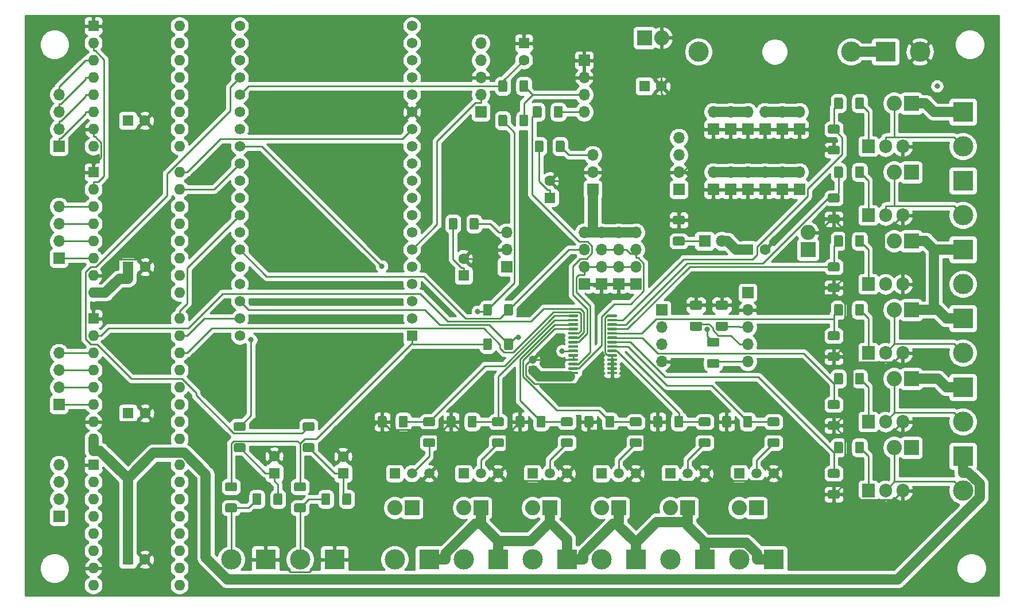
<source format=gtl>
G04 #@! TF.GenerationSoftware,KiCad,Pcbnew,(5.1.10)-1*
G04 #@! TF.CreationDate,2021-12-14T18:47:07+01:00*
G04 #@! TF.ProjectId,main_board,6d61696e-5f62-46f6-9172-642e6b696361,rev?*
G04 #@! TF.SameCoordinates,Original*
G04 #@! TF.FileFunction,Copper,L1,Top*
G04 #@! TF.FilePolarity,Positive*
%FSLAX46Y46*%
G04 Gerber Fmt 4.6, Leading zero omitted, Abs format (unit mm)*
G04 Created by KiCad (PCBNEW (5.1.10)-1) date 2021-12-14 18:47:07*
%MOMM*%
%LPD*%
G01*
G04 APERTURE LIST*
G04 #@! TA.AperFunction,ComponentPad*
%ADD10C,1.560000*%
G04 #@! TD*
G04 #@! TA.AperFunction,ComponentPad*
%ADD11R,1.560000X1.560000*%
G04 #@! TD*
G04 #@! TA.AperFunction,ComponentPad*
%ADD12C,1.600000*%
G04 #@! TD*
G04 #@! TA.AperFunction,ComponentPad*
%ADD13R,1.600000X1.600000*%
G04 #@! TD*
G04 #@! TA.AperFunction,ComponentPad*
%ADD14O,2.240000X2.240000*%
G04 #@! TD*
G04 #@! TA.AperFunction,ComponentPad*
%ADD15R,2.240000X2.240000*%
G04 #@! TD*
G04 #@! TA.AperFunction,ComponentPad*
%ADD16C,3.000000*%
G04 #@! TD*
G04 #@! TA.AperFunction,ComponentPad*
%ADD17R,3.000000X3.000000*%
G04 #@! TD*
G04 #@! TA.AperFunction,ComponentPad*
%ADD18O,1.700000X1.700000*%
G04 #@! TD*
G04 #@! TA.AperFunction,ComponentPad*
%ADD19R,1.700000X1.700000*%
G04 #@! TD*
G04 #@! TA.AperFunction,ComponentPad*
%ADD20R,1.500000X1.500000*%
G04 #@! TD*
G04 #@! TA.AperFunction,ComponentPad*
%ADD21C,1.500000*%
G04 #@! TD*
G04 #@! TA.AperFunction,ComponentPad*
%ADD22O,1.905000X2.000000*%
G04 #@! TD*
G04 #@! TA.AperFunction,ComponentPad*
%ADD23R,1.905000X2.000000*%
G04 #@! TD*
G04 #@! TA.AperFunction,ComponentPad*
%ADD24C,1.800000*%
G04 #@! TD*
G04 #@! TA.AperFunction,ComponentPad*
%ADD25R,1.800000X1.800000*%
G04 #@! TD*
G04 #@! TA.AperFunction,ComponentPad*
%ADD26C,1.200000*%
G04 #@! TD*
G04 #@! TA.AperFunction,ComponentPad*
%ADD27R,1.200000X1.200000*%
G04 #@! TD*
G04 #@! TA.AperFunction,ComponentPad*
%ADD28O,1.600000X1.600000*%
G04 #@! TD*
G04 #@! TA.AperFunction,ViaPad*
%ADD29C,0.800000*%
G04 #@! TD*
G04 #@! TA.AperFunction,Conductor*
%ADD30C,1.500000*%
G04 #@! TD*
G04 #@! TA.AperFunction,Conductor*
%ADD31C,0.250000*%
G04 #@! TD*
G04 #@! TA.AperFunction,Conductor*
%ADD32C,0.400600*%
G04 #@! TD*
G04 #@! TA.AperFunction,Conductor*
%ADD33C,1.199800*%
G04 #@! TD*
G04 #@! TA.AperFunction,Conductor*
%ADD34C,0.254000*%
G04 #@! TD*
G04 #@! TA.AperFunction,Conductor*
%ADD35C,0.100000*%
G04 #@! TD*
G04 APERTURE END LIST*
D10*
X67310000Y-15240000D03*
X67310000Y-17780000D03*
X67310000Y-20320000D03*
X67310000Y-22860000D03*
X67310000Y-25400000D03*
X67310000Y-27940000D03*
X67310000Y-30480000D03*
X67310000Y-33020000D03*
X67310000Y-35560000D03*
X67310000Y-38100000D03*
X67310000Y-40640000D03*
X67310000Y-43180000D03*
X67310000Y-45720000D03*
X67310000Y-48260000D03*
X67310000Y-50800000D03*
X67310000Y-53340000D03*
X67310000Y-55880000D03*
X67310000Y-58420000D03*
X67310000Y-60960000D03*
X92710000Y-17780000D03*
X92710000Y-20320000D03*
X92710000Y-22860000D03*
X92710000Y-25400000D03*
X92710000Y-27940000D03*
X92710000Y-30480000D03*
X92710000Y-33020000D03*
X92710000Y-35560000D03*
X92710000Y-38100000D03*
X92710000Y-40640000D03*
X92710000Y-43180000D03*
X92710000Y-45720000D03*
X92710000Y-48260000D03*
X92710000Y-50800000D03*
X92710000Y-53340000D03*
X92710000Y-55880000D03*
X92710000Y-15240000D03*
X92710000Y-58420000D03*
D11*
X92710000Y-60960000D03*
G04 #@! TA.AperFunction,SMDPad,CuDef*
G36*
G01*
X135270001Y-57112500D02*
X133969999Y-57112500D01*
G75*
G02*
X133720000Y-56862501I0J249999D01*
G01*
X133720000Y-56037499D01*
G75*
G02*
X133969999Y-55787500I249999J0D01*
G01*
X135270001Y-55787500D01*
G75*
G02*
X135520000Y-56037499I0J-249999D01*
G01*
X135520000Y-56862501D01*
G75*
G02*
X135270001Y-57112500I-249999J0D01*
G01*
G37*
G04 #@! TD.AperFunction*
G04 #@! TA.AperFunction,SMDPad,CuDef*
G36*
G01*
X135270001Y-60237500D02*
X133969999Y-60237500D01*
G75*
G02*
X133720000Y-59987501I0J249999D01*
G01*
X133720000Y-59162499D01*
G75*
G02*
X133969999Y-58912500I249999J0D01*
G01*
X135270001Y-58912500D01*
G75*
G02*
X135520000Y-59162499I0J-249999D01*
G01*
X135520000Y-59987501D01*
G75*
G02*
X135270001Y-60237500I-249999J0D01*
G01*
G37*
G04 #@! TD.AperFunction*
G04 #@! TA.AperFunction,SMDPad,CuDef*
G36*
G01*
X139080001Y-57112500D02*
X137779999Y-57112500D01*
G75*
G02*
X137530000Y-56862501I0J249999D01*
G01*
X137530000Y-56037499D01*
G75*
G02*
X137779999Y-55787500I249999J0D01*
G01*
X139080001Y-55787500D01*
G75*
G02*
X139330000Y-56037499I0J-249999D01*
G01*
X139330000Y-56862501D01*
G75*
G02*
X139080001Y-57112500I-249999J0D01*
G01*
G37*
G04 #@! TD.AperFunction*
G04 #@! TA.AperFunction,SMDPad,CuDef*
G36*
G01*
X139080001Y-60237500D02*
X137779999Y-60237500D01*
G75*
G02*
X137530000Y-59987501I0J249999D01*
G01*
X137530000Y-59162499D01*
G75*
G02*
X137779999Y-58912500I249999J0D01*
G01*
X139080001Y-58912500D01*
G75*
G02*
X139330000Y-59162499I0J-249999D01*
G01*
X139330000Y-59987501D01*
G75*
G02*
X139080001Y-60237500I-249999J0D01*
G01*
G37*
G04 #@! TD.AperFunction*
G04 #@! TA.AperFunction,SMDPad,CuDef*
G36*
G01*
X137810001Y-62600000D02*
X136509999Y-62600000D01*
G75*
G02*
X136260000Y-62350001I0J249999D01*
G01*
X136260000Y-61524999D01*
G75*
G02*
X136509999Y-61275000I249999J0D01*
G01*
X137810001Y-61275000D01*
G75*
G02*
X138060000Y-61524999I0J-249999D01*
G01*
X138060000Y-62350001D01*
G75*
G02*
X137810001Y-62600000I-249999J0D01*
G01*
G37*
G04 #@! TD.AperFunction*
G04 #@! TA.AperFunction,SMDPad,CuDef*
G36*
G01*
X137810001Y-65725000D02*
X136509999Y-65725000D01*
G75*
G02*
X136260000Y-65475001I0J249999D01*
G01*
X136260000Y-64649999D01*
G75*
G02*
X136509999Y-64400000I249999J0D01*
G01*
X137810001Y-64400000D01*
G75*
G02*
X138060000Y-64649999I0J-249999D01*
G01*
X138060000Y-65475001D01*
G75*
G02*
X137810001Y-65725000I-249999J0D01*
G01*
G37*
G04 #@! TD.AperFunction*
D12*
X129500000Y-24130000D03*
D13*
X127000000Y-24130000D03*
D14*
X151130000Y-45720000D03*
D15*
X151130000Y-48260000D03*
D14*
X129540000Y-17000000D03*
D15*
X127000000Y-17000000D03*
D14*
X140970000Y-86360000D03*
D15*
X143510000Y-86360000D03*
D14*
X130810000Y-86360000D03*
D15*
X133350000Y-86360000D03*
D14*
X120650000Y-86360000D03*
D15*
X123190000Y-86360000D03*
D14*
X110490000Y-86360000D03*
D15*
X113030000Y-86360000D03*
D14*
X100330000Y-86360000D03*
D15*
X102870000Y-86360000D03*
D14*
X90170000Y-86360000D03*
D15*
X92710000Y-86360000D03*
D14*
X163830000Y-26670000D03*
D15*
X166370000Y-26670000D03*
D14*
X163830000Y-36830000D03*
D15*
X166370000Y-36830000D03*
D14*
X163830000Y-46990000D03*
D15*
X166370000Y-46990000D03*
D14*
X163830000Y-57150000D03*
D15*
X166370000Y-57150000D03*
D14*
X163830000Y-67310000D03*
D15*
X166370000Y-67310000D03*
D14*
X163830000Y-77470000D03*
D15*
X166370000Y-77470000D03*
D16*
X167640000Y-19050000D03*
D17*
X162560000Y-19050000D03*
D16*
X76200000Y-93980000D03*
D17*
X81280000Y-93980000D03*
D16*
X66040000Y-93980000D03*
D17*
X71120000Y-93980000D03*
D16*
X140970000Y-93980000D03*
D17*
X146050000Y-93980000D03*
D16*
X130810000Y-93980000D03*
D17*
X135890000Y-93980000D03*
D16*
X120650000Y-93980000D03*
D17*
X125730000Y-93980000D03*
D16*
X110490000Y-93980000D03*
D17*
X115570000Y-93980000D03*
D16*
X100330000Y-93980000D03*
D17*
X105410000Y-93980000D03*
D16*
X90170000Y-93980000D03*
D17*
X95250000Y-93980000D03*
D16*
X173990000Y-33020000D03*
D17*
X173990000Y-27940000D03*
D16*
X173990000Y-43180000D03*
D17*
X173990000Y-38100000D03*
D16*
X173990000Y-53340000D03*
D17*
X173990000Y-48260000D03*
D16*
X173990000Y-63500000D03*
D17*
X173990000Y-58420000D03*
D16*
X173990000Y-73660000D03*
D17*
X173990000Y-68580000D03*
D16*
X173990000Y-83820000D03*
D17*
X173990000Y-78740000D03*
D18*
X142240000Y-64770000D03*
X142240000Y-62230000D03*
X142240000Y-59690000D03*
X142240000Y-57150000D03*
D19*
X142240000Y-54610000D03*
G04 #@! TA.AperFunction,SMDPad,CuDef*
G36*
G01*
X117255000Y-66355000D02*
X117255000Y-66555000D01*
G75*
G02*
X117155000Y-66655000I-100000J0D01*
G01*
X115880000Y-66655000D01*
G75*
G02*
X115780000Y-66555000I0J100000D01*
G01*
X115780000Y-66355000D01*
G75*
G02*
X115880000Y-66255000I100000J0D01*
G01*
X117155000Y-66255000D01*
G75*
G02*
X117255000Y-66355000I0J-100000D01*
G01*
G37*
G04 #@! TD.AperFunction*
G04 #@! TA.AperFunction,SMDPad,CuDef*
G36*
G01*
X117255000Y-65705000D02*
X117255000Y-65905000D01*
G75*
G02*
X117155000Y-66005000I-100000J0D01*
G01*
X115880000Y-66005000D01*
G75*
G02*
X115780000Y-65905000I0J100000D01*
G01*
X115780000Y-65705000D01*
G75*
G02*
X115880000Y-65605000I100000J0D01*
G01*
X117155000Y-65605000D01*
G75*
G02*
X117255000Y-65705000I0J-100000D01*
G01*
G37*
G04 #@! TD.AperFunction*
G04 #@! TA.AperFunction,SMDPad,CuDef*
G36*
G01*
X117255000Y-65055000D02*
X117255000Y-65255000D01*
G75*
G02*
X117155000Y-65355000I-100000J0D01*
G01*
X115880000Y-65355000D01*
G75*
G02*
X115780000Y-65255000I0J100000D01*
G01*
X115780000Y-65055000D01*
G75*
G02*
X115880000Y-64955000I100000J0D01*
G01*
X117155000Y-64955000D01*
G75*
G02*
X117255000Y-65055000I0J-100000D01*
G01*
G37*
G04 #@! TD.AperFunction*
G04 #@! TA.AperFunction,SMDPad,CuDef*
G36*
G01*
X117255000Y-64405000D02*
X117255000Y-64605000D01*
G75*
G02*
X117155000Y-64705000I-100000J0D01*
G01*
X115880000Y-64705000D01*
G75*
G02*
X115780000Y-64605000I0J100000D01*
G01*
X115780000Y-64405000D01*
G75*
G02*
X115880000Y-64305000I100000J0D01*
G01*
X117155000Y-64305000D01*
G75*
G02*
X117255000Y-64405000I0J-100000D01*
G01*
G37*
G04 #@! TD.AperFunction*
G04 #@! TA.AperFunction,SMDPad,CuDef*
G36*
G01*
X117255000Y-63755000D02*
X117255000Y-63955000D01*
G75*
G02*
X117155000Y-64055000I-100000J0D01*
G01*
X115880000Y-64055000D01*
G75*
G02*
X115780000Y-63955000I0J100000D01*
G01*
X115780000Y-63755000D01*
G75*
G02*
X115880000Y-63655000I100000J0D01*
G01*
X117155000Y-63655000D01*
G75*
G02*
X117255000Y-63755000I0J-100000D01*
G01*
G37*
G04 #@! TD.AperFunction*
G04 #@! TA.AperFunction,SMDPad,CuDef*
G36*
G01*
X117255000Y-63105000D02*
X117255000Y-63305000D01*
G75*
G02*
X117155000Y-63405000I-100000J0D01*
G01*
X115880000Y-63405000D01*
G75*
G02*
X115780000Y-63305000I0J100000D01*
G01*
X115780000Y-63105000D01*
G75*
G02*
X115880000Y-63005000I100000J0D01*
G01*
X117155000Y-63005000D01*
G75*
G02*
X117255000Y-63105000I0J-100000D01*
G01*
G37*
G04 #@! TD.AperFunction*
G04 #@! TA.AperFunction,SMDPad,CuDef*
G36*
G01*
X117255000Y-62455000D02*
X117255000Y-62655000D01*
G75*
G02*
X117155000Y-62755000I-100000J0D01*
G01*
X115880000Y-62755000D01*
G75*
G02*
X115780000Y-62655000I0J100000D01*
G01*
X115780000Y-62455000D01*
G75*
G02*
X115880000Y-62355000I100000J0D01*
G01*
X117155000Y-62355000D01*
G75*
G02*
X117255000Y-62455000I0J-100000D01*
G01*
G37*
G04 #@! TD.AperFunction*
G04 #@! TA.AperFunction,SMDPad,CuDef*
G36*
G01*
X117255000Y-61805000D02*
X117255000Y-62005000D01*
G75*
G02*
X117155000Y-62105000I-100000J0D01*
G01*
X115880000Y-62105000D01*
G75*
G02*
X115780000Y-62005000I0J100000D01*
G01*
X115780000Y-61805000D01*
G75*
G02*
X115880000Y-61705000I100000J0D01*
G01*
X117155000Y-61705000D01*
G75*
G02*
X117255000Y-61805000I0J-100000D01*
G01*
G37*
G04 #@! TD.AperFunction*
G04 #@! TA.AperFunction,SMDPad,CuDef*
G36*
G01*
X117255000Y-61155000D02*
X117255000Y-61355000D01*
G75*
G02*
X117155000Y-61455000I-100000J0D01*
G01*
X115880000Y-61455000D01*
G75*
G02*
X115780000Y-61355000I0J100000D01*
G01*
X115780000Y-61155000D01*
G75*
G02*
X115880000Y-61055000I100000J0D01*
G01*
X117155000Y-61055000D01*
G75*
G02*
X117255000Y-61155000I0J-100000D01*
G01*
G37*
G04 #@! TD.AperFunction*
G04 #@! TA.AperFunction,SMDPad,CuDef*
G36*
G01*
X117255000Y-60505000D02*
X117255000Y-60705000D01*
G75*
G02*
X117155000Y-60805000I-100000J0D01*
G01*
X115880000Y-60805000D01*
G75*
G02*
X115780000Y-60705000I0J100000D01*
G01*
X115780000Y-60505000D01*
G75*
G02*
X115880000Y-60405000I100000J0D01*
G01*
X117155000Y-60405000D01*
G75*
G02*
X117255000Y-60505000I0J-100000D01*
G01*
G37*
G04 #@! TD.AperFunction*
G04 #@! TA.AperFunction,SMDPad,CuDef*
G36*
G01*
X117255000Y-59855000D02*
X117255000Y-60055000D01*
G75*
G02*
X117155000Y-60155000I-100000J0D01*
G01*
X115880000Y-60155000D01*
G75*
G02*
X115780000Y-60055000I0J100000D01*
G01*
X115780000Y-59855000D01*
G75*
G02*
X115880000Y-59755000I100000J0D01*
G01*
X117155000Y-59755000D01*
G75*
G02*
X117255000Y-59855000I0J-100000D01*
G01*
G37*
G04 #@! TD.AperFunction*
G04 #@! TA.AperFunction,SMDPad,CuDef*
G36*
G01*
X117255000Y-59205000D02*
X117255000Y-59405000D01*
G75*
G02*
X117155000Y-59505000I-100000J0D01*
G01*
X115880000Y-59505000D01*
G75*
G02*
X115780000Y-59405000I0J100000D01*
G01*
X115780000Y-59205000D01*
G75*
G02*
X115880000Y-59105000I100000J0D01*
G01*
X117155000Y-59105000D01*
G75*
G02*
X117255000Y-59205000I0J-100000D01*
G01*
G37*
G04 #@! TD.AperFunction*
G04 #@! TA.AperFunction,SMDPad,CuDef*
G36*
G01*
X117255000Y-58555000D02*
X117255000Y-58755000D01*
G75*
G02*
X117155000Y-58855000I-100000J0D01*
G01*
X115880000Y-58855000D01*
G75*
G02*
X115780000Y-58755000I0J100000D01*
G01*
X115780000Y-58555000D01*
G75*
G02*
X115880000Y-58455000I100000J0D01*
G01*
X117155000Y-58455000D01*
G75*
G02*
X117255000Y-58555000I0J-100000D01*
G01*
G37*
G04 #@! TD.AperFunction*
G04 #@! TA.AperFunction,SMDPad,CuDef*
G36*
G01*
X117255000Y-57905000D02*
X117255000Y-58105000D01*
G75*
G02*
X117155000Y-58205000I-100000J0D01*
G01*
X115880000Y-58205000D01*
G75*
G02*
X115780000Y-58105000I0J100000D01*
G01*
X115780000Y-57905000D01*
G75*
G02*
X115880000Y-57805000I100000J0D01*
G01*
X117155000Y-57805000D01*
G75*
G02*
X117255000Y-57905000I0J-100000D01*
G01*
G37*
G04 #@! TD.AperFunction*
G04 #@! TA.AperFunction,SMDPad,CuDef*
G36*
G01*
X122980000Y-57905000D02*
X122980000Y-58105000D01*
G75*
G02*
X122880000Y-58205000I-100000J0D01*
G01*
X121605000Y-58205000D01*
G75*
G02*
X121505000Y-58105000I0J100000D01*
G01*
X121505000Y-57905000D01*
G75*
G02*
X121605000Y-57805000I100000J0D01*
G01*
X122880000Y-57805000D01*
G75*
G02*
X122980000Y-57905000I0J-100000D01*
G01*
G37*
G04 #@! TD.AperFunction*
G04 #@! TA.AperFunction,SMDPad,CuDef*
G36*
G01*
X122980000Y-58555000D02*
X122980000Y-58755000D01*
G75*
G02*
X122880000Y-58855000I-100000J0D01*
G01*
X121605000Y-58855000D01*
G75*
G02*
X121505000Y-58755000I0J100000D01*
G01*
X121505000Y-58555000D01*
G75*
G02*
X121605000Y-58455000I100000J0D01*
G01*
X122880000Y-58455000D01*
G75*
G02*
X122980000Y-58555000I0J-100000D01*
G01*
G37*
G04 #@! TD.AperFunction*
G04 #@! TA.AperFunction,SMDPad,CuDef*
G36*
G01*
X122980000Y-59205000D02*
X122980000Y-59405000D01*
G75*
G02*
X122880000Y-59505000I-100000J0D01*
G01*
X121605000Y-59505000D01*
G75*
G02*
X121505000Y-59405000I0J100000D01*
G01*
X121505000Y-59205000D01*
G75*
G02*
X121605000Y-59105000I100000J0D01*
G01*
X122880000Y-59105000D01*
G75*
G02*
X122980000Y-59205000I0J-100000D01*
G01*
G37*
G04 #@! TD.AperFunction*
G04 #@! TA.AperFunction,SMDPad,CuDef*
G36*
G01*
X122980000Y-59855000D02*
X122980000Y-60055000D01*
G75*
G02*
X122880000Y-60155000I-100000J0D01*
G01*
X121605000Y-60155000D01*
G75*
G02*
X121505000Y-60055000I0J100000D01*
G01*
X121505000Y-59855000D01*
G75*
G02*
X121605000Y-59755000I100000J0D01*
G01*
X122880000Y-59755000D01*
G75*
G02*
X122980000Y-59855000I0J-100000D01*
G01*
G37*
G04 #@! TD.AperFunction*
G04 #@! TA.AperFunction,SMDPad,CuDef*
G36*
G01*
X122980000Y-60505000D02*
X122980000Y-60705000D01*
G75*
G02*
X122880000Y-60805000I-100000J0D01*
G01*
X121605000Y-60805000D01*
G75*
G02*
X121505000Y-60705000I0J100000D01*
G01*
X121505000Y-60505000D01*
G75*
G02*
X121605000Y-60405000I100000J0D01*
G01*
X122880000Y-60405000D01*
G75*
G02*
X122980000Y-60505000I0J-100000D01*
G01*
G37*
G04 #@! TD.AperFunction*
G04 #@! TA.AperFunction,SMDPad,CuDef*
G36*
G01*
X122980000Y-61155000D02*
X122980000Y-61355000D01*
G75*
G02*
X122880000Y-61455000I-100000J0D01*
G01*
X121605000Y-61455000D01*
G75*
G02*
X121505000Y-61355000I0J100000D01*
G01*
X121505000Y-61155000D01*
G75*
G02*
X121605000Y-61055000I100000J0D01*
G01*
X122880000Y-61055000D01*
G75*
G02*
X122980000Y-61155000I0J-100000D01*
G01*
G37*
G04 #@! TD.AperFunction*
G04 #@! TA.AperFunction,SMDPad,CuDef*
G36*
G01*
X122980000Y-61805000D02*
X122980000Y-62005000D01*
G75*
G02*
X122880000Y-62105000I-100000J0D01*
G01*
X121605000Y-62105000D01*
G75*
G02*
X121505000Y-62005000I0J100000D01*
G01*
X121505000Y-61805000D01*
G75*
G02*
X121605000Y-61705000I100000J0D01*
G01*
X122880000Y-61705000D01*
G75*
G02*
X122980000Y-61805000I0J-100000D01*
G01*
G37*
G04 #@! TD.AperFunction*
G04 #@! TA.AperFunction,SMDPad,CuDef*
G36*
G01*
X122980000Y-62455000D02*
X122980000Y-62655000D01*
G75*
G02*
X122880000Y-62755000I-100000J0D01*
G01*
X121605000Y-62755000D01*
G75*
G02*
X121505000Y-62655000I0J100000D01*
G01*
X121505000Y-62455000D01*
G75*
G02*
X121605000Y-62355000I100000J0D01*
G01*
X122880000Y-62355000D01*
G75*
G02*
X122980000Y-62455000I0J-100000D01*
G01*
G37*
G04 #@! TD.AperFunction*
G04 #@! TA.AperFunction,SMDPad,CuDef*
G36*
G01*
X122980000Y-63105000D02*
X122980000Y-63305000D01*
G75*
G02*
X122880000Y-63405000I-100000J0D01*
G01*
X121605000Y-63405000D01*
G75*
G02*
X121505000Y-63305000I0J100000D01*
G01*
X121505000Y-63105000D01*
G75*
G02*
X121605000Y-63005000I100000J0D01*
G01*
X122880000Y-63005000D01*
G75*
G02*
X122980000Y-63105000I0J-100000D01*
G01*
G37*
G04 #@! TD.AperFunction*
G04 #@! TA.AperFunction,SMDPad,CuDef*
G36*
G01*
X122980000Y-63755000D02*
X122980000Y-63955000D01*
G75*
G02*
X122880000Y-64055000I-100000J0D01*
G01*
X121605000Y-64055000D01*
G75*
G02*
X121505000Y-63955000I0J100000D01*
G01*
X121505000Y-63755000D01*
G75*
G02*
X121605000Y-63655000I100000J0D01*
G01*
X122880000Y-63655000D01*
G75*
G02*
X122980000Y-63755000I0J-100000D01*
G01*
G37*
G04 #@! TD.AperFunction*
G04 #@! TA.AperFunction,SMDPad,CuDef*
G36*
G01*
X122980000Y-64405000D02*
X122980000Y-64605000D01*
G75*
G02*
X122880000Y-64705000I-100000J0D01*
G01*
X121605000Y-64705000D01*
G75*
G02*
X121505000Y-64605000I0J100000D01*
G01*
X121505000Y-64405000D01*
G75*
G02*
X121605000Y-64305000I100000J0D01*
G01*
X122880000Y-64305000D01*
G75*
G02*
X122980000Y-64405000I0J-100000D01*
G01*
G37*
G04 #@! TD.AperFunction*
G04 #@! TA.AperFunction,SMDPad,CuDef*
G36*
G01*
X122980000Y-65055000D02*
X122980000Y-65255000D01*
G75*
G02*
X122880000Y-65355000I-100000J0D01*
G01*
X121605000Y-65355000D01*
G75*
G02*
X121505000Y-65255000I0J100000D01*
G01*
X121505000Y-65055000D01*
G75*
G02*
X121605000Y-64955000I100000J0D01*
G01*
X122880000Y-64955000D01*
G75*
G02*
X122980000Y-65055000I0J-100000D01*
G01*
G37*
G04 #@! TD.AperFunction*
G04 #@! TA.AperFunction,SMDPad,CuDef*
G36*
G01*
X122980000Y-65705000D02*
X122980000Y-65905000D01*
G75*
G02*
X122880000Y-66005000I-100000J0D01*
G01*
X121605000Y-66005000D01*
G75*
G02*
X121505000Y-65905000I0J100000D01*
G01*
X121505000Y-65705000D01*
G75*
G02*
X121605000Y-65605000I100000J0D01*
G01*
X122880000Y-65605000D01*
G75*
G02*
X122980000Y-65705000I0J-100000D01*
G01*
G37*
G04 #@! TD.AperFunction*
G04 #@! TA.AperFunction,SMDPad,CuDef*
G36*
G01*
X122980000Y-66355000D02*
X122980000Y-66555000D01*
G75*
G02*
X122880000Y-66655000I-100000J0D01*
G01*
X121605000Y-66655000D01*
G75*
G02*
X121505000Y-66555000I0J100000D01*
G01*
X121505000Y-66355000D01*
G75*
G02*
X121605000Y-66255000I100000J0D01*
G01*
X122880000Y-66255000D01*
G75*
G02*
X122980000Y-66355000I0J-100000D01*
G01*
G37*
G04 #@! TD.AperFunction*
G04 #@! TA.AperFunction,SMDPad,CuDef*
G36*
G01*
X108570000Y-29835000D02*
X108570000Y-28585000D01*
G75*
G02*
X108820000Y-28335000I250000J0D01*
G01*
X109620000Y-28335000D01*
G75*
G02*
X109870000Y-28585000I0J-250000D01*
G01*
X109870000Y-29835000D01*
G75*
G02*
X109620000Y-30085000I-250000J0D01*
G01*
X108820000Y-30085000D01*
G75*
G02*
X108570000Y-29835000I0J250000D01*
G01*
G37*
G04 #@! TD.AperFunction*
G04 #@! TA.AperFunction,SMDPad,CuDef*
G36*
G01*
X105470000Y-29835000D02*
X105470000Y-28585000D01*
G75*
G02*
X105720000Y-28335000I250000J0D01*
G01*
X106520000Y-28335000D01*
G75*
G02*
X106770000Y-28585000I0J-250000D01*
G01*
X106770000Y-29835000D01*
G75*
G02*
X106520000Y-30085000I-250000J0D01*
G01*
X105720000Y-30085000D01*
G75*
G02*
X105470000Y-29835000I0J250000D01*
G01*
G37*
G04 #@! TD.AperFunction*
G04 #@! TA.AperFunction,SMDPad,CuDef*
G36*
G01*
X132705000Y-44540000D02*
X131455000Y-44540000D01*
G75*
G02*
X131205000Y-44290000I0J250000D01*
G01*
X131205000Y-43490000D01*
G75*
G02*
X131455000Y-43240000I250000J0D01*
G01*
X132705000Y-43240000D01*
G75*
G02*
X132955000Y-43490000I0J-250000D01*
G01*
X132955000Y-44290000D01*
G75*
G02*
X132705000Y-44540000I-250000J0D01*
G01*
G37*
G04 #@! TD.AperFunction*
G04 #@! TA.AperFunction,SMDPad,CuDef*
G36*
G01*
X132705000Y-47640000D02*
X131455000Y-47640000D01*
G75*
G02*
X131205000Y-47390000I0J250000D01*
G01*
X131205000Y-46590000D01*
G75*
G02*
X131455000Y-46340000I250000J0D01*
G01*
X132705000Y-46340000D01*
G75*
G02*
X132955000Y-46590000I0J-250000D01*
G01*
X132955000Y-47390000D01*
G75*
G02*
X132705000Y-47640000I-250000J0D01*
G01*
G37*
G04 #@! TD.AperFunction*
G04 #@! TA.AperFunction,SMDPad,CuDef*
G36*
G01*
X106770000Y-23505000D02*
X106770000Y-24755000D01*
G75*
G02*
X106520000Y-25005000I-250000J0D01*
G01*
X105720000Y-25005000D01*
G75*
G02*
X105470000Y-24755000I0J250000D01*
G01*
X105470000Y-23505000D01*
G75*
G02*
X105720000Y-23255000I250000J0D01*
G01*
X106520000Y-23255000D01*
G75*
G02*
X106770000Y-23505000I0J-250000D01*
G01*
G37*
G04 #@! TD.AperFunction*
G04 #@! TA.AperFunction,SMDPad,CuDef*
G36*
G01*
X109870000Y-23505000D02*
X109870000Y-24755000D01*
G75*
G02*
X109620000Y-25005000I-250000J0D01*
G01*
X108820000Y-25005000D01*
G75*
G02*
X108570000Y-24755000I0J250000D01*
G01*
X108570000Y-23505000D01*
G75*
G02*
X108820000Y-23255000I250000J0D01*
G01*
X109620000Y-23255000D01*
G75*
G02*
X109870000Y-23505000I0J-250000D01*
G01*
G37*
G04 #@! TD.AperFunction*
G04 #@! TA.AperFunction,SMDPad,CuDef*
G36*
G01*
X112130000Y-32395000D02*
X112130000Y-33645000D01*
G75*
G02*
X111880000Y-33895000I-250000J0D01*
G01*
X111080000Y-33895000D01*
G75*
G02*
X110830000Y-33645000I0J250000D01*
G01*
X110830000Y-32395000D01*
G75*
G02*
X111080000Y-32145000I250000J0D01*
G01*
X111880000Y-32145000D01*
G75*
G02*
X112130000Y-32395000I0J-250000D01*
G01*
G37*
G04 #@! TD.AperFunction*
G04 #@! TA.AperFunction,SMDPad,CuDef*
G36*
G01*
X115230000Y-32395000D02*
X115230000Y-33645000D01*
G75*
G02*
X114980000Y-33895000I-250000J0D01*
G01*
X114180000Y-33895000D01*
G75*
G02*
X113930000Y-33645000I0J250000D01*
G01*
X113930000Y-32395000D01*
G75*
G02*
X114180000Y-32145000I250000J0D01*
G01*
X114980000Y-32145000D01*
G75*
G02*
X115230000Y-32395000I0J-250000D01*
G01*
G37*
G04 #@! TD.AperFunction*
G04 #@! TA.AperFunction,SMDPad,CuDef*
G36*
G01*
X113650000Y-28565000D02*
X113650000Y-27315000D01*
G75*
G02*
X113900000Y-27065000I250000J0D01*
G01*
X114700000Y-27065000D01*
G75*
G02*
X114950000Y-27315000I0J-250000D01*
G01*
X114950000Y-28565000D01*
G75*
G02*
X114700000Y-28815000I-250000J0D01*
G01*
X113900000Y-28815000D01*
G75*
G02*
X113650000Y-28565000I0J250000D01*
G01*
G37*
G04 #@! TD.AperFunction*
G04 #@! TA.AperFunction,SMDPad,CuDef*
G36*
G01*
X110550000Y-28565000D02*
X110550000Y-27315000D01*
G75*
G02*
X110800000Y-27065000I250000J0D01*
G01*
X111600000Y-27065000D01*
G75*
G02*
X111850000Y-27315000I0J-250000D01*
G01*
X111850000Y-28565000D01*
G75*
G02*
X111600000Y-28815000I-250000J0D01*
G01*
X110800000Y-28815000D01*
G75*
G02*
X110550000Y-28565000I0J250000D01*
G01*
G37*
G04 #@! TD.AperFunction*
G04 #@! TA.AperFunction,SMDPad,CuDef*
G36*
G01*
X99430000Y-43825000D02*
X99430000Y-45075000D01*
G75*
G02*
X99180000Y-45325000I-250000J0D01*
G01*
X98380000Y-45325000D01*
G75*
G02*
X98130000Y-45075000I0J250000D01*
G01*
X98130000Y-43825000D01*
G75*
G02*
X98380000Y-43575000I250000J0D01*
G01*
X99180000Y-43575000D01*
G75*
G02*
X99430000Y-43825000I0J-250000D01*
G01*
G37*
G04 #@! TD.AperFunction*
G04 #@! TA.AperFunction,SMDPad,CuDef*
G36*
G01*
X102530000Y-43825000D02*
X102530000Y-45075000D01*
G75*
G02*
X102280000Y-45325000I-250000J0D01*
G01*
X101480000Y-45325000D01*
G75*
G02*
X101230000Y-45075000I0J250000D01*
G01*
X101230000Y-43825000D01*
G75*
G02*
X101480000Y-43575000I250000J0D01*
G01*
X102280000Y-43575000D01*
G75*
G02*
X102530000Y-43825000I0J-250000D01*
G01*
G37*
G04 #@! TD.AperFunction*
G04 #@! TA.AperFunction,SMDPad,CuDef*
G36*
G01*
X80660000Y-84465000D02*
X80660000Y-85715000D01*
G75*
G02*
X80410000Y-85965000I-250000J0D01*
G01*
X79610000Y-85965000D01*
G75*
G02*
X79360000Y-85715000I0J250000D01*
G01*
X79360000Y-84465000D01*
G75*
G02*
X79610000Y-84215000I250000J0D01*
G01*
X80410000Y-84215000D01*
G75*
G02*
X80660000Y-84465000I0J-250000D01*
G01*
G37*
G04 #@! TD.AperFunction*
G04 #@! TA.AperFunction,SMDPad,CuDef*
G36*
G01*
X83760000Y-84465000D02*
X83760000Y-85715000D01*
G75*
G02*
X83510000Y-85965000I-250000J0D01*
G01*
X82710000Y-85965000D01*
G75*
G02*
X82460000Y-85715000I0J250000D01*
G01*
X82460000Y-84465000D01*
G75*
G02*
X82710000Y-84215000I250000J0D01*
G01*
X83510000Y-84215000D01*
G75*
G02*
X83760000Y-84465000I0J-250000D01*
G01*
G37*
G04 #@! TD.AperFunction*
G04 #@! TA.AperFunction,SMDPad,CuDef*
G36*
G01*
X70500000Y-84465000D02*
X70500000Y-85715000D01*
G75*
G02*
X70250000Y-85965000I-250000J0D01*
G01*
X69450000Y-85965000D01*
G75*
G02*
X69200000Y-85715000I0J250000D01*
G01*
X69200000Y-84465000D01*
G75*
G02*
X69450000Y-84215000I250000J0D01*
G01*
X70250000Y-84215000D01*
G75*
G02*
X70500000Y-84465000I0J-250000D01*
G01*
G37*
G04 #@! TD.AperFunction*
G04 #@! TA.AperFunction,SMDPad,CuDef*
G36*
G01*
X73600000Y-84465000D02*
X73600000Y-85715000D01*
G75*
G02*
X73350000Y-85965000I-250000J0D01*
G01*
X72550000Y-85965000D01*
G75*
G02*
X72300000Y-85715000I0J250000D01*
G01*
X72300000Y-84465000D01*
G75*
G02*
X72550000Y-84215000I250000J0D01*
G01*
X73350000Y-84215000D01*
G75*
G02*
X73600000Y-84465000I0J-250000D01*
G01*
G37*
G04 #@! TD.AperFunction*
G04 #@! TA.AperFunction,SMDPad,CuDef*
G36*
G01*
X106310000Y-62855000D02*
X106310000Y-61605000D01*
G75*
G02*
X106560000Y-61355000I250000J0D01*
G01*
X107360000Y-61355000D01*
G75*
G02*
X107610000Y-61605000I0J-250000D01*
G01*
X107610000Y-62855000D01*
G75*
G02*
X107360000Y-63105000I-250000J0D01*
G01*
X106560000Y-63105000D01*
G75*
G02*
X106310000Y-62855000I0J250000D01*
G01*
G37*
G04 #@! TD.AperFunction*
G04 #@! TA.AperFunction,SMDPad,CuDef*
G36*
G01*
X103210000Y-62855000D02*
X103210000Y-61605000D01*
G75*
G02*
X103460000Y-61355000I250000J0D01*
G01*
X104260000Y-61355000D01*
G75*
G02*
X104510000Y-61605000I0J-250000D01*
G01*
X104510000Y-62855000D01*
G75*
G02*
X104260000Y-63105000I-250000J0D01*
G01*
X103460000Y-63105000D01*
G75*
G02*
X103210000Y-62855000I0J250000D01*
G01*
G37*
G04 #@! TD.AperFunction*
G04 #@! TA.AperFunction,SMDPad,CuDef*
G36*
G01*
X106310000Y-57775000D02*
X106310000Y-56525000D01*
G75*
G02*
X106560000Y-56275000I250000J0D01*
G01*
X107360000Y-56275000D01*
G75*
G02*
X107610000Y-56525000I0J-250000D01*
G01*
X107610000Y-57775000D01*
G75*
G02*
X107360000Y-58025000I-250000J0D01*
G01*
X106560000Y-58025000D01*
G75*
G02*
X106310000Y-57775000I0J250000D01*
G01*
G37*
G04 #@! TD.AperFunction*
G04 #@! TA.AperFunction,SMDPad,CuDef*
G36*
G01*
X103210000Y-57775000D02*
X103210000Y-56525000D01*
G75*
G02*
X103460000Y-56275000I250000J0D01*
G01*
X104260000Y-56275000D01*
G75*
G02*
X104510000Y-56525000I0J-250000D01*
G01*
X104510000Y-57775000D01*
G75*
G02*
X104260000Y-58025000I-250000J0D01*
G01*
X103460000Y-58025000D01*
G75*
G02*
X103210000Y-57775000I0J250000D01*
G01*
G37*
G04 #@! TD.AperFunction*
G04 #@! TA.AperFunction,SMDPad,CuDef*
G36*
G01*
X75575000Y-85710000D02*
X76825000Y-85710000D01*
G75*
G02*
X77075000Y-85960000I0J-250000D01*
G01*
X77075000Y-86760000D01*
G75*
G02*
X76825000Y-87010000I-250000J0D01*
G01*
X75575000Y-87010000D01*
G75*
G02*
X75325000Y-86760000I0J250000D01*
G01*
X75325000Y-85960000D01*
G75*
G02*
X75575000Y-85710000I250000J0D01*
G01*
G37*
G04 #@! TD.AperFunction*
G04 #@! TA.AperFunction,SMDPad,CuDef*
G36*
G01*
X75575000Y-82610000D02*
X76825000Y-82610000D01*
G75*
G02*
X77075000Y-82860000I0J-250000D01*
G01*
X77075000Y-83660000D01*
G75*
G02*
X76825000Y-83910000I-250000J0D01*
G01*
X75575000Y-83910000D01*
G75*
G02*
X75325000Y-83660000I0J250000D01*
G01*
X75325000Y-82860000D01*
G75*
G02*
X75575000Y-82610000I250000J0D01*
G01*
G37*
G04 #@! TD.AperFunction*
G04 #@! TA.AperFunction,SMDPad,CuDef*
G36*
G01*
X65415000Y-85710000D02*
X66665000Y-85710000D01*
G75*
G02*
X66915000Y-85960000I0J-250000D01*
G01*
X66915000Y-86760000D01*
G75*
G02*
X66665000Y-87010000I-250000J0D01*
G01*
X65415000Y-87010000D01*
G75*
G02*
X65165000Y-86760000I0J250000D01*
G01*
X65165000Y-85960000D01*
G75*
G02*
X65415000Y-85710000I250000J0D01*
G01*
G37*
G04 #@! TD.AperFunction*
G04 #@! TA.AperFunction,SMDPad,CuDef*
G36*
G01*
X65415000Y-82610000D02*
X66665000Y-82610000D01*
G75*
G02*
X66915000Y-82860000I0J-250000D01*
G01*
X66915000Y-83660000D01*
G75*
G02*
X66665000Y-83910000I-250000J0D01*
G01*
X65415000Y-83910000D01*
G75*
G02*
X65165000Y-83660000I0J250000D01*
G01*
X65165000Y-82860000D01*
G75*
G02*
X65415000Y-82610000I250000J0D01*
G01*
G37*
G04 #@! TD.AperFunction*
G04 #@! TA.AperFunction,SMDPad,CuDef*
G36*
G01*
X76845000Y-76820000D02*
X78095000Y-76820000D01*
G75*
G02*
X78345000Y-77070000I0J-250000D01*
G01*
X78345000Y-77870000D01*
G75*
G02*
X78095000Y-78120000I-250000J0D01*
G01*
X76845000Y-78120000D01*
G75*
G02*
X76595000Y-77870000I0J250000D01*
G01*
X76595000Y-77070000D01*
G75*
G02*
X76845000Y-76820000I250000J0D01*
G01*
G37*
G04 #@! TD.AperFunction*
G04 #@! TA.AperFunction,SMDPad,CuDef*
G36*
G01*
X76845000Y-73720000D02*
X78095000Y-73720000D01*
G75*
G02*
X78345000Y-73970000I0J-250000D01*
G01*
X78345000Y-74770000D01*
G75*
G02*
X78095000Y-75020000I-250000J0D01*
G01*
X76845000Y-75020000D01*
G75*
G02*
X76595000Y-74770000I0J250000D01*
G01*
X76595000Y-73970000D01*
G75*
G02*
X76845000Y-73720000I250000J0D01*
G01*
G37*
G04 #@! TD.AperFunction*
G04 #@! TA.AperFunction,SMDPad,CuDef*
G36*
G01*
X66685000Y-76820000D02*
X67935000Y-76820000D01*
G75*
G02*
X68185000Y-77070000I0J-250000D01*
G01*
X68185000Y-77870000D01*
G75*
G02*
X67935000Y-78120000I-250000J0D01*
G01*
X66685000Y-78120000D01*
G75*
G02*
X66435000Y-77870000I0J250000D01*
G01*
X66435000Y-77070000D01*
G75*
G02*
X66685000Y-76820000I250000J0D01*
G01*
G37*
G04 #@! TD.AperFunction*
G04 #@! TA.AperFunction,SMDPad,CuDef*
G36*
G01*
X66685000Y-73720000D02*
X67935000Y-73720000D01*
G75*
G02*
X68185000Y-73970000I0J-250000D01*
G01*
X68185000Y-74770000D01*
G75*
G02*
X67935000Y-75020000I-250000J0D01*
G01*
X66685000Y-75020000D01*
G75*
G02*
X66435000Y-74770000I0J250000D01*
G01*
X66435000Y-73970000D01*
G75*
G02*
X66685000Y-73720000I250000J0D01*
G01*
G37*
G04 #@! TD.AperFunction*
G04 #@! TA.AperFunction,SMDPad,CuDef*
G36*
G01*
X141590000Y-74285000D02*
X141590000Y-73035000D01*
G75*
G02*
X141840000Y-72785000I250000J0D01*
G01*
X142640000Y-72785000D01*
G75*
G02*
X142890000Y-73035000I0J-250000D01*
G01*
X142890000Y-74285000D01*
G75*
G02*
X142640000Y-74535000I-250000J0D01*
G01*
X141840000Y-74535000D01*
G75*
G02*
X141590000Y-74285000I0J250000D01*
G01*
G37*
G04 #@! TD.AperFunction*
G04 #@! TA.AperFunction,SMDPad,CuDef*
G36*
G01*
X138490000Y-74285000D02*
X138490000Y-73035000D01*
G75*
G02*
X138740000Y-72785000I250000J0D01*
G01*
X139540000Y-72785000D01*
G75*
G02*
X139790000Y-73035000I0J-250000D01*
G01*
X139790000Y-74285000D01*
G75*
G02*
X139540000Y-74535000I-250000J0D01*
G01*
X138740000Y-74535000D01*
G75*
G02*
X138490000Y-74285000I0J250000D01*
G01*
G37*
G04 #@! TD.AperFunction*
G04 #@! TA.AperFunction,SMDPad,CuDef*
G36*
G01*
X146675000Y-74310000D02*
X145425000Y-74310000D01*
G75*
G02*
X145175000Y-74060000I0J250000D01*
G01*
X145175000Y-73260000D01*
G75*
G02*
X145425000Y-73010000I250000J0D01*
G01*
X146675000Y-73010000D01*
G75*
G02*
X146925000Y-73260000I0J-250000D01*
G01*
X146925000Y-74060000D01*
G75*
G02*
X146675000Y-74310000I-250000J0D01*
G01*
G37*
G04 #@! TD.AperFunction*
G04 #@! TA.AperFunction,SMDPad,CuDef*
G36*
G01*
X146675000Y-77410000D02*
X145425000Y-77410000D01*
G75*
G02*
X145175000Y-77160000I0J250000D01*
G01*
X145175000Y-76360000D01*
G75*
G02*
X145425000Y-76110000I250000J0D01*
G01*
X146675000Y-76110000D01*
G75*
G02*
X146925000Y-76360000I0J-250000D01*
G01*
X146925000Y-77160000D01*
G75*
G02*
X146675000Y-77410000I-250000J0D01*
G01*
G37*
G04 #@! TD.AperFunction*
G04 #@! TA.AperFunction,SMDPad,CuDef*
G36*
G01*
X131430000Y-74285000D02*
X131430000Y-73035000D01*
G75*
G02*
X131680000Y-72785000I250000J0D01*
G01*
X132480000Y-72785000D01*
G75*
G02*
X132730000Y-73035000I0J-250000D01*
G01*
X132730000Y-74285000D01*
G75*
G02*
X132480000Y-74535000I-250000J0D01*
G01*
X131680000Y-74535000D01*
G75*
G02*
X131430000Y-74285000I0J250000D01*
G01*
G37*
G04 #@! TD.AperFunction*
G04 #@! TA.AperFunction,SMDPad,CuDef*
G36*
G01*
X128330000Y-74285000D02*
X128330000Y-73035000D01*
G75*
G02*
X128580000Y-72785000I250000J0D01*
G01*
X129380000Y-72785000D01*
G75*
G02*
X129630000Y-73035000I0J-250000D01*
G01*
X129630000Y-74285000D01*
G75*
G02*
X129380000Y-74535000I-250000J0D01*
G01*
X128580000Y-74535000D01*
G75*
G02*
X128330000Y-74285000I0J250000D01*
G01*
G37*
G04 #@! TD.AperFunction*
G04 #@! TA.AperFunction,SMDPad,CuDef*
G36*
G01*
X136515000Y-74310000D02*
X135265000Y-74310000D01*
G75*
G02*
X135015000Y-74060000I0J250000D01*
G01*
X135015000Y-73260000D01*
G75*
G02*
X135265000Y-73010000I250000J0D01*
G01*
X136515000Y-73010000D01*
G75*
G02*
X136765000Y-73260000I0J-250000D01*
G01*
X136765000Y-74060000D01*
G75*
G02*
X136515000Y-74310000I-250000J0D01*
G01*
G37*
G04 #@! TD.AperFunction*
G04 #@! TA.AperFunction,SMDPad,CuDef*
G36*
G01*
X136515000Y-77410000D02*
X135265000Y-77410000D01*
G75*
G02*
X135015000Y-77160000I0J250000D01*
G01*
X135015000Y-76360000D01*
G75*
G02*
X135265000Y-76110000I250000J0D01*
G01*
X136515000Y-76110000D01*
G75*
G02*
X136765000Y-76360000I0J-250000D01*
G01*
X136765000Y-77160000D01*
G75*
G02*
X136515000Y-77410000I-250000J0D01*
G01*
G37*
G04 #@! TD.AperFunction*
G04 #@! TA.AperFunction,SMDPad,CuDef*
G36*
G01*
X121270000Y-74285000D02*
X121270000Y-73035000D01*
G75*
G02*
X121520000Y-72785000I250000J0D01*
G01*
X122320000Y-72785000D01*
G75*
G02*
X122570000Y-73035000I0J-250000D01*
G01*
X122570000Y-74285000D01*
G75*
G02*
X122320000Y-74535000I-250000J0D01*
G01*
X121520000Y-74535000D01*
G75*
G02*
X121270000Y-74285000I0J250000D01*
G01*
G37*
G04 #@! TD.AperFunction*
G04 #@! TA.AperFunction,SMDPad,CuDef*
G36*
G01*
X118170000Y-74285000D02*
X118170000Y-73035000D01*
G75*
G02*
X118420000Y-72785000I250000J0D01*
G01*
X119220000Y-72785000D01*
G75*
G02*
X119470000Y-73035000I0J-250000D01*
G01*
X119470000Y-74285000D01*
G75*
G02*
X119220000Y-74535000I-250000J0D01*
G01*
X118420000Y-74535000D01*
G75*
G02*
X118170000Y-74285000I0J250000D01*
G01*
G37*
G04 #@! TD.AperFunction*
G04 #@! TA.AperFunction,SMDPad,CuDef*
G36*
G01*
X126355000Y-74310000D02*
X125105000Y-74310000D01*
G75*
G02*
X124855000Y-74060000I0J250000D01*
G01*
X124855000Y-73260000D01*
G75*
G02*
X125105000Y-73010000I250000J0D01*
G01*
X126355000Y-73010000D01*
G75*
G02*
X126605000Y-73260000I0J-250000D01*
G01*
X126605000Y-74060000D01*
G75*
G02*
X126355000Y-74310000I-250000J0D01*
G01*
G37*
G04 #@! TD.AperFunction*
G04 #@! TA.AperFunction,SMDPad,CuDef*
G36*
G01*
X126355000Y-77410000D02*
X125105000Y-77410000D01*
G75*
G02*
X124855000Y-77160000I0J250000D01*
G01*
X124855000Y-76360000D01*
G75*
G02*
X125105000Y-76110000I250000J0D01*
G01*
X126355000Y-76110000D01*
G75*
G02*
X126605000Y-76360000I0J-250000D01*
G01*
X126605000Y-77160000D01*
G75*
G02*
X126355000Y-77410000I-250000J0D01*
G01*
G37*
G04 #@! TD.AperFunction*
G04 #@! TA.AperFunction,SMDPad,CuDef*
G36*
G01*
X111110000Y-74285000D02*
X111110000Y-73035000D01*
G75*
G02*
X111360000Y-72785000I250000J0D01*
G01*
X112160000Y-72785000D01*
G75*
G02*
X112410000Y-73035000I0J-250000D01*
G01*
X112410000Y-74285000D01*
G75*
G02*
X112160000Y-74535000I-250000J0D01*
G01*
X111360000Y-74535000D01*
G75*
G02*
X111110000Y-74285000I0J250000D01*
G01*
G37*
G04 #@! TD.AperFunction*
G04 #@! TA.AperFunction,SMDPad,CuDef*
G36*
G01*
X108010000Y-74285000D02*
X108010000Y-73035000D01*
G75*
G02*
X108260000Y-72785000I250000J0D01*
G01*
X109060000Y-72785000D01*
G75*
G02*
X109310000Y-73035000I0J-250000D01*
G01*
X109310000Y-74285000D01*
G75*
G02*
X109060000Y-74535000I-250000J0D01*
G01*
X108260000Y-74535000D01*
G75*
G02*
X108010000Y-74285000I0J250000D01*
G01*
G37*
G04 #@! TD.AperFunction*
G04 #@! TA.AperFunction,SMDPad,CuDef*
G36*
G01*
X116195000Y-74310000D02*
X114945000Y-74310000D01*
G75*
G02*
X114695000Y-74060000I0J250000D01*
G01*
X114695000Y-73260000D01*
G75*
G02*
X114945000Y-73010000I250000J0D01*
G01*
X116195000Y-73010000D01*
G75*
G02*
X116445000Y-73260000I0J-250000D01*
G01*
X116445000Y-74060000D01*
G75*
G02*
X116195000Y-74310000I-250000J0D01*
G01*
G37*
G04 #@! TD.AperFunction*
G04 #@! TA.AperFunction,SMDPad,CuDef*
G36*
G01*
X116195000Y-77410000D02*
X114945000Y-77410000D01*
G75*
G02*
X114695000Y-77160000I0J250000D01*
G01*
X114695000Y-76360000D01*
G75*
G02*
X114945000Y-76110000I250000J0D01*
G01*
X116195000Y-76110000D01*
G75*
G02*
X116445000Y-76360000I0J-250000D01*
G01*
X116445000Y-77160000D01*
G75*
G02*
X116195000Y-77410000I-250000J0D01*
G01*
G37*
G04 #@! TD.AperFunction*
G04 #@! TA.AperFunction,SMDPad,CuDef*
G36*
G01*
X100950000Y-74285000D02*
X100950000Y-73035000D01*
G75*
G02*
X101200000Y-72785000I250000J0D01*
G01*
X102000000Y-72785000D01*
G75*
G02*
X102250000Y-73035000I0J-250000D01*
G01*
X102250000Y-74285000D01*
G75*
G02*
X102000000Y-74535000I-250000J0D01*
G01*
X101200000Y-74535000D01*
G75*
G02*
X100950000Y-74285000I0J250000D01*
G01*
G37*
G04 #@! TD.AperFunction*
G04 #@! TA.AperFunction,SMDPad,CuDef*
G36*
G01*
X97850000Y-74285000D02*
X97850000Y-73035000D01*
G75*
G02*
X98100000Y-72785000I250000J0D01*
G01*
X98900000Y-72785000D01*
G75*
G02*
X99150000Y-73035000I0J-250000D01*
G01*
X99150000Y-74285000D01*
G75*
G02*
X98900000Y-74535000I-250000J0D01*
G01*
X98100000Y-74535000D01*
G75*
G02*
X97850000Y-74285000I0J250000D01*
G01*
G37*
G04 #@! TD.AperFunction*
G04 #@! TA.AperFunction,SMDPad,CuDef*
G36*
G01*
X106035000Y-74310000D02*
X104785000Y-74310000D01*
G75*
G02*
X104535000Y-74060000I0J250000D01*
G01*
X104535000Y-73260000D01*
G75*
G02*
X104785000Y-73010000I250000J0D01*
G01*
X106035000Y-73010000D01*
G75*
G02*
X106285000Y-73260000I0J-250000D01*
G01*
X106285000Y-74060000D01*
G75*
G02*
X106035000Y-74310000I-250000J0D01*
G01*
G37*
G04 #@! TD.AperFunction*
G04 #@! TA.AperFunction,SMDPad,CuDef*
G36*
G01*
X106035000Y-77410000D02*
X104785000Y-77410000D01*
G75*
G02*
X104535000Y-77160000I0J250000D01*
G01*
X104535000Y-76360000D01*
G75*
G02*
X104785000Y-76110000I250000J0D01*
G01*
X106035000Y-76110000D01*
G75*
G02*
X106285000Y-76360000I0J-250000D01*
G01*
X106285000Y-77160000D01*
G75*
G02*
X106035000Y-77410000I-250000J0D01*
G01*
G37*
G04 #@! TD.AperFunction*
G04 #@! TA.AperFunction,SMDPad,CuDef*
G36*
G01*
X90790000Y-74285000D02*
X90790000Y-73035000D01*
G75*
G02*
X91040000Y-72785000I250000J0D01*
G01*
X91840000Y-72785000D01*
G75*
G02*
X92090000Y-73035000I0J-250000D01*
G01*
X92090000Y-74285000D01*
G75*
G02*
X91840000Y-74535000I-250000J0D01*
G01*
X91040000Y-74535000D01*
G75*
G02*
X90790000Y-74285000I0J250000D01*
G01*
G37*
G04 #@! TD.AperFunction*
G04 #@! TA.AperFunction,SMDPad,CuDef*
G36*
G01*
X87690000Y-74285000D02*
X87690000Y-73035000D01*
G75*
G02*
X87940000Y-72785000I250000J0D01*
G01*
X88740000Y-72785000D01*
G75*
G02*
X88990000Y-73035000I0J-250000D01*
G01*
X88990000Y-74285000D01*
G75*
G02*
X88740000Y-74535000I-250000J0D01*
G01*
X87940000Y-74535000D01*
G75*
G02*
X87690000Y-74285000I0J250000D01*
G01*
G37*
G04 #@! TD.AperFunction*
G04 #@! TA.AperFunction,SMDPad,CuDef*
G36*
G01*
X95875000Y-74310000D02*
X94625000Y-74310000D01*
G75*
G02*
X94375000Y-74060000I0J250000D01*
G01*
X94375000Y-73260000D01*
G75*
G02*
X94625000Y-73010000I250000J0D01*
G01*
X95875000Y-73010000D01*
G75*
G02*
X96125000Y-73260000I0J-250000D01*
G01*
X96125000Y-74060000D01*
G75*
G02*
X95875000Y-74310000I-250000J0D01*
G01*
G37*
G04 #@! TD.AperFunction*
G04 #@! TA.AperFunction,SMDPad,CuDef*
G36*
G01*
X95875000Y-77410000D02*
X94625000Y-77410000D01*
G75*
G02*
X94375000Y-77160000I0J250000D01*
G01*
X94375000Y-76360000D01*
G75*
G02*
X94625000Y-76110000I250000J0D01*
G01*
X95875000Y-76110000D01*
G75*
G02*
X96125000Y-76360000I0J-250000D01*
G01*
X96125000Y-77160000D01*
G75*
G02*
X95875000Y-77410000I-250000J0D01*
G01*
G37*
G04 #@! TD.AperFunction*
G04 #@! TA.AperFunction,SMDPad,CuDef*
G36*
G01*
X155565000Y-31130000D02*
X154315000Y-31130000D01*
G75*
G02*
X154065000Y-30880000I0J250000D01*
G01*
X154065000Y-30080000D01*
G75*
G02*
X154315000Y-29830000I250000J0D01*
G01*
X155565000Y-29830000D01*
G75*
G02*
X155815000Y-30080000I0J-250000D01*
G01*
X155815000Y-30880000D01*
G75*
G02*
X155565000Y-31130000I-250000J0D01*
G01*
G37*
G04 #@! TD.AperFunction*
G04 #@! TA.AperFunction,SMDPad,CuDef*
G36*
G01*
X155565000Y-34230000D02*
X154315000Y-34230000D01*
G75*
G02*
X154065000Y-33980000I0J250000D01*
G01*
X154065000Y-33180000D01*
G75*
G02*
X154315000Y-32930000I250000J0D01*
G01*
X155565000Y-32930000D01*
G75*
G02*
X155815000Y-33180000I0J-250000D01*
G01*
X155815000Y-33980000D01*
G75*
G02*
X155565000Y-34230000I-250000J0D01*
G01*
G37*
G04 #@! TD.AperFunction*
G04 #@! TA.AperFunction,SMDPad,CuDef*
G36*
G01*
X156300000Y-26045000D02*
X156300000Y-27295000D01*
G75*
G02*
X156050000Y-27545000I-250000J0D01*
G01*
X155250000Y-27545000D01*
G75*
G02*
X155000000Y-27295000I0J250000D01*
G01*
X155000000Y-26045000D01*
G75*
G02*
X155250000Y-25795000I250000J0D01*
G01*
X156050000Y-25795000D01*
G75*
G02*
X156300000Y-26045000I0J-250000D01*
G01*
G37*
G04 #@! TD.AperFunction*
G04 #@! TA.AperFunction,SMDPad,CuDef*
G36*
G01*
X159400000Y-26045000D02*
X159400000Y-27295000D01*
G75*
G02*
X159150000Y-27545000I-250000J0D01*
G01*
X158350000Y-27545000D01*
G75*
G02*
X158100000Y-27295000I0J250000D01*
G01*
X158100000Y-26045000D01*
G75*
G02*
X158350000Y-25795000I250000J0D01*
G01*
X159150000Y-25795000D01*
G75*
G02*
X159400000Y-26045000I0J-250000D01*
G01*
G37*
G04 #@! TD.AperFunction*
G04 #@! TA.AperFunction,SMDPad,CuDef*
G36*
G01*
X155565000Y-41290000D02*
X154315000Y-41290000D01*
G75*
G02*
X154065000Y-41040000I0J250000D01*
G01*
X154065000Y-40240000D01*
G75*
G02*
X154315000Y-39990000I250000J0D01*
G01*
X155565000Y-39990000D01*
G75*
G02*
X155815000Y-40240000I0J-250000D01*
G01*
X155815000Y-41040000D01*
G75*
G02*
X155565000Y-41290000I-250000J0D01*
G01*
G37*
G04 #@! TD.AperFunction*
G04 #@! TA.AperFunction,SMDPad,CuDef*
G36*
G01*
X155565000Y-44390000D02*
X154315000Y-44390000D01*
G75*
G02*
X154065000Y-44140000I0J250000D01*
G01*
X154065000Y-43340000D01*
G75*
G02*
X154315000Y-43090000I250000J0D01*
G01*
X155565000Y-43090000D01*
G75*
G02*
X155815000Y-43340000I0J-250000D01*
G01*
X155815000Y-44140000D01*
G75*
G02*
X155565000Y-44390000I-250000J0D01*
G01*
G37*
G04 #@! TD.AperFunction*
G04 #@! TA.AperFunction,SMDPad,CuDef*
G36*
G01*
X156300000Y-36205000D02*
X156300000Y-37455000D01*
G75*
G02*
X156050000Y-37705000I-250000J0D01*
G01*
X155250000Y-37705000D01*
G75*
G02*
X155000000Y-37455000I0J250000D01*
G01*
X155000000Y-36205000D01*
G75*
G02*
X155250000Y-35955000I250000J0D01*
G01*
X156050000Y-35955000D01*
G75*
G02*
X156300000Y-36205000I0J-250000D01*
G01*
G37*
G04 #@! TD.AperFunction*
G04 #@! TA.AperFunction,SMDPad,CuDef*
G36*
G01*
X159400000Y-36205000D02*
X159400000Y-37455000D01*
G75*
G02*
X159150000Y-37705000I-250000J0D01*
G01*
X158350000Y-37705000D01*
G75*
G02*
X158100000Y-37455000I0J250000D01*
G01*
X158100000Y-36205000D01*
G75*
G02*
X158350000Y-35955000I250000J0D01*
G01*
X159150000Y-35955000D01*
G75*
G02*
X159400000Y-36205000I0J-250000D01*
G01*
G37*
G04 #@! TD.AperFunction*
G04 #@! TA.AperFunction,SMDPad,CuDef*
G36*
G01*
X155565000Y-51450000D02*
X154315000Y-51450000D01*
G75*
G02*
X154065000Y-51200000I0J250000D01*
G01*
X154065000Y-50400000D01*
G75*
G02*
X154315000Y-50150000I250000J0D01*
G01*
X155565000Y-50150000D01*
G75*
G02*
X155815000Y-50400000I0J-250000D01*
G01*
X155815000Y-51200000D01*
G75*
G02*
X155565000Y-51450000I-250000J0D01*
G01*
G37*
G04 #@! TD.AperFunction*
G04 #@! TA.AperFunction,SMDPad,CuDef*
G36*
G01*
X155565000Y-54550000D02*
X154315000Y-54550000D01*
G75*
G02*
X154065000Y-54300000I0J250000D01*
G01*
X154065000Y-53500000D01*
G75*
G02*
X154315000Y-53250000I250000J0D01*
G01*
X155565000Y-53250000D01*
G75*
G02*
X155815000Y-53500000I0J-250000D01*
G01*
X155815000Y-54300000D01*
G75*
G02*
X155565000Y-54550000I-250000J0D01*
G01*
G37*
G04 #@! TD.AperFunction*
G04 #@! TA.AperFunction,SMDPad,CuDef*
G36*
G01*
X156300000Y-46365000D02*
X156300000Y-47615000D01*
G75*
G02*
X156050000Y-47865000I-250000J0D01*
G01*
X155250000Y-47865000D01*
G75*
G02*
X155000000Y-47615000I0J250000D01*
G01*
X155000000Y-46365000D01*
G75*
G02*
X155250000Y-46115000I250000J0D01*
G01*
X156050000Y-46115000D01*
G75*
G02*
X156300000Y-46365000I0J-250000D01*
G01*
G37*
G04 #@! TD.AperFunction*
G04 #@! TA.AperFunction,SMDPad,CuDef*
G36*
G01*
X159400000Y-46365000D02*
X159400000Y-47615000D01*
G75*
G02*
X159150000Y-47865000I-250000J0D01*
G01*
X158350000Y-47865000D01*
G75*
G02*
X158100000Y-47615000I0J250000D01*
G01*
X158100000Y-46365000D01*
G75*
G02*
X158350000Y-46115000I250000J0D01*
G01*
X159150000Y-46115000D01*
G75*
G02*
X159400000Y-46365000I0J-250000D01*
G01*
G37*
G04 #@! TD.AperFunction*
G04 #@! TA.AperFunction,SMDPad,CuDef*
G36*
G01*
X155565000Y-61610000D02*
X154315000Y-61610000D01*
G75*
G02*
X154065000Y-61360000I0J250000D01*
G01*
X154065000Y-60560000D01*
G75*
G02*
X154315000Y-60310000I250000J0D01*
G01*
X155565000Y-60310000D01*
G75*
G02*
X155815000Y-60560000I0J-250000D01*
G01*
X155815000Y-61360000D01*
G75*
G02*
X155565000Y-61610000I-250000J0D01*
G01*
G37*
G04 #@! TD.AperFunction*
G04 #@! TA.AperFunction,SMDPad,CuDef*
G36*
G01*
X155565000Y-64710000D02*
X154315000Y-64710000D01*
G75*
G02*
X154065000Y-64460000I0J250000D01*
G01*
X154065000Y-63660000D01*
G75*
G02*
X154315000Y-63410000I250000J0D01*
G01*
X155565000Y-63410000D01*
G75*
G02*
X155815000Y-63660000I0J-250000D01*
G01*
X155815000Y-64460000D01*
G75*
G02*
X155565000Y-64710000I-250000J0D01*
G01*
G37*
G04 #@! TD.AperFunction*
G04 #@! TA.AperFunction,SMDPad,CuDef*
G36*
G01*
X156300000Y-56525000D02*
X156300000Y-57775000D01*
G75*
G02*
X156050000Y-58025000I-250000J0D01*
G01*
X155250000Y-58025000D01*
G75*
G02*
X155000000Y-57775000I0J250000D01*
G01*
X155000000Y-56525000D01*
G75*
G02*
X155250000Y-56275000I250000J0D01*
G01*
X156050000Y-56275000D01*
G75*
G02*
X156300000Y-56525000I0J-250000D01*
G01*
G37*
G04 #@! TD.AperFunction*
G04 #@! TA.AperFunction,SMDPad,CuDef*
G36*
G01*
X159400000Y-56525000D02*
X159400000Y-57775000D01*
G75*
G02*
X159150000Y-58025000I-250000J0D01*
G01*
X158350000Y-58025000D01*
G75*
G02*
X158100000Y-57775000I0J250000D01*
G01*
X158100000Y-56525000D01*
G75*
G02*
X158350000Y-56275000I250000J0D01*
G01*
X159150000Y-56275000D01*
G75*
G02*
X159400000Y-56525000I0J-250000D01*
G01*
G37*
G04 #@! TD.AperFunction*
G04 #@! TA.AperFunction,SMDPad,CuDef*
G36*
G01*
X155565000Y-71770000D02*
X154315000Y-71770000D01*
G75*
G02*
X154065000Y-71520000I0J250000D01*
G01*
X154065000Y-70720000D01*
G75*
G02*
X154315000Y-70470000I250000J0D01*
G01*
X155565000Y-70470000D01*
G75*
G02*
X155815000Y-70720000I0J-250000D01*
G01*
X155815000Y-71520000D01*
G75*
G02*
X155565000Y-71770000I-250000J0D01*
G01*
G37*
G04 #@! TD.AperFunction*
G04 #@! TA.AperFunction,SMDPad,CuDef*
G36*
G01*
X155565000Y-74870000D02*
X154315000Y-74870000D01*
G75*
G02*
X154065000Y-74620000I0J250000D01*
G01*
X154065000Y-73820000D01*
G75*
G02*
X154315000Y-73570000I250000J0D01*
G01*
X155565000Y-73570000D01*
G75*
G02*
X155815000Y-73820000I0J-250000D01*
G01*
X155815000Y-74620000D01*
G75*
G02*
X155565000Y-74870000I-250000J0D01*
G01*
G37*
G04 #@! TD.AperFunction*
G04 #@! TA.AperFunction,SMDPad,CuDef*
G36*
G01*
X156300000Y-66685000D02*
X156300000Y-67935000D01*
G75*
G02*
X156050000Y-68185000I-250000J0D01*
G01*
X155250000Y-68185000D01*
G75*
G02*
X155000000Y-67935000I0J250000D01*
G01*
X155000000Y-66685000D01*
G75*
G02*
X155250000Y-66435000I250000J0D01*
G01*
X156050000Y-66435000D01*
G75*
G02*
X156300000Y-66685000I0J-250000D01*
G01*
G37*
G04 #@! TD.AperFunction*
G04 #@! TA.AperFunction,SMDPad,CuDef*
G36*
G01*
X159400000Y-66685000D02*
X159400000Y-67935000D01*
G75*
G02*
X159150000Y-68185000I-250000J0D01*
G01*
X158350000Y-68185000D01*
G75*
G02*
X158100000Y-67935000I0J250000D01*
G01*
X158100000Y-66685000D01*
G75*
G02*
X158350000Y-66435000I250000J0D01*
G01*
X159150000Y-66435000D01*
G75*
G02*
X159400000Y-66685000I0J-250000D01*
G01*
G37*
G04 #@! TD.AperFunction*
G04 #@! TA.AperFunction,SMDPad,CuDef*
G36*
G01*
X155565000Y-81930000D02*
X154315000Y-81930000D01*
G75*
G02*
X154065000Y-81680000I0J250000D01*
G01*
X154065000Y-80880000D01*
G75*
G02*
X154315000Y-80630000I250000J0D01*
G01*
X155565000Y-80630000D01*
G75*
G02*
X155815000Y-80880000I0J-250000D01*
G01*
X155815000Y-81680000D01*
G75*
G02*
X155565000Y-81930000I-250000J0D01*
G01*
G37*
G04 #@! TD.AperFunction*
G04 #@! TA.AperFunction,SMDPad,CuDef*
G36*
G01*
X155565000Y-85030000D02*
X154315000Y-85030000D01*
G75*
G02*
X154065000Y-84780000I0J250000D01*
G01*
X154065000Y-83980000D01*
G75*
G02*
X154315000Y-83730000I250000J0D01*
G01*
X155565000Y-83730000D01*
G75*
G02*
X155815000Y-83980000I0J-250000D01*
G01*
X155815000Y-84780000D01*
G75*
G02*
X155565000Y-85030000I-250000J0D01*
G01*
G37*
G04 #@! TD.AperFunction*
G04 #@! TA.AperFunction,SMDPad,CuDef*
G36*
G01*
X156300000Y-76845000D02*
X156300000Y-78095000D01*
G75*
G02*
X156050000Y-78345000I-250000J0D01*
G01*
X155250000Y-78345000D01*
G75*
G02*
X155000000Y-78095000I0J250000D01*
G01*
X155000000Y-76845000D01*
G75*
G02*
X155250000Y-76595000I250000J0D01*
G01*
X156050000Y-76595000D01*
G75*
G02*
X156300000Y-76845000I0J-250000D01*
G01*
G37*
G04 #@! TD.AperFunction*
G04 #@! TA.AperFunction,SMDPad,CuDef*
G36*
G01*
X159400000Y-76845000D02*
X159400000Y-78095000D01*
G75*
G02*
X159150000Y-78345000I-250000J0D01*
G01*
X158350000Y-78345000D01*
G75*
G02*
X158100000Y-78095000I0J250000D01*
G01*
X158100000Y-76845000D01*
G75*
G02*
X158350000Y-76595000I250000J0D01*
G01*
X159150000Y-76595000D01*
G75*
G02*
X159400000Y-76845000I0J-250000D01*
G01*
G37*
G04 #@! TD.AperFunction*
D20*
X140970000Y-81280000D03*
D21*
X146050000Y-81280000D03*
X143510000Y-81280000D03*
D20*
X130810000Y-81280000D03*
D21*
X135890000Y-81280000D03*
X133350000Y-81280000D03*
D20*
X120650000Y-81280000D03*
D21*
X125730000Y-81280000D03*
X123190000Y-81280000D03*
D20*
X110490000Y-81280000D03*
D21*
X115570000Y-81280000D03*
X113030000Y-81280000D03*
D20*
X100330000Y-81280000D03*
D21*
X105410000Y-81280000D03*
X102870000Y-81280000D03*
D20*
X90170000Y-81280000D03*
D21*
X95250000Y-81280000D03*
X92710000Y-81280000D03*
D22*
X165100000Y-33020000D03*
X162560000Y-33020000D03*
D23*
X160020000Y-33020000D03*
D22*
X165100000Y-43180000D03*
X162560000Y-43180000D03*
D23*
X160020000Y-43180000D03*
D22*
X165100000Y-53340000D03*
X162560000Y-53340000D03*
D23*
X160020000Y-53340000D03*
D22*
X165100000Y-63500000D03*
X162560000Y-63500000D03*
D23*
X160020000Y-63500000D03*
D22*
X165100000Y-73660000D03*
X162560000Y-73660000D03*
D23*
X160020000Y-73660000D03*
D22*
X165100000Y-83820000D03*
X162560000Y-83820000D03*
D23*
X160020000Y-83820000D03*
D18*
X149860000Y-36830000D03*
D19*
X149860000Y-39370000D03*
D18*
X147320000Y-36830000D03*
D19*
X147320000Y-39370000D03*
D18*
X144780000Y-36830000D03*
D19*
X144780000Y-39370000D03*
D18*
X137160000Y-27940000D03*
D19*
X137160000Y-30480000D03*
D18*
X139700000Y-27940000D03*
D19*
X139700000Y-30480000D03*
D18*
X142240000Y-27940000D03*
D19*
X142240000Y-30480000D03*
D18*
X118110000Y-27940000D03*
X118110000Y-25400000D03*
X118110000Y-22860000D03*
D19*
X118110000Y-20320000D03*
D18*
X119380000Y-34290000D03*
X119380000Y-36830000D03*
D19*
X119380000Y-39370000D03*
D18*
X142240000Y-36830000D03*
D19*
X142240000Y-39370000D03*
D18*
X139700000Y-36830000D03*
D19*
X139700000Y-39370000D03*
D18*
X137160000Y-36830000D03*
D19*
X137160000Y-39370000D03*
D18*
X144780000Y-27940000D03*
D19*
X144780000Y-30480000D03*
D18*
X147320000Y-27940000D03*
D19*
X147320000Y-30480000D03*
D18*
X149860000Y-27940000D03*
D19*
X149860000Y-30480000D03*
D18*
X132080000Y-31750000D03*
X132080000Y-34290000D03*
X132080000Y-36830000D03*
D19*
X132080000Y-39370000D03*
D18*
X102870000Y-17780000D03*
X102870000Y-20320000D03*
X102870000Y-22860000D03*
X102870000Y-25400000D03*
D19*
X102870000Y-27940000D03*
D18*
X129540000Y-64770000D03*
X129540000Y-62230000D03*
X129540000Y-59690000D03*
D19*
X129540000Y-57150000D03*
D18*
X106680000Y-45720000D03*
X106680000Y-48260000D03*
D19*
X106680000Y-50800000D03*
D18*
X118110000Y-45720000D03*
X118110000Y-48260000D03*
X118110000Y-50800000D03*
D19*
X118110000Y-53340000D03*
D18*
X120650000Y-45720000D03*
X120650000Y-48260000D03*
X120650000Y-50800000D03*
D19*
X120650000Y-53340000D03*
D18*
X123190000Y-45720000D03*
X123190000Y-48260000D03*
X123190000Y-50800000D03*
D19*
X123190000Y-53340000D03*
D18*
X125730000Y-45720000D03*
X125730000Y-48260000D03*
X125730000Y-50800000D03*
D19*
X125730000Y-53340000D03*
D18*
X40640000Y-80010000D03*
X40640000Y-82550000D03*
X40640000Y-85090000D03*
D19*
X40640000Y-87630000D03*
D18*
X40640000Y-63500000D03*
X40640000Y-66040000D03*
X40640000Y-68580000D03*
D19*
X40640000Y-71120000D03*
D18*
X40640000Y-41910000D03*
X40640000Y-44450000D03*
X40640000Y-46990000D03*
D19*
X40640000Y-49530000D03*
X40640000Y-33020000D03*
D18*
X40640000Y-30480000D03*
X40640000Y-27940000D03*
X40640000Y-25400000D03*
D16*
X157480000Y-19050000D03*
X134980000Y-19050000D03*
D24*
X138430000Y-46990000D03*
D25*
X135890000Y-46990000D03*
D12*
X109220000Y-20280000D03*
D13*
X109220000Y-17780000D03*
D12*
X113030000Y-38100000D03*
D13*
X113030000Y-40600000D03*
D12*
X144780000Y-48260000D03*
D13*
X142280000Y-48260000D03*
D12*
X100330000Y-49570000D03*
D13*
X100330000Y-52070000D03*
D12*
X82550000Y-78780000D03*
D13*
X82550000Y-81280000D03*
D12*
X72390000Y-78740000D03*
D13*
X72390000Y-81240000D03*
D26*
X110490000Y-64540000D03*
D27*
X110490000Y-66040000D03*
D13*
X50800000Y-93980000D03*
D12*
X53300000Y-93980000D03*
X53340000Y-72390000D03*
D13*
X50840000Y-72390000D03*
D12*
X53340000Y-50800000D03*
D13*
X50840000Y-50800000D03*
D12*
X53300000Y-29210000D03*
D13*
X50800000Y-29210000D03*
D28*
X58420000Y-80010000D03*
X45720000Y-97790000D03*
X58420000Y-82550000D03*
X45720000Y-95250000D03*
X58420000Y-85090000D03*
X45720000Y-92710000D03*
X58420000Y-87630000D03*
X45720000Y-90170000D03*
X58420000Y-90170000D03*
X45720000Y-87630000D03*
X58420000Y-92710000D03*
X45720000Y-85090000D03*
X58420000Y-95250000D03*
X45720000Y-82550000D03*
X58420000Y-97790000D03*
D13*
X45720000Y-80010000D03*
D28*
X58420000Y-58420000D03*
X45720000Y-76200000D03*
X58420000Y-60960000D03*
X45720000Y-73660000D03*
X58420000Y-63500000D03*
X45720000Y-71120000D03*
X58420000Y-66040000D03*
X45720000Y-68580000D03*
X58420000Y-68580000D03*
X45720000Y-66040000D03*
X58420000Y-71120000D03*
X45720000Y-63500000D03*
X58420000Y-73660000D03*
X45720000Y-60960000D03*
X58420000Y-76200000D03*
D13*
X45720000Y-58420000D03*
D28*
X58420000Y-36830000D03*
X45720000Y-54610000D03*
X58420000Y-39370000D03*
X45720000Y-52070000D03*
X58420000Y-41910000D03*
X45720000Y-49530000D03*
X58420000Y-44450000D03*
X45720000Y-46990000D03*
X58420000Y-46990000D03*
X45720000Y-44450000D03*
X58420000Y-49530000D03*
X45720000Y-41910000D03*
X58420000Y-52070000D03*
X45720000Y-39370000D03*
X58420000Y-54610000D03*
D13*
X45720000Y-36830000D03*
D28*
X58420000Y-15240000D03*
X45720000Y-33020000D03*
X58420000Y-17780000D03*
X45720000Y-30480000D03*
X58420000Y-20320000D03*
X45720000Y-27940000D03*
X58420000Y-22860000D03*
X45720000Y-25400000D03*
X58420000Y-25400000D03*
X45720000Y-22860000D03*
X58420000Y-27940000D03*
X45720000Y-20320000D03*
X58420000Y-30480000D03*
X45720000Y-17780000D03*
X58420000Y-33020000D03*
D13*
X45720000Y-15240000D03*
D29*
X170180000Y-24130000D03*
X96520000Y-25400000D03*
X63000000Y-64770000D03*
X63000000Y-52070000D03*
X63000000Y-43000000D03*
X63000000Y-36830000D03*
X128270000Y-30480000D03*
X125730000Y-38100000D03*
X121920000Y-17780000D03*
X114300000Y-22860000D03*
X104140000Y-33020000D03*
X99060000Y-40640000D03*
X111760000Y-54610000D03*
X135890000Y-53340000D03*
X130810000Y-49530000D03*
X149860000Y-53340000D03*
X168910000Y-96520000D03*
X151130000Y-68580000D03*
X151130000Y-80010000D03*
X134620000Y-71120000D03*
X144780000Y-71120000D03*
X82550000Y-63500000D03*
X81280000Y-49530000D03*
X85090000Y-55880000D03*
X86360000Y-53340000D03*
X74930000Y-44450000D03*
X81280000Y-36830000D03*
X83820000Y-27940000D03*
X74930000Y-27940000D03*
X81280000Y-21590000D03*
X72390000Y-20320000D03*
X52070000Y-19050000D03*
X53340000Y-40640000D03*
X54610000Y-63500000D03*
X54610000Y-86360000D03*
X76200000Y-71120000D03*
X93980000Y-71120000D03*
X99060000Y-64770000D03*
X78740000Y-53340000D03*
X115570000Y-55880000D03*
X100330000Y-55880000D03*
X96520000Y-16510000D03*
X96520000Y-16510000D03*
X109220000Y-52070000D03*
X83820000Y-58420000D03*
X97790000Y-57150000D03*
X64770000Y-57150000D03*
X96520000Y-50800000D03*
X90170000Y-49530000D03*
X136227700Y-59993100D03*
X102411900Y-57377700D03*
X88253500Y-50693600D03*
X108441600Y-61225800D03*
X68983500Y-61568700D03*
X114871100Y-63205000D03*
D30*
X173990000Y-68580000D02*
X171539700Y-68580000D01*
X166370000Y-67310000D02*
X170269700Y-67310000D01*
X170269700Y-67310000D02*
X171539700Y-68580000D01*
X169710300Y-57150000D02*
X170269700Y-57150000D01*
X170269700Y-57150000D02*
X171539700Y-58420000D01*
X166887600Y-57150000D02*
X169710300Y-57150000D01*
X169710300Y-57150000D02*
X169710300Y-48260000D01*
X173990000Y-58420000D02*
X171539700Y-58420000D01*
X166370000Y-57150000D02*
X166887600Y-57150000D01*
X169710300Y-48260000D02*
X168440300Y-46990000D01*
X173990000Y-48260000D02*
X169710300Y-48260000D01*
X166370000Y-26670000D02*
X168440300Y-26670000D01*
X173990000Y-27940000D02*
X169710300Y-27940000D01*
X169710300Y-27940000D02*
X168440300Y-26670000D01*
X50840000Y-50800000D02*
X50840000Y-52550300D01*
X45720000Y-54610000D02*
X47470300Y-54610000D01*
X50840000Y-52550300D02*
X49530000Y-52550300D01*
X49530000Y-52550300D02*
X47470300Y-54610000D01*
X173990000Y-78740000D02*
X173990000Y-81190300D01*
X50800000Y-82045800D02*
X46704500Y-77950300D01*
X46704500Y-77950300D02*
X45720000Y-77950300D01*
X50800000Y-93980000D02*
X50800000Y-82045800D01*
X173990000Y-81190300D02*
X174832300Y-81190300D01*
X174832300Y-81190300D02*
X176451600Y-82809600D01*
X176451600Y-82809600D02*
X176451600Y-84827500D01*
X176451600Y-84827500D02*
X164359700Y-96919400D01*
X164359700Y-96919400D02*
X65506200Y-96919400D01*
X65506200Y-96919400D02*
X62294500Y-93707700D01*
X62294500Y-93707700D02*
X62294500Y-81409100D01*
X62294500Y-81409100D02*
X59145000Y-78259600D01*
X59145000Y-78259600D02*
X54586200Y-78259600D01*
X54586200Y-78259600D02*
X50800000Y-82045800D01*
X166370000Y-46990000D02*
X168440300Y-46990000D01*
X139700000Y-27940000D02*
X137160000Y-27940000D01*
X142240000Y-27940000D02*
X139700000Y-27940000D01*
X147320000Y-27940000D02*
X144780000Y-27940000D01*
X149860000Y-27940000D02*
X147320000Y-27940000D01*
X45720000Y-76200000D02*
X45720000Y-77950300D01*
D31*
X134750300Y-30480000D02*
X129500000Y-25229700D01*
X129500000Y-25229700D02*
X129500000Y-24130000D01*
X135984700Y-30480000D02*
X134750300Y-30480000D01*
X132667700Y-36830000D02*
X134750300Y-34747400D01*
X134750300Y-34747400D02*
X134750300Y-30480000D01*
X132667700Y-36830000D02*
X133255300Y-36830000D01*
X132080000Y-36830000D02*
X132667700Y-36830000D01*
X135587300Y-39370000D02*
X133255300Y-37038000D01*
X133255300Y-37038000D02*
X133255300Y-36830000D01*
X135587300Y-39370000D02*
X132080000Y-42877300D01*
X132080000Y-42877300D02*
X132080000Y-43890000D01*
X135984700Y-39370000D02*
X135587300Y-39370000D01*
X126939600Y-80070400D02*
X125730000Y-81280000D01*
X126939600Y-74906400D02*
X126939600Y-80070400D01*
X135890000Y-81280000D02*
X134747800Y-82422200D01*
X134747800Y-82422200D02*
X129291400Y-82422200D01*
X129291400Y-82422200D02*
X126939600Y-80070400D01*
X137515000Y-79799500D02*
X137370500Y-79799500D01*
X137370500Y-79799500D02*
X135890000Y-81280000D01*
X127702800Y-73660000D02*
X127702800Y-73534300D01*
X127702800Y-73534300D02*
X122242500Y-68074000D01*
X126939600Y-74906400D02*
X127702800Y-74143200D01*
X127702800Y-74143200D02*
X127702800Y-73660000D01*
X128980000Y-73660000D02*
X127702800Y-73660000D01*
X118820000Y-74906400D02*
X126939600Y-74906400D01*
X118820000Y-74906400D02*
X118820000Y-73660000D01*
X115570000Y-81280000D02*
X118820000Y-78030000D01*
X118820000Y-78030000D02*
X118820000Y-74906400D01*
X123190000Y-53340000D02*
X122014700Y-53340000D01*
X120650000Y-53486900D02*
X121867800Y-53486900D01*
X121867800Y-53486900D02*
X122014700Y-53340000D01*
X120650000Y-53486900D02*
X120650000Y-53633800D01*
X120650000Y-53340000D02*
X120650000Y-53486900D01*
X122242500Y-68074000D02*
X122242500Y-66455000D01*
X122242500Y-68074000D02*
X110826800Y-68074000D01*
X110826800Y-68074000D02*
X109550800Y-66798000D01*
X109550800Y-66798000D02*
X109550800Y-65279400D01*
X109550800Y-65279400D02*
X110290200Y-64540000D01*
X110290200Y-64540000D02*
X110490000Y-64540000D01*
X154940000Y-54960600D02*
X145604700Y-54960600D01*
X145604700Y-54960600D02*
X143415300Y-57150000D01*
X155931000Y-63069000D02*
X156626400Y-62373600D01*
X156626400Y-62373600D02*
X156626400Y-56249300D01*
X156626400Y-56249300D02*
X155337700Y-54960600D01*
X155337700Y-54960600D02*
X154940000Y-54960600D01*
X154940000Y-54960600D02*
X154940000Y-53900000D01*
X142240000Y-57150000D02*
X143415300Y-57150000D01*
X118110000Y-53340000D02*
X119285300Y-53340000D01*
X120650000Y-53633800D02*
X119579100Y-53633800D01*
X119579100Y-53633800D02*
X119285300Y-53340000D01*
X154940000Y-64060000D02*
X155931000Y-63069000D01*
X155931000Y-63069000D02*
X157701100Y-64839100D01*
X157701100Y-64839100D02*
X157701100Y-71458900D01*
X157701100Y-71458900D02*
X154940000Y-74220000D01*
X157701100Y-64839100D02*
X163760900Y-64839100D01*
X163760900Y-64839100D02*
X165100000Y-63500000D01*
X156626400Y-75906400D02*
X154940000Y-74220000D01*
X154940000Y-43808400D02*
X154940000Y-43740000D01*
X156676200Y-45544600D02*
X154940000Y-43808400D01*
X154940000Y-43808400D02*
X154486900Y-43808400D01*
X154486900Y-43808400D02*
X152575300Y-45720000D01*
X151130000Y-45720000D02*
X152575300Y-45720000D01*
X156676200Y-45544600D02*
X162378600Y-45544600D01*
X154940000Y-53900000D02*
X156676200Y-52163800D01*
X156676200Y-52163800D02*
X156676200Y-45544600D01*
X137160000Y-39370000D02*
X135984700Y-39370000D01*
X139700000Y-39370000D02*
X137160000Y-39370000D01*
X119380000Y-36830000D02*
X132080000Y-36830000D01*
X118792400Y-36830000D02*
X119380000Y-36830000D01*
X122242500Y-58005000D02*
X121525300Y-58005000D01*
X121525300Y-58005000D02*
X121170600Y-58359700D01*
X121170600Y-58359700D02*
X121170600Y-63472100D01*
X121170600Y-63472100D02*
X121429200Y-63730700D01*
X121429200Y-63730700D02*
X122118300Y-63730700D01*
X122118300Y-63730700D02*
X122118300Y-63730800D01*
X122118300Y-63730800D02*
X122242500Y-63855000D01*
X149860000Y-30480000D02*
X151035300Y-30480000D01*
X151035300Y-30480000D02*
X154135300Y-33580000D01*
X154135300Y-33580000D02*
X154940000Y-33580000D01*
X147320000Y-30480000D02*
X149860000Y-30480000D01*
X137160000Y-30480000D02*
X135984700Y-30480000D01*
X137515000Y-79799500D02*
X140072500Y-82357000D01*
X140072500Y-82357000D02*
X144973000Y-82357000D01*
X144973000Y-82357000D02*
X146050000Y-81280000D01*
X139140000Y-73660000D02*
X139140000Y-78174500D01*
X139140000Y-78174500D02*
X137515000Y-79799500D01*
X125730000Y-53340000D02*
X123190000Y-53340000D01*
X116517500Y-64505000D02*
X110525000Y-64505000D01*
X110525000Y-64505000D02*
X110490000Y-64540000D01*
X116517500Y-63855000D02*
X116517500Y-64505000D01*
X115570000Y-81280000D02*
X114467200Y-82382800D01*
X114467200Y-82382800D02*
X108994600Y-82382800D01*
X108994600Y-82382800D02*
X106650900Y-80039100D01*
X106650900Y-75210000D02*
X107110000Y-75210000D01*
X107110000Y-75210000D02*
X108660000Y-73660000D01*
X98500000Y-73660000D02*
X100050000Y-75210000D01*
X100050000Y-75210000D02*
X106650900Y-75210000D01*
X106650900Y-75210000D02*
X106650900Y-80039100D01*
X106650900Y-80039100D02*
X105410000Y-81280000D01*
X156626400Y-82862500D02*
X156626400Y-75906400D01*
X156626400Y-75906400D02*
X162853600Y-75906400D01*
X162853600Y-75906400D02*
X165100000Y-73660000D01*
X154940000Y-84380000D02*
X156457500Y-82862500D01*
X156457500Y-82862500D02*
X156626400Y-82862500D01*
X156626400Y-82862500D02*
X158909300Y-85145400D01*
X158909300Y-85145400D02*
X163774600Y-85145400D01*
X163774600Y-85145400D02*
X165100000Y-83820000D01*
X146050000Y-81280000D02*
X149150000Y-84380000D01*
X149150000Y-84380000D02*
X154940000Y-84380000D01*
X162378600Y-45544600D02*
X162735400Y-45544600D01*
X162735400Y-45544600D02*
X165100000Y-43180000D01*
X162378600Y-45544600D02*
X162378600Y-49293300D01*
X162378600Y-49293300D02*
X165100000Y-52014700D01*
X165100000Y-53340000D02*
X165100000Y-52014700D01*
X82550000Y-78780000D02*
X87670000Y-73660000D01*
X87670000Y-73660000D02*
X88340000Y-73660000D01*
X45720000Y-36830000D02*
X45720000Y-35704700D01*
X45720000Y-30480000D02*
X45720000Y-31605300D01*
X45720000Y-31605300D02*
X45983700Y-31605300D01*
X45983700Y-31605300D02*
X46845300Y-32466900D01*
X46845300Y-32466900D02*
X46845300Y-34579400D01*
X46845300Y-34579400D02*
X45720000Y-35704700D01*
X122242500Y-65805000D02*
X122242500Y-66455000D01*
X122242500Y-65155000D02*
X122242500Y-65805000D01*
X96464500Y-74861400D02*
X97298600Y-74861400D01*
X97298600Y-74861400D02*
X98500000Y-73660000D01*
X88340000Y-73660000D02*
X89541400Y-74861400D01*
X89541400Y-74861400D02*
X96464500Y-74861400D01*
X96464500Y-74861400D02*
X96464500Y-80065500D01*
X96464500Y-80065500D02*
X95250000Y-81280000D01*
X53340000Y-72390000D02*
X52070000Y-73660000D01*
X52070000Y-73660000D02*
X45720000Y-73660000D01*
X142240000Y-57150000D02*
X141064700Y-57150000D01*
X141064700Y-57150000D02*
X140364700Y-56450000D01*
X140364700Y-56450000D02*
X138430000Y-56450000D01*
X147320000Y-30480000D02*
X144780000Y-30480000D01*
X129500000Y-20320000D02*
X129500000Y-18485300D01*
X129500000Y-18485300D02*
X129540000Y-18445300D01*
X129500000Y-24130000D02*
X129500000Y-20320000D01*
X129500000Y-20320000D02*
X119285300Y-20320000D01*
X138430000Y-56450000D02*
X134620000Y-56450000D01*
X118110000Y-20320000D02*
X119285300Y-20320000D01*
X129540000Y-17000000D02*
X129540000Y-18445300D01*
X81280000Y-93980000D02*
X79454700Y-93980000D01*
X71120000Y-93980000D02*
X72945300Y-93980000D01*
X72945300Y-93980000D02*
X74770600Y-95805300D01*
X74770600Y-95805300D02*
X77629400Y-95805300D01*
X77629400Y-95805300D02*
X79454700Y-93980000D01*
X122242500Y-64505000D02*
X122242500Y-63855000D01*
X122242500Y-65155000D02*
X122242500Y-64505000D01*
X142240000Y-39370000D02*
X144780000Y-39370000D01*
X144780000Y-30480000D02*
X142240000Y-30480000D01*
X139700000Y-30480000D02*
X137160000Y-30480000D01*
X142240000Y-30480000D02*
X139700000Y-30480000D01*
X139700000Y-39370000D02*
X142240000Y-39370000D01*
X118792400Y-36830000D02*
X118204700Y-36830000D01*
X113030000Y-38100000D02*
X116934700Y-38100000D01*
X116934700Y-38100000D02*
X118204700Y-36830000D01*
X106680000Y-48260000D02*
X105504700Y-48260000D01*
X100330000Y-49570000D02*
X104194700Y-49570000D01*
X104194700Y-49570000D02*
X105504700Y-48260000D01*
X45720000Y-52070000D02*
X46845300Y-52070000D01*
X46845300Y-52070000D02*
X49240700Y-49674600D01*
X49240700Y-49674600D02*
X52214600Y-49674600D01*
X52214600Y-49674600D02*
X53340000Y-50800000D01*
X58420000Y-63500000D02*
X59545300Y-63500000D01*
X59545300Y-63500000D02*
X63196000Y-59849300D01*
X63196000Y-59849300D02*
X103323100Y-59849300D01*
X103323100Y-59849300D02*
X105738100Y-62264300D01*
X105738100Y-62264300D02*
X105738100Y-62847800D01*
X105738100Y-62847800D02*
X106321800Y-63431500D01*
X106321800Y-63431500D02*
X107615500Y-63431500D01*
X107615500Y-63431500D02*
X113601600Y-57445400D01*
X113601600Y-57445400D02*
X117352200Y-57445400D01*
X117352200Y-57445400D02*
X117607200Y-57700400D01*
X117607200Y-57700400D02*
X117607200Y-60251300D01*
X117607200Y-60251300D02*
X117253500Y-60605000D01*
X117253500Y-60605000D02*
X116517500Y-60605000D01*
X40640000Y-33020000D02*
X40640000Y-31844700D01*
X45720000Y-27940000D02*
X44594700Y-27940000D01*
X44594700Y-27940000D02*
X44594700Y-28221300D01*
X44594700Y-28221300D02*
X40971300Y-31844700D01*
X40971300Y-31844700D02*
X40640000Y-31844700D01*
X40640000Y-30480000D02*
X40640000Y-29304700D01*
X45720000Y-25400000D02*
X44594700Y-25400000D01*
X44594700Y-25400000D02*
X44594700Y-25672400D01*
X44594700Y-25672400D02*
X40962400Y-29304700D01*
X40962400Y-29304700D02*
X40640000Y-29304700D01*
X40640000Y-27940000D02*
X40640000Y-26764700D01*
X45720000Y-22860000D02*
X44594700Y-22860000D01*
X44594700Y-22860000D02*
X44594700Y-23141300D01*
X44594700Y-23141300D02*
X40971300Y-26764700D01*
X40971300Y-26764700D02*
X40640000Y-26764700D01*
X40640000Y-25400000D02*
X40640000Y-24224700D01*
X45720000Y-20320000D02*
X44594700Y-20320000D01*
X44594700Y-20320000D02*
X40690000Y-24224700D01*
X40690000Y-24224700D02*
X40640000Y-24224700D01*
X116517500Y-61255000D02*
X117240400Y-61255000D01*
X117240400Y-61255000D02*
X118080100Y-60415300D01*
X118080100Y-60415300D02*
X118080100Y-57517700D01*
X118080100Y-57517700D02*
X117523600Y-56961200D01*
X117523600Y-56961200D02*
X112170800Y-56961200D01*
X112170800Y-56961200D02*
X110300400Y-58831600D01*
X110300400Y-58831600D02*
X98037000Y-58831600D01*
X98037000Y-58831600D02*
X93963500Y-54758100D01*
X93963500Y-54758100D02*
X64782600Y-54758100D01*
X64782600Y-54758100D02*
X59706000Y-59834700D01*
X59706000Y-59834700D02*
X47970600Y-59834700D01*
X47970600Y-59834700D02*
X46845300Y-60960000D01*
X45720000Y-60960000D02*
X46845300Y-60960000D01*
X45720000Y-38244700D02*
X46423400Y-38244700D01*
X46423400Y-38244700D02*
X47295600Y-37372500D01*
X47295600Y-37372500D02*
X47295600Y-20199600D01*
X47295600Y-20199600D02*
X46001300Y-18905300D01*
X46001300Y-18905300D02*
X45720000Y-18905300D01*
X45720000Y-39370000D02*
X45720000Y-38244700D01*
X45720000Y-17780000D02*
X45720000Y-18905300D01*
X58420000Y-36830000D02*
X59545300Y-36830000D01*
X59545300Y-36830000D02*
X64460700Y-31914600D01*
X64460700Y-31914600D02*
X91275400Y-31914600D01*
X91275400Y-31914600D02*
X92710000Y-30480000D01*
X58420000Y-39370000D02*
X63500000Y-39370000D01*
X63500000Y-39370000D02*
X67310000Y-35560000D01*
X45720000Y-49530000D02*
X40640000Y-49530000D01*
X45720000Y-46990000D02*
X40640000Y-46990000D01*
X45720000Y-44450000D02*
X40640000Y-44450000D01*
X45720000Y-41910000D02*
X40640000Y-41910000D01*
X58420000Y-58420000D02*
X58420000Y-57294700D01*
X58420000Y-57294700D02*
X59545300Y-56169400D01*
X59545300Y-56169400D02*
X59545300Y-50944700D01*
X59545300Y-50944700D02*
X67310000Y-43180000D01*
X59545300Y-60960000D02*
X62085300Y-58420000D01*
X62085300Y-58420000D02*
X67310000Y-58420000D01*
X58420000Y-60960000D02*
X59545300Y-60960000D01*
X45720000Y-71120000D02*
X40640000Y-71120000D01*
X45720000Y-68580000D02*
X40640000Y-68580000D01*
X45720000Y-66040000D02*
X40640000Y-66040000D01*
X45720000Y-63500000D02*
X40640000Y-63500000D01*
D30*
X119380000Y-45720000D02*
X120650000Y-45720000D01*
X118110000Y-45720000D02*
X119380000Y-45720000D01*
X119380000Y-45720000D02*
X119380000Y-39370000D01*
D32*
X116016700Y-66955800D02*
X116517500Y-66455000D01*
D30*
X110626200Y-66090400D02*
X111491600Y-66955800D01*
X111491600Y-66955800D02*
X116016700Y-66955800D01*
D33*
X110626200Y-66090400D02*
X110575800Y-66040000D01*
X110575800Y-66040000D02*
X110490000Y-66040000D01*
D30*
X102743600Y-88556700D02*
X102870000Y-88430300D01*
X97700300Y-93980000D02*
X97700300Y-93103100D01*
X97700300Y-93103100D02*
X102093400Y-88710000D01*
X102093400Y-88710000D02*
X102590300Y-88710000D01*
X102590300Y-88710000D02*
X102743600Y-88556700D01*
X102743600Y-88556700D02*
X105410000Y-91223200D01*
X105410000Y-91223200D02*
X110237100Y-91223200D01*
X110237100Y-91223200D02*
X113030000Y-88430300D01*
X105410000Y-91223200D02*
X105410000Y-91529700D01*
X113030000Y-86360000D02*
X113030000Y-88430300D01*
X113030000Y-88430300D02*
X115570000Y-90970300D01*
X115570000Y-90970300D02*
X115570000Y-93980000D01*
X115570000Y-93980000D02*
X118020300Y-93980000D01*
X122910300Y-88710000D02*
X122392700Y-88710000D01*
X122392700Y-88710000D02*
X118020300Y-93082400D01*
X118020300Y-93082400D02*
X118020300Y-93980000D01*
X123190000Y-88430300D02*
X122910300Y-88710000D01*
X122910300Y-88710000D02*
X125730000Y-91529700D01*
X146050000Y-93980000D02*
X143599700Y-93980000D01*
X143599700Y-93980000D02*
X143599700Y-93137600D01*
X143599700Y-93137600D02*
X141991800Y-91529700D01*
X141991800Y-91529700D02*
X135890000Y-91529700D01*
X135890000Y-93980000D02*
X135890000Y-91529700D01*
X135890000Y-91529700D02*
X133350000Y-88989700D01*
X133350000Y-88989700D02*
X133350000Y-88430300D01*
X133350000Y-86360000D02*
X133350000Y-88430300D01*
X133350000Y-88430300D02*
X128829400Y-88430300D01*
X128829400Y-88430300D02*
X125730000Y-91529700D01*
X125730000Y-93980000D02*
X125730000Y-91529700D01*
X123190000Y-86360000D02*
X123190000Y-88430300D01*
X105410000Y-93980000D02*
X105410000Y-91529700D01*
X102870000Y-86360000D02*
X102870000Y-88430300D01*
X95250000Y-93980000D02*
X97700300Y-93980000D01*
X142280000Y-48260000D02*
X140529700Y-48260000D01*
X138430000Y-46990000D02*
X139259700Y-46990000D01*
X139259700Y-46990000D02*
X140529700Y-48260000D01*
X147320000Y-36830000D02*
X149860000Y-36830000D01*
X144780000Y-36830000D02*
X147320000Y-36830000D01*
X142240000Y-36830000D02*
X144780000Y-36830000D01*
X139700000Y-36830000D02*
X142240000Y-36830000D01*
X137160000Y-36830000D02*
X139700000Y-36830000D01*
X123190000Y-45720000D02*
X120650000Y-45720000D01*
X125730000Y-45720000D02*
X123190000Y-45720000D01*
D31*
X67310000Y-77470000D02*
X71080000Y-81240000D01*
X71080000Y-81240000D02*
X72390000Y-81240000D01*
X72390000Y-81240000D02*
X72390000Y-82365300D01*
X72390000Y-82365300D02*
X72950000Y-82925300D01*
X72950000Y-82925300D02*
X72950000Y-85090000D01*
X77470000Y-77470000D02*
X81280000Y-81280000D01*
X81280000Y-81280000D02*
X82550000Y-81280000D01*
X82550000Y-81280000D02*
X82550000Y-84530000D01*
X82550000Y-84530000D02*
X83110000Y-85090000D01*
X142240000Y-64770000D02*
X137452500Y-64770000D01*
X137452500Y-64770000D02*
X137160000Y-65062500D01*
X136227700Y-59993100D02*
X136227700Y-61005200D01*
X136227700Y-61005200D02*
X137160000Y-61937500D01*
X102411900Y-57377700D02*
X103632300Y-57377700D01*
X103632300Y-57377700D02*
X103860000Y-57150000D01*
X103860000Y-57150000D02*
X107855800Y-53154200D01*
X107855800Y-53154200D02*
X107855800Y-30945800D01*
X107855800Y-30945800D02*
X106120000Y-29210000D01*
X103860000Y-62230000D02*
X92874700Y-62230000D01*
X92874700Y-62230000D02*
X92710000Y-62065300D01*
X76200000Y-76892100D02*
X76200000Y-83260000D01*
X66040000Y-83260000D02*
X66040000Y-76884400D01*
X66040000Y-76884400D02*
X66430800Y-76493600D01*
X66430800Y-76493600D02*
X75801500Y-76493600D01*
X75801500Y-76493600D02*
X76200000Y-76892100D01*
X92710000Y-62065300D02*
X78610000Y-76165300D01*
X78610000Y-76165300D02*
X76926800Y-76165300D01*
X76926800Y-76165300D02*
X76200000Y-76892100D01*
X92710000Y-60960000D02*
X92710000Y-62065300D01*
X100330000Y-52070000D02*
X100330000Y-50944700D01*
X98780000Y-44450000D02*
X98780000Y-49676000D01*
X98780000Y-49676000D02*
X100048700Y-50944700D01*
X100048700Y-50944700D02*
X100330000Y-50944700D01*
X92710000Y-48260000D02*
X96407900Y-44562100D01*
X96407900Y-44562100D02*
X96407900Y-32229300D01*
X96407900Y-32229300D02*
X102061900Y-26575300D01*
X102061900Y-26575300D02*
X102870000Y-26575300D01*
X102870000Y-25400000D02*
X102870000Y-26575300D01*
X142240000Y-62230000D02*
X141064700Y-62230000D01*
X141064700Y-62230000D02*
X139750300Y-60915600D01*
X139750300Y-60915600D02*
X137879600Y-60915600D01*
X137879600Y-60915600D02*
X137078400Y-60114400D01*
X137078400Y-60114400D02*
X137078400Y-59797600D01*
X137078400Y-59797600D02*
X136546800Y-59266000D01*
X136546800Y-59266000D02*
X134929000Y-59266000D01*
X134929000Y-59266000D02*
X134620000Y-59575000D01*
X88253500Y-50693600D02*
X70579900Y-33020000D01*
X70579900Y-33020000D02*
X67310000Y-33020000D01*
X141064700Y-59690000D02*
X140949700Y-59575000D01*
X140949700Y-59575000D02*
X138430000Y-59575000D01*
X142240000Y-59690000D02*
X141064700Y-59690000D01*
X113030000Y-40600000D02*
X113030000Y-39474700D01*
X113030000Y-39474700D02*
X112748700Y-39474700D01*
X112748700Y-39474700D02*
X111480000Y-38206000D01*
X111480000Y-38206000D02*
X111480000Y-33020000D01*
X106120000Y-24130000D02*
X68580000Y-24130000D01*
X68580000Y-24130000D02*
X67310000Y-25400000D01*
X109220000Y-20280000D02*
X106120000Y-23380000D01*
X106120000Y-23380000D02*
X106120000Y-24130000D01*
X163830000Y-77470000D02*
X163830000Y-78915300D01*
X163903400Y-82476600D02*
X162560000Y-83820000D01*
X173990000Y-83820000D02*
X172646600Y-82476600D01*
X172646600Y-82476600D02*
X163903400Y-82476600D01*
X163903400Y-82476600D02*
X163903400Y-78988700D01*
X163903400Y-78988700D02*
X163830000Y-78915300D01*
X163830000Y-67310000D02*
X163830000Y-68755300D01*
X163903400Y-72316600D02*
X162560000Y-73660000D01*
X173990000Y-73660000D02*
X172646600Y-72316600D01*
X172646600Y-72316600D02*
X163903400Y-72316600D01*
X163903400Y-72316600D02*
X163903400Y-68828700D01*
X163903400Y-68828700D02*
X163830000Y-68755300D01*
X163830000Y-57150000D02*
X163830000Y-58595300D01*
X163903400Y-62156600D02*
X162560000Y-63500000D01*
X173990000Y-63500000D02*
X172646600Y-62156600D01*
X172646600Y-62156600D02*
X163903400Y-62156600D01*
X163903400Y-62156600D02*
X163903400Y-58668700D01*
X163903400Y-58668700D02*
X163830000Y-58595300D01*
X162560000Y-43180000D02*
X162560000Y-41854700D01*
X163830000Y-41854600D02*
X163829900Y-41854700D01*
X163829900Y-41854700D02*
X162560000Y-41854700D01*
X173990000Y-43180000D02*
X172664600Y-41854600D01*
X172664600Y-41854600D02*
X163830000Y-41854600D01*
X163830000Y-41854600D02*
X163830000Y-38275300D01*
X163830000Y-36830000D02*
X163830000Y-38275300D01*
X162560000Y-33020000D02*
X162560000Y-31694700D01*
X163830000Y-31694600D02*
X163829900Y-31694700D01*
X163829900Y-31694700D02*
X162560000Y-31694700D01*
X173990000Y-33020000D02*
X172664600Y-31694600D01*
X172664600Y-31694600D02*
X163830000Y-31694600D01*
X163830000Y-31694600D02*
X163830000Y-28115300D01*
X163830000Y-26670000D02*
X163830000Y-28115300D01*
X135890000Y-46990000D02*
X132080000Y-46990000D01*
D30*
X157480000Y-19050000D02*
X162560000Y-19050000D01*
D31*
X66040000Y-86360000D02*
X68580000Y-86360000D01*
X68580000Y-86360000D02*
X69850000Y-85090000D01*
X66040000Y-93980000D02*
X66040000Y-86360000D01*
X80010000Y-85090000D02*
X77470000Y-85090000D01*
X77470000Y-85090000D02*
X76200000Y-86360000D01*
X76200000Y-86360000D02*
X76200000Y-93980000D01*
X106960000Y-57150000D02*
X105728800Y-58381200D01*
X105728800Y-58381200D02*
X100589800Y-58381200D01*
X100589800Y-58381200D02*
X94423600Y-52215000D01*
X94423600Y-52215000D02*
X71265000Y-52215000D01*
X71265000Y-52215000D02*
X67310000Y-48260000D01*
X116934700Y-48260000D02*
X115850000Y-48260000D01*
X115850000Y-48260000D02*
X106960000Y-57150000D01*
X123190000Y-48260000D02*
X124365300Y-48260000D01*
X125730000Y-48847600D02*
X124952900Y-48847600D01*
X124952900Y-48847600D02*
X124365300Y-48260000D01*
X125730000Y-48847600D02*
X125730000Y-49435300D01*
X125730000Y-48260000D02*
X125730000Y-48847600D01*
X125730000Y-49435300D02*
X126097300Y-49435300D01*
X126097300Y-49435300D02*
X126905400Y-50243400D01*
X126905400Y-50243400D02*
X126905400Y-54378300D01*
X126905400Y-54378300D02*
X125005400Y-56278300D01*
X125005400Y-56278300D02*
X122594900Y-56278300D01*
X122594900Y-56278300D02*
X120720200Y-58153000D01*
X120720200Y-58153000D02*
X120720200Y-62361700D01*
X120720200Y-62361700D02*
X117276900Y-65805000D01*
X117276900Y-65805000D02*
X116517500Y-65805000D01*
X123190000Y-48260000D02*
X120650000Y-48260000D01*
X118110000Y-48260000D02*
X116934700Y-48260000D01*
X116517500Y-65155000D02*
X117208300Y-65155000D01*
X117208300Y-65155000D02*
X118996200Y-63367100D01*
X118996200Y-63367100D02*
X118996200Y-56541800D01*
X118996200Y-56541800D02*
X116934600Y-54480200D01*
X116934600Y-54480200D02*
X116934600Y-52342700D01*
X116934600Y-52342700D02*
X117302000Y-51975300D01*
X117302000Y-51975300D02*
X118110000Y-51975300D01*
X118110000Y-50800000D02*
X118110000Y-51975300D01*
X120650000Y-50800000D02*
X118110000Y-50800000D01*
X106960000Y-62230000D02*
X104096400Y-59366400D01*
X104096400Y-59366400D02*
X96802600Y-59366400D01*
X96802600Y-59366400D02*
X94586200Y-57150000D01*
X94586200Y-57150000D02*
X68580000Y-57150000D01*
X68580000Y-57150000D02*
X67310000Y-55880000D01*
X108441600Y-61225800D02*
X107964200Y-61225800D01*
X107964200Y-61225800D02*
X106960000Y-62230000D01*
X123190000Y-50800000D02*
X120650000Y-50800000D01*
X125730000Y-50800000D02*
X123190000Y-50800000D01*
X106680000Y-45720000D02*
X105504700Y-45720000D01*
X105504700Y-45720000D02*
X104234700Y-44450000D01*
X104234700Y-44450000D02*
X101880000Y-44450000D01*
X119380000Y-34290000D02*
X115850000Y-34290000D01*
X115850000Y-34290000D02*
X114580000Y-33020000D01*
X118110000Y-27940000D02*
X114300000Y-27940000D01*
X110490000Y-25400000D02*
X109220000Y-24130000D01*
X118110000Y-25400000D02*
X110490000Y-25400000D01*
X110490000Y-25400000D02*
X109220000Y-26670000D01*
X109220000Y-26670000D02*
X109220000Y-29210000D01*
X160020000Y-83820000D02*
X160020000Y-78740000D01*
X160020000Y-78740000D02*
X158750000Y-77470000D01*
X160020000Y-73660000D02*
X160020000Y-68580000D01*
X160020000Y-68580000D02*
X158750000Y-67310000D01*
X160020000Y-63500000D02*
X160020000Y-58420000D01*
X160020000Y-58420000D02*
X158750000Y-57150000D01*
X160020000Y-53340000D02*
X160020000Y-48260000D01*
X160020000Y-48260000D02*
X158750000Y-46990000D01*
X160020000Y-43180000D02*
X160020000Y-38100000D01*
X160020000Y-38100000D02*
X158750000Y-36830000D01*
X160020000Y-33020000D02*
X160020000Y-27940000D01*
X160020000Y-27940000D02*
X158750000Y-26670000D01*
X92710000Y-81280000D02*
X95250000Y-78740000D01*
X95250000Y-78740000D02*
X95250000Y-76760000D01*
X102870000Y-81280000D02*
X102870000Y-79300000D01*
X102870000Y-79300000D02*
X105410000Y-76760000D01*
X113030000Y-81280000D02*
X113030000Y-79300000D01*
X113030000Y-79300000D02*
X115570000Y-76760000D01*
X123190000Y-81280000D02*
X123190000Y-79300000D01*
X123190000Y-79300000D02*
X125730000Y-76760000D01*
X133350000Y-81280000D02*
X133350000Y-79300000D01*
X133350000Y-79300000D02*
X135890000Y-76760000D01*
X143510000Y-81280000D02*
X143510000Y-79300000D01*
X143510000Y-79300000D02*
X146050000Y-76760000D01*
X154940000Y-78180000D02*
X154940000Y-81280000D01*
X155650000Y-77470000D02*
X154940000Y-78180000D01*
X154940000Y-78180000D02*
X143802900Y-67042900D01*
X143802900Y-67042900D02*
X130086300Y-67042900D01*
X130086300Y-67042900D02*
X124948400Y-61905000D01*
X124948400Y-61905000D02*
X122242500Y-61905000D01*
X154940000Y-68020000D02*
X154940000Y-71120000D01*
X155650000Y-67310000D02*
X154940000Y-68020000D01*
X154940000Y-68020000D02*
X150514600Y-63594600D01*
X150514600Y-63594600D02*
X129009000Y-63594600D01*
X129009000Y-63594600D02*
X126669400Y-61255000D01*
X126669400Y-61255000D02*
X122242500Y-61255000D01*
X154940000Y-58488300D02*
X154940000Y-60960000D01*
X155650000Y-57150000D02*
X154940000Y-57860000D01*
X154940000Y-57860000D02*
X154940000Y-58488300D01*
X154940000Y-58488300D02*
X128746100Y-58488300D01*
X128746100Y-58488300D02*
X126629400Y-60605000D01*
X126629400Y-60605000D02*
X122242500Y-60605000D01*
X122242500Y-59955000D02*
X124537800Y-59955000D01*
X124537800Y-59955000D02*
X133692800Y-50800000D01*
X133692800Y-50800000D02*
X154940000Y-50800000D01*
X155650000Y-46990000D02*
X154940000Y-47700000D01*
X154940000Y-47700000D02*
X154940000Y-50800000D01*
X122242500Y-59305000D02*
X124274200Y-59305000D01*
X124274200Y-59305000D02*
X133290900Y-50288300D01*
X133290900Y-50288300D02*
X144462000Y-50288300D01*
X144462000Y-50288300D02*
X154110300Y-40640000D01*
X154110300Y-40640000D02*
X154940000Y-40640000D01*
X155650000Y-36830000D02*
X155650000Y-39930000D01*
X155650000Y-39930000D02*
X154940000Y-40640000D01*
X154940000Y-30480000D02*
X156164600Y-31704600D01*
X156164600Y-31704600D02*
X156164600Y-34196300D01*
X156164600Y-34196300D02*
X151049000Y-39311900D01*
X151049000Y-39311900D02*
X151049000Y-40399400D01*
X151049000Y-40399400D02*
X143604600Y-47843800D01*
X143604600Y-47843800D02*
X143604600Y-49000000D01*
X143604600Y-49000000D02*
X142953300Y-49651300D01*
X142953300Y-49651300D02*
X132838500Y-49651300D01*
X132838500Y-49651300D02*
X123834800Y-58655000D01*
X123834800Y-58655000D02*
X122242500Y-58655000D01*
X154940000Y-30480000D02*
X154940000Y-27380000D01*
X154940000Y-27380000D02*
X155650000Y-26670000D01*
X95250000Y-73660000D02*
X103487500Y-65422500D01*
X103487500Y-65422500D02*
X106346700Y-65422500D01*
X106346700Y-65422500D02*
X113764200Y-58005000D01*
X113764200Y-58005000D02*
X116517500Y-58005000D01*
X91440000Y-73660000D02*
X95250000Y-73660000D01*
X67310000Y-74370000D02*
X68983500Y-72696500D01*
X68983500Y-72696500D02*
X68983500Y-61568700D01*
X77470000Y-74370000D02*
X76479500Y-75360500D01*
X76479500Y-75360500D02*
X66448600Y-75360500D01*
X66448600Y-75360500D02*
X60874700Y-69786600D01*
X60874700Y-69786600D02*
X60874700Y-69399500D01*
X60874700Y-69399500D02*
X58785200Y-67310000D01*
X58785200Y-67310000D02*
X51330200Y-67310000D01*
X51330200Y-67310000D02*
X46250200Y-62230000D01*
X46250200Y-62230000D02*
X45318900Y-62230000D01*
X45318900Y-62230000D02*
X44563400Y-61474500D01*
X44563400Y-61474500D02*
X44563400Y-51562900D01*
X44563400Y-51562900D02*
X45326300Y-50800000D01*
X45326300Y-50800000D02*
X46085800Y-50800000D01*
X46085800Y-50800000D02*
X56586200Y-40299600D01*
X56586200Y-40299600D02*
X56586200Y-37052200D01*
X56586200Y-37052200D02*
X65875400Y-27763000D01*
X65875400Y-27763000D02*
X65875400Y-24294600D01*
X65875400Y-24294600D02*
X67310000Y-22860000D01*
X116517500Y-61905000D02*
X117275000Y-61905000D01*
X117275000Y-61905000D02*
X118537600Y-60642400D01*
X118537600Y-60642400D02*
X118537600Y-57038600D01*
X118537600Y-57038600D02*
X116474200Y-54975200D01*
X116474200Y-54975200D02*
X116474200Y-50733700D01*
X116474200Y-50733700D02*
X117593800Y-49614100D01*
X117593800Y-49614100D02*
X118456900Y-49614100D01*
X118456900Y-49614100D02*
X119285400Y-48785600D01*
X119285400Y-48785600D02*
X119285400Y-47734400D01*
X119285400Y-47734400D02*
X118635600Y-47084600D01*
X118635600Y-47084600D02*
X117422200Y-47084600D01*
X117422200Y-47084600D02*
X110447500Y-40109900D01*
X110447500Y-40109900D02*
X110447500Y-28692500D01*
X110447500Y-28692500D02*
X111200000Y-27940000D01*
X116517500Y-63205000D02*
X114871100Y-63205000D01*
X116517500Y-59955000D02*
X113733800Y-59955000D01*
X113733800Y-59955000D02*
X109100500Y-64588300D01*
X109100500Y-64588300D02*
X109100500Y-66984600D01*
X109100500Y-66984600D02*
X114113800Y-71997900D01*
X114113800Y-71997900D02*
X120257900Y-71997900D01*
X120257900Y-71997900D02*
X121920000Y-73660000D01*
X125730000Y-73660000D02*
X121920000Y-73660000D01*
X116517500Y-59305000D02*
X113746900Y-59305000D01*
X113746900Y-59305000D02*
X108650200Y-64401700D01*
X108650200Y-64401700D02*
X108650200Y-70550200D01*
X108650200Y-70550200D02*
X111760000Y-73660000D01*
X115570000Y-73660000D02*
X111760000Y-73660000D01*
X105410000Y-73660000D02*
X105410000Y-67000600D01*
X105410000Y-67000600D02*
X113755600Y-58655000D01*
X113755600Y-58655000D02*
X116517500Y-58655000D01*
X105410000Y-73660000D02*
X101600000Y-73660000D01*
X132080000Y-73660000D02*
X132080000Y-72348900D01*
X132080000Y-72348900D02*
X122936100Y-63205000D01*
X122936100Y-63205000D02*
X122242500Y-63205000D01*
X135890000Y-73660000D02*
X132080000Y-73660000D01*
X142240000Y-73660000D02*
X136906800Y-68326800D01*
X136906800Y-68326800D02*
X130348000Y-68326800D01*
X130348000Y-68326800D02*
X124576200Y-62555000D01*
X124576200Y-62555000D02*
X122242500Y-62555000D01*
X146050000Y-73660000D02*
X142240000Y-73660000D01*
D34*
X179315001Y-99315000D02*
X35685000Y-99315000D01*
X35685000Y-97648665D01*
X44285000Y-97648665D01*
X44285000Y-97931335D01*
X44340147Y-98208574D01*
X44448320Y-98469727D01*
X44605363Y-98704759D01*
X44805241Y-98904637D01*
X45040273Y-99061680D01*
X45301426Y-99169853D01*
X45578665Y-99225000D01*
X45861335Y-99225000D01*
X46138574Y-99169853D01*
X46399727Y-99061680D01*
X46634759Y-98904637D01*
X46834637Y-98704759D01*
X46991680Y-98469727D01*
X47099853Y-98208574D01*
X47155000Y-97931335D01*
X47155000Y-97648665D01*
X47099853Y-97371426D01*
X46991680Y-97110273D01*
X46834637Y-96875241D01*
X46634759Y-96675363D01*
X46399727Y-96518320D01*
X46389135Y-96513933D01*
X46575131Y-96402385D01*
X46783519Y-96213414D01*
X46951037Y-95987420D01*
X47071246Y-95733087D01*
X47111904Y-95599039D01*
X46989915Y-95377000D01*
X45847000Y-95377000D01*
X45847000Y-95397000D01*
X45593000Y-95397000D01*
X45593000Y-95377000D01*
X44450085Y-95377000D01*
X44328096Y-95599039D01*
X44368754Y-95733087D01*
X44488963Y-95987420D01*
X44656481Y-96213414D01*
X44864869Y-96402385D01*
X45050865Y-96513933D01*
X45040273Y-96518320D01*
X44805241Y-96675363D01*
X44605363Y-96875241D01*
X44448320Y-97110273D01*
X44340147Y-97371426D01*
X44285000Y-97648665D01*
X35685000Y-97648665D01*
X35685000Y-95029872D01*
X37765000Y-95029872D01*
X37765000Y-95470128D01*
X37850890Y-95901925D01*
X38019369Y-96308669D01*
X38263962Y-96674729D01*
X38575271Y-96986038D01*
X38941331Y-97230631D01*
X39348075Y-97399110D01*
X39779872Y-97485000D01*
X40220128Y-97485000D01*
X40651925Y-97399110D01*
X41058669Y-97230631D01*
X41424729Y-96986038D01*
X41736038Y-96674729D01*
X41980631Y-96308669D01*
X42149110Y-95901925D01*
X42235000Y-95470128D01*
X42235000Y-95029872D01*
X42149110Y-94598075D01*
X41980631Y-94191331D01*
X41736038Y-93825271D01*
X41424729Y-93513962D01*
X41058669Y-93269369D01*
X40651925Y-93100890D01*
X40220128Y-93015000D01*
X39779872Y-93015000D01*
X39348075Y-93100890D01*
X38941331Y-93269369D01*
X38575271Y-93513962D01*
X38263962Y-93825271D01*
X38019369Y-94191331D01*
X37850890Y-94598075D01*
X37765000Y-95029872D01*
X35685000Y-95029872D01*
X35685000Y-86780000D01*
X39151928Y-86780000D01*
X39151928Y-88480000D01*
X39164188Y-88604482D01*
X39200498Y-88724180D01*
X39259463Y-88834494D01*
X39338815Y-88931185D01*
X39435506Y-89010537D01*
X39545820Y-89069502D01*
X39665518Y-89105812D01*
X39790000Y-89118072D01*
X41490000Y-89118072D01*
X41614482Y-89105812D01*
X41734180Y-89069502D01*
X41844494Y-89010537D01*
X41941185Y-88931185D01*
X42020537Y-88834494D01*
X42079502Y-88724180D01*
X42115812Y-88604482D01*
X42128072Y-88480000D01*
X42128072Y-86780000D01*
X42115812Y-86655518D01*
X42079502Y-86535820D01*
X42020537Y-86425506D01*
X41941185Y-86328815D01*
X41844494Y-86249463D01*
X41734180Y-86190498D01*
X41661620Y-86168487D01*
X41793475Y-86036632D01*
X41955990Y-85793411D01*
X42067932Y-85523158D01*
X42125000Y-85236260D01*
X42125000Y-84943740D01*
X42067932Y-84656842D01*
X41955990Y-84386589D01*
X41793475Y-84143368D01*
X41586632Y-83936525D01*
X41412240Y-83820000D01*
X41586632Y-83703475D01*
X41793475Y-83496632D01*
X41955990Y-83253411D01*
X42067932Y-82983158D01*
X42125000Y-82696260D01*
X42125000Y-82403740D01*
X42067932Y-82116842D01*
X41955990Y-81846589D01*
X41793475Y-81603368D01*
X41586632Y-81396525D01*
X41412240Y-81280000D01*
X41586632Y-81163475D01*
X41793475Y-80956632D01*
X41955990Y-80713411D01*
X42067932Y-80443158D01*
X42125000Y-80156260D01*
X42125000Y-79863740D01*
X42067932Y-79576842D01*
X41955990Y-79306589D01*
X41793475Y-79063368D01*
X41586632Y-78856525D01*
X41343411Y-78694010D01*
X41073158Y-78582068D01*
X40786260Y-78525000D01*
X40493740Y-78525000D01*
X40206842Y-78582068D01*
X39936589Y-78694010D01*
X39693368Y-78856525D01*
X39486525Y-79063368D01*
X39324010Y-79306589D01*
X39212068Y-79576842D01*
X39155000Y-79863740D01*
X39155000Y-80156260D01*
X39212068Y-80443158D01*
X39324010Y-80713411D01*
X39486525Y-80956632D01*
X39693368Y-81163475D01*
X39867760Y-81280000D01*
X39693368Y-81396525D01*
X39486525Y-81603368D01*
X39324010Y-81846589D01*
X39212068Y-82116842D01*
X39155000Y-82403740D01*
X39155000Y-82696260D01*
X39212068Y-82983158D01*
X39324010Y-83253411D01*
X39486525Y-83496632D01*
X39693368Y-83703475D01*
X39867760Y-83820000D01*
X39693368Y-83936525D01*
X39486525Y-84143368D01*
X39324010Y-84386589D01*
X39212068Y-84656842D01*
X39155000Y-84943740D01*
X39155000Y-85236260D01*
X39212068Y-85523158D01*
X39324010Y-85793411D01*
X39486525Y-86036632D01*
X39618380Y-86168487D01*
X39545820Y-86190498D01*
X39435506Y-86249463D01*
X39338815Y-86328815D01*
X39259463Y-86425506D01*
X39200498Y-86535820D01*
X39164188Y-86655518D01*
X39151928Y-86780000D01*
X35685000Y-86780000D01*
X35685000Y-36030000D01*
X44281928Y-36030000D01*
X44285000Y-36544250D01*
X44443750Y-36703000D01*
X45593000Y-36703000D01*
X45593000Y-35553750D01*
X45434250Y-35395000D01*
X44920000Y-35391928D01*
X44795518Y-35404188D01*
X44675820Y-35440498D01*
X44565506Y-35499463D01*
X44468815Y-35578815D01*
X44389463Y-35675506D01*
X44330498Y-35785820D01*
X44294188Y-35905518D01*
X44281928Y-36030000D01*
X35685000Y-36030000D01*
X35685000Y-32170000D01*
X39151928Y-32170000D01*
X39151928Y-33870000D01*
X39164188Y-33994482D01*
X39200498Y-34114180D01*
X39259463Y-34224494D01*
X39338815Y-34321185D01*
X39435506Y-34400537D01*
X39545820Y-34459502D01*
X39665518Y-34495812D01*
X39790000Y-34508072D01*
X41490000Y-34508072D01*
X41614482Y-34495812D01*
X41734180Y-34459502D01*
X41844494Y-34400537D01*
X41941185Y-34321185D01*
X42020537Y-34224494D01*
X42079502Y-34114180D01*
X42115812Y-33994482D01*
X42128072Y-33870000D01*
X42128072Y-32170000D01*
X42115812Y-32045518D01*
X42079502Y-31925820D01*
X42039611Y-31851190D01*
X44823779Y-29067024D01*
X45040273Y-29211680D01*
X45050865Y-29216067D01*
X44864869Y-29327615D01*
X44656481Y-29516586D01*
X44488963Y-29742580D01*
X44368754Y-29996913D01*
X44328096Y-30130961D01*
X44450085Y-30353000D01*
X45593000Y-30353000D01*
X45593000Y-30333000D01*
X45847000Y-30333000D01*
X45847000Y-30353000D01*
X45867000Y-30353000D01*
X45867000Y-30607000D01*
X45847000Y-30607000D01*
X45847000Y-30627000D01*
X45593000Y-30627000D01*
X45593000Y-30607000D01*
X44450085Y-30607000D01*
X44328096Y-30829039D01*
X44368754Y-30963087D01*
X44488963Y-31217420D01*
X44656481Y-31443414D01*
X44864869Y-31632385D01*
X45050865Y-31743933D01*
X45040273Y-31748320D01*
X44805241Y-31905363D01*
X44605363Y-32105241D01*
X44448320Y-32340273D01*
X44340147Y-32601426D01*
X44285000Y-32878665D01*
X44285000Y-33161335D01*
X44340147Y-33438574D01*
X44448320Y-33699727D01*
X44605363Y-33934759D01*
X44805241Y-34134637D01*
X45040273Y-34291680D01*
X45301426Y-34399853D01*
X45578665Y-34455000D01*
X45861335Y-34455000D01*
X46138574Y-34399853D01*
X46399727Y-34291680D01*
X46535600Y-34200893D01*
X46535600Y-35393464D01*
X46520000Y-35391928D01*
X46005750Y-35395000D01*
X45847000Y-35553750D01*
X45847000Y-36703000D01*
X45867000Y-36703000D01*
X45867000Y-36957000D01*
X45847000Y-36957000D01*
X45847000Y-36977000D01*
X45593000Y-36977000D01*
X45593000Y-36957000D01*
X44443750Y-36957000D01*
X44285000Y-37115750D01*
X44281928Y-37630000D01*
X44294188Y-37754482D01*
X44330498Y-37874180D01*
X44389463Y-37984494D01*
X44468815Y-38081185D01*
X44565506Y-38160537D01*
X44675820Y-38219502D01*
X44795518Y-38255812D01*
X44803961Y-38256643D01*
X44605363Y-38455241D01*
X44448320Y-38690273D01*
X44340147Y-38951426D01*
X44285000Y-39228665D01*
X44285000Y-39511335D01*
X44340147Y-39788574D01*
X44448320Y-40049727D01*
X44605363Y-40284759D01*
X44805241Y-40484637D01*
X45037759Y-40640000D01*
X44805241Y-40795363D01*
X44605363Y-40995241D01*
X44501957Y-41150000D01*
X41918178Y-41150000D01*
X41793475Y-40963368D01*
X41586632Y-40756525D01*
X41343411Y-40594010D01*
X41073158Y-40482068D01*
X40786260Y-40425000D01*
X40493740Y-40425000D01*
X40206842Y-40482068D01*
X39936589Y-40594010D01*
X39693368Y-40756525D01*
X39486525Y-40963368D01*
X39324010Y-41206589D01*
X39212068Y-41476842D01*
X39155000Y-41763740D01*
X39155000Y-42056260D01*
X39212068Y-42343158D01*
X39324010Y-42613411D01*
X39486525Y-42856632D01*
X39693368Y-43063475D01*
X39867760Y-43180000D01*
X39693368Y-43296525D01*
X39486525Y-43503368D01*
X39324010Y-43746589D01*
X39212068Y-44016842D01*
X39155000Y-44303740D01*
X39155000Y-44596260D01*
X39212068Y-44883158D01*
X39324010Y-45153411D01*
X39486525Y-45396632D01*
X39693368Y-45603475D01*
X39867760Y-45720000D01*
X39693368Y-45836525D01*
X39486525Y-46043368D01*
X39324010Y-46286589D01*
X39212068Y-46556842D01*
X39155000Y-46843740D01*
X39155000Y-47136260D01*
X39212068Y-47423158D01*
X39324010Y-47693411D01*
X39486525Y-47936632D01*
X39618380Y-48068487D01*
X39545820Y-48090498D01*
X39435506Y-48149463D01*
X39338815Y-48228815D01*
X39259463Y-48325506D01*
X39200498Y-48435820D01*
X39164188Y-48555518D01*
X39151928Y-48680000D01*
X39151928Y-50380000D01*
X39164188Y-50504482D01*
X39200498Y-50624180D01*
X39259463Y-50734494D01*
X39338815Y-50831185D01*
X39435506Y-50910537D01*
X39545820Y-50969502D01*
X39665518Y-51005812D01*
X39790000Y-51018072D01*
X41490000Y-51018072D01*
X41614482Y-51005812D01*
X41734180Y-50969502D01*
X41844494Y-50910537D01*
X41941185Y-50831185D01*
X42020537Y-50734494D01*
X42079502Y-50624180D01*
X42115812Y-50504482D01*
X42128072Y-50380000D01*
X42128072Y-50290000D01*
X44501957Y-50290000D01*
X44605363Y-50444759D01*
X44606051Y-50445447D01*
X44052398Y-50999101D01*
X44023400Y-51022899D01*
X43999602Y-51051897D01*
X43999601Y-51051898D01*
X43928426Y-51138624D01*
X43857854Y-51270654D01*
X43849711Y-51297499D01*
X43814398Y-51413914D01*
X43811042Y-51447988D01*
X43799724Y-51562900D01*
X43803401Y-51600232D01*
X43803400Y-61437178D01*
X43799724Y-61474500D01*
X43803400Y-61511822D01*
X43803400Y-61511832D01*
X43814397Y-61623485D01*
X43847413Y-61732325D01*
X43857854Y-61766746D01*
X43928426Y-61898776D01*
X43945866Y-61920026D01*
X44023399Y-62014501D01*
X44052402Y-62038303D01*
X44602950Y-62588852D01*
X44501957Y-62740000D01*
X41918178Y-62740000D01*
X41793475Y-62553368D01*
X41586632Y-62346525D01*
X41343411Y-62184010D01*
X41073158Y-62072068D01*
X40786260Y-62015000D01*
X40493740Y-62015000D01*
X40206842Y-62072068D01*
X39936589Y-62184010D01*
X39693368Y-62346525D01*
X39486525Y-62553368D01*
X39324010Y-62796589D01*
X39212068Y-63066842D01*
X39155000Y-63353740D01*
X39155000Y-63646260D01*
X39212068Y-63933158D01*
X39324010Y-64203411D01*
X39486525Y-64446632D01*
X39693368Y-64653475D01*
X39867760Y-64770000D01*
X39693368Y-64886525D01*
X39486525Y-65093368D01*
X39324010Y-65336589D01*
X39212068Y-65606842D01*
X39155000Y-65893740D01*
X39155000Y-66186260D01*
X39212068Y-66473158D01*
X39324010Y-66743411D01*
X39486525Y-66986632D01*
X39693368Y-67193475D01*
X39867760Y-67310000D01*
X39693368Y-67426525D01*
X39486525Y-67633368D01*
X39324010Y-67876589D01*
X39212068Y-68146842D01*
X39155000Y-68433740D01*
X39155000Y-68726260D01*
X39212068Y-69013158D01*
X39324010Y-69283411D01*
X39486525Y-69526632D01*
X39618380Y-69658487D01*
X39545820Y-69680498D01*
X39435506Y-69739463D01*
X39338815Y-69818815D01*
X39259463Y-69915506D01*
X39200498Y-70025820D01*
X39164188Y-70145518D01*
X39151928Y-70270000D01*
X39151928Y-71970000D01*
X39164188Y-72094482D01*
X39200498Y-72214180D01*
X39259463Y-72324494D01*
X39338815Y-72421185D01*
X39435506Y-72500537D01*
X39545820Y-72559502D01*
X39665518Y-72595812D01*
X39790000Y-72608072D01*
X41490000Y-72608072D01*
X41614482Y-72595812D01*
X41734180Y-72559502D01*
X41844494Y-72500537D01*
X41941185Y-72421185D01*
X42020537Y-72324494D01*
X42079502Y-72214180D01*
X42115812Y-72094482D01*
X42128072Y-71970000D01*
X42128072Y-71880000D01*
X44501957Y-71880000D01*
X44605363Y-72034759D01*
X44805241Y-72234637D01*
X45040273Y-72391680D01*
X45050865Y-72396067D01*
X44864869Y-72507615D01*
X44656481Y-72696586D01*
X44488963Y-72922580D01*
X44368754Y-73176913D01*
X44328096Y-73310961D01*
X44450085Y-73533000D01*
X45593000Y-73533000D01*
X45593000Y-73513000D01*
X45847000Y-73513000D01*
X45847000Y-73533000D01*
X46989915Y-73533000D01*
X47111904Y-73310961D01*
X47071246Y-73176913D01*
X46951037Y-72922580D01*
X46783519Y-72696586D01*
X46575131Y-72507615D01*
X46389135Y-72396067D01*
X46399727Y-72391680D01*
X46634759Y-72234637D01*
X46834637Y-72034759D01*
X46991680Y-71799727D01*
X47078551Y-71590000D01*
X49401928Y-71590000D01*
X49401928Y-73190000D01*
X49414188Y-73314482D01*
X49450498Y-73434180D01*
X49509463Y-73544494D01*
X49588815Y-73641185D01*
X49685506Y-73720537D01*
X49795820Y-73779502D01*
X49915518Y-73815812D01*
X50040000Y-73828072D01*
X51640000Y-73828072D01*
X51764482Y-73815812D01*
X51884180Y-73779502D01*
X51994494Y-73720537D01*
X52091185Y-73641185D01*
X52170537Y-73544494D01*
X52229502Y-73434180D01*
X52245117Y-73382702D01*
X52526903Y-73382702D01*
X52598486Y-73626671D01*
X52853996Y-73747571D01*
X53128184Y-73816300D01*
X53410512Y-73830217D01*
X53690130Y-73788787D01*
X53956292Y-73693603D01*
X54081514Y-73626671D01*
X54153097Y-73382702D01*
X53340000Y-72569605D01*
X52526903Y-73382702D01*
X52245117Y-73382702D01*
X52265812Y-73314482D01*
X52278072Y-73190000D01*
X52278072Y-73182785D01*
X52347298Y-73203097D01*
X53160395Y-72390000D01*
X53519605Y-72390000D01*
X54332702Y-73203097D01*
X54576671Y-73131514D01*
X54697571Y-72876004D01*
X54766300Y-72601816D01*
X54780217Y-72319488D01*
X54738787Y-72039870D01*
X54643603Y-71773708D01*
X54576671Y-71648486D01*
X54332702Y-71576903D01*
X53519605Y-72390000D01*
X53160395Y-72390000D01*
X52347298Y-71576903D01*
X52278072Y-71597215D01*
X52278072Y-71590000D01*
X52265812Y-71465518D01*
X52245118Y-71397298D01*
X52526903Y-71397298D01*
X53340000Y-72210395D01*
X54153097Y-71397298D01*
X54081514Y-71153329D01*
X53826004Y-71032429D01*
X53551816Y-70963700D01*
X53269488Y-70949783D01*
X52989870Y-70991213D01*
X52723708Y-71086397D01*
X52598486Y-71153329D01*
X52526903Y-71397298D01*
X52245118Y-71397298D01*
X52229502Y-71345820D01*
X52170537Y-71235506D01*
X52091185Y-71138815D01*
X51994494Y-71059463D01*
X51884180Y-71000498D01*
X51764482Y-70964188D01*
X51640000Y-70951928D01*
X50040000Y-70951928D01*
X49915518Y-70964188D01*
X49795820Y-71000498D01*
X49685506Y-71059463D01*
X49588815Y-71138815D01*
X49509463Y-71235506D01*
X49450498Y-71345820D01*
X49414188Y-71465518D01*
X49401928Y-71590000D01*
X47078551Y-71590000D01*
X47099853Y-71538574D01*
X47155000Y-71261335D01*
X47155000Y-70978665D01*
X47099853Y-70701426D01*
X46991680Y-70440273D01*
X46834637Y-70205241D01*
X46634759Y-70005363D01*
X46402241Y-69850000D01*
X46634759Y-69694637D01*
X46834637Y-69494759D01*
X46991680Y-69259727D01*
X47099853Y-68998574D01*
X47155000Y-68721335D01*
X47155000Y-68438665D01*
X47099853Y-68161426D01*
X46991680Y-67900273D01*
X46834637Y-67665241D01*
X46634759Y-67465363D01*
X46402241Y-67310000D01*
X46634759Y-67154637D01*
X46834637Y-66954759D01*
X46991680Y-66719727D01*
X47099853Y-66458574D01*
X47155000Y-66181335D01*
X47155000Y-65898665D01*
X47099853Y-65621426D01*
X46991680Y-65360273D01*
X46834637Y-65125241D01*
X46634759Y-64925363D01*
X46402241Y-64770000D01*
X46634759Y-64614637D01*
X46834637Y-64414759D01*
X46991680Y-64179727D01*
X47030765Y-64085367D01*
X50766400Y-67821002D01*
X50790199Y-67850001D01*
X50819197Y-67873799D01*
X50905923Y-67944974D01*
X51020651Y-68006298D01*
X51037953Y-68015546D01*
X51181214Y-68059003D01*
X51292867Y-68070000D01*
X51292877Y-68070000D01*
X51330200Y-68073676D01*
X51367523Y-68070000D01*
X57078017Y-68070000D01*
X57040147Y-68161426D01*
X56985000Y-68438665D01*
X56985000Y-68721335D01*
X57040147Y-68998574D01*
X57148320Y-69259727D01*
X57305363Y-69494759D01*
X57505241Y-69694637D01*
X57737759Y-69850000D01*
X57505241Y-70005363D01*
X57305363Y-70205241D01*
X57148320Y-70440273D01*
X57040147Y-70701426D01*
X56985000Y-70978665D01*
X56985000Y-71261335D01*
X57040147Y-71538574D01*
X57148320Y-71799727D01*
X57305363Y-72034759D01*
X57505241Y-72234637D01*
X57737759Y-72390000D01*
X57505241Y-72545363D01*
X57305363Y-72745241D01*
X57148320Y-72980273D01*
X57040147Y-73241426D01*
X56985000Y-73518665D01*
X56985000Y-73801335D01*
X57040147Y-74078574D01*
X57148320Y-74339727D01*
X57305363Y-74574759D01*
X57505241Y-74774637D01*
X57737759Y-74930000D01*
X57505241Y-75085363D01*
X57305363Y-75285241D01*
X57148320Y-75520273D01*
X57040147Y-75781426D01*
X56985000Y-76058665D01*
X56985000Y-76341335D01*
X57040147Y-76618574D01*
X57146196Y-76874600D01*
X54654226Y-76874600D01*
X54586199Y-76867900D01*
X54518172Y-76874600D01*
X54518163Y-76874600D01*
X54314693Y-76894640D01*
X54053619Y-76973836D01*
X53813012Y-77102443D01*
X53813010Y-77102444D01*
X53813011Y-77102444D01*
X53654966Y-77232148D01*
X53654964Y-77232150D01*
X53602119Y-77275519D01*
X53558750Y-77328364D01*
X50800000Y-80087114D01*
X47731954Y-77019069D01*
X47688581Y-76966219D01*
X47477688Y-76793143D01*
X47237081Y-76664536D01*
X47105000Y-76624470D01*
X47105000Y-76592699D01*
X47155000Y-76341335D01*
X47155000Y-76058665D01*
X47099853Y-75781426D01*
X46991680Y-75520273D01*
X46834637Y-75285241D01*
X46634759Y-75085363D01*
X46399727Y-74928320D01*
X46389135Y-74923933D01*
X46575131Y-74812385D01*
X46783519Y-74623414D01*
X46951037Y-74397420D01*
X47071246Y-74143087D01*
X47111904Y-74009039D01*
X46989915Y-73787000D01*
X45847000Y-73787000D01*
X45847000Y-73807000D01*
X45593000Y-73807000D01*
X45593000Y-73787000D01*
X44450085Y-73787000D01*
X44328096Y-74009039D01*
X44368754Y-74143087D01*
X44488963Y-74397420D01*
X44656481Y-74623414D01*
X44864869Y-74812385D01*
X45050865Y-74923933D01*
X45040273Y-74928320D01*
X44805241Y-75085363D01*
X44605363Y-75285241D01*
X44448320Y-75520273D01*
X44340147Y-75781426D01*
X44285000Y-76058665D01*
X44285000Y-76341335D01*
X44335000Y-76592699D01*
X44335000Y-77882263D01*
X44328299Y-77950300D01*
X44355040Y-78221807D01*
X44434236Y-78482881D01*
X44547298Y-78694406D01*
X44468815Y-78758815D01*
X44389463Y-78855506D01*
X44330498Y-78965820D01*
X44294188Y-79085518D01*
X44281928Y-79210000D01*
X44285000Y-79724250D01*
X44443750Y-79883000D01*
X45593000Y-79883000D01*
X45593000Y-79863000D01*
X45847000Y-79863000D01*
X45847000Y-79883000D01*
X45867000Y-79883000D01*
X45867000Y-80137000D01*
X45847000Y-80137000D01*
X45847000Y-80157000D01*
X45593000Y-80157000D01*
X45593000Y-80137000D01*
X44443750Y-80137000D01*
X44285000Y-80295750D01*
X44281928Y-80810000D01*
X44294188Y-80934482D01*
X44330498Y-81054180D01*
X44389463Y-81164494D01*
X44468815Y-81261185D01*
X44565506Y-81340537D01*
X44675820Y-81399502D01*
X44795518Y-81435812D01*
X44803961Y-81436643D01*
X44605363Y-81635241D01*
X44448320Y-81870273D01*
X44340147Y-82131426D01*
X44285000Y-82408665D01*
X44285000Y-82691335D01*
X44340147Y-82968574D01*
X44448320Y-83229727D01*
X44605363Y-83464759D01*
X44805241Y-83664637D01*
X45037759Y-83820000D01*
X44805241Y-83975363D01*
X44605363Y-84175241D01*
X44448320Y-84410273D01*
X44340147Y-84671426D01*
X44285000Y-84948665D01*
X44285000Y-85231335D01*
X44340147Y-85508574D01*
X44448320Y-85769727D01*
X44605363Y-86004759D01*
X44805241Y-86204637D01*
X45037759Y-86360000D01*
X44805241Y-86515363D01*
X44605363Y-86715241D01*
X44448320Y-86950273D01*
X44340147Y-87211426D01*
X44285000Y-87488665D01*
X44285000Y-87771335D01*
X44340147Y-88048574D01*
X44448320Y-88309727D01*
X44605363Y-88544759D01*
X44805241Y-88744637D01*
X45037759Y-88900000D01*
X44805241Y-89055363D01*
X44605363Y-89255241D01*
X44448320Y-89490273D01*
X44340147Y-89751426D01*
X44285000Y-90028665D01*
X44285000Y-90311335D01*
X44340147Y-90588574D01*
X44448320Y-90849727D01*
X44605363Y-91084759D01*
X44805241Y-91284637D01*
X45037759Y-91440000D01*
X44805241Y-91595363D01*
X44605363Y-91795241D01*
X44448320Y-92030273D01*
X44340147Y-92291426D01*
X44285000Y-92568665D01*
X44285000Y-92851335D01*
X44340147Y-93128574D01*
X44448320Y-93389727D01*
X44605363Y-93624759D01*
X44805241Y-93824637D01*
X45040273Y-93981680D01*
X45050865Y-93986067D01*
X44864869Y-94097615D01*
X44656481Y-94286586D01*
X44488963Y-94512580D01*
X44368754Y-94766913D01*
X44328096Y-94900961D01*
X44450085Y-95123000D01*
X45593000Y-95123000D01*
X45593000Y-95103000D01*
X45847000Y-95103000D01*
X45847000Y-95123000D01*
X46989915Y-95123000D01*
X47111904Y-94900961D01*
X47071246Y-94766913D01*
X46951037Y-94512580D01*
X46783519Y-94286586D01*
X46575131Y-94097615D01*
X46389135Y-93986067D01*
X46399727Y-93981680D01*
X46634759Y-93824637D01*
X46834637Y-93624759D01*
X46991680Y-93389727D01*
X47099853Y-93128574D01*
X47155000Y-92851335D01*
X47155000Y-92568665D01*
X47099853Y-92291426D01*
X46991680Y-92030273D01*
X46834637Y-91795241D01*
X46634759Y-91595363D01*
X46402241Y-91440000D01*
X46634759Y-91284637D01*
X46834637Y-91084759D01*
X46991680Y-90849727D01*
X47099853Y-90588574D01*
X47155000Y-90311335D01*
X47155000Y-90028665D01*
X47099853Y-89751426D01*
X46991680Y-89490273D01*
X46834637Y-89255241D01*
X46634759Y-89055363D01*
X46402241Y-88900000D01*
X46634759Y-88744637D01*
X46834637Y-88544759D01*
X46991680Y-88309727D01*
X47099853Y-88048574D01*
X47155000Y-87771335D01*
X47155000Y-87488665D01*
X47099853Y-87211426D01*
X46991680Y-86950273D01*
X46834637Y-86715241D01*
X46634759Y-86515363D01*
X46402241Y-86360000D01*
X46634759Y-86204637D01*
X46834637Y-86004759D01*
X46991680Y-85769727D01*
X47099853Y-85508574D01*
X47155000Y-85231335D01*
X47155000Y-84948665D01*
X47099853Y-84671426D01*
X46991680Y-84410273D01*
X46834637Y-84175241D01*
X46634759Y-83975363D01*
X46402241Y-83820000D01*
X46634759Y-83664637D01*
X46834637Y-83464759D01*
X46991680Y-83229727D01*
X47099853Y-82968574D01*
X47155000Y-82691335D01*
X47155000Y-82408665D01*
X47099853Y-82131426D01*
X46991680Y-81870273D01*
X46834637Y-81635241D01*
X46636039Y-81436643D01*
X46644482Y-81435812D01*
X46764180Y-81399502D01*
X46874494Y-81340537D01*
X46971185Y-81261185D01*
X47050537Y-81164494D01*
X47109502Y-81054180D01*
X47145812Y-80934482D01*
X47158072Y-80810000D01*
X47155383Y-80359868D01*
X49415001Y-82619487D01*
X49415000Y-92927397D01*
X49410498Y-92935820D01*
X49374188Y-93055518D01*
X49361928Y-93180000D01*
X49361928Y-94780000D01*
X49374188Y-94904482D01*
X49410498Y-95024180D01*
X49469463Y-95134494D01*
X49548815Y-95231185D01*
X49645506Y-95310537D01*
X49755820Y-95369502D01*
X49875518Y-95405812D01*
X50000000Y-95418072D01*
X51600000Y-95418072D01*
X51724482Y-95405812D01*
X51844180Y-95369502D01*
X51954494Y-95310537D01*
X52051185Y-95231185D01*
X52130537Y-95134494D01*
X52189502Y-95024180D01*
X52205117Y-94972702D01*
X52486903Y-94972702D01*
X52558486Y-95216671D01*
X52813996Y-95337571D01*
X53088184Y-95406300D01*
X53370512Y-95420217D01*
X53650130Y-95378787D01*
X53916292Y-95283603D01*
X54041514Y-95216671D01*
X54113097Y-94972702D01*
X53300000Y-94159605D01*
X52486903Y-94972702D01*
X52205117Y-94972702D01*
X52225812Y-94904482D01*
X52238072Y-94780000D01*
X52238072Y-94772785D01*
X52307298Y-94793097D01*
X53120395Y-93980000D01*
X53479605Y-93980000D01*
X54292702Y-94793097D01*
X54536671Y-94721514D01*
X54657571Y-94466004D01*
X54726300Y-94191816D01*
X54740217Y-93909488D01*
X54698787Y-93629870D01*
X54603603Y-93363708D01*
X54536671Y-93238486D01*
X54292702Y-93166903D01*
X53479605Y-93980000D01*
X53120395Y-93980000D01*
X52307298Y-93166903D01*
X52238072Y-93187215D01*
X52238072Y-93180000D01*
X52225812Y-93055518D01*
X52205118Y-92987298D01*
X52486903Y-92987298D01*
X53300000Y-93800395D01*
X54113097Y-92987298D01*
X54041514Y-92743329D01*
X53786004Y-92622429D01*
X53511816Y-92553700D01*
X53229488Y-92539783D01*
X52949870Y-92581213D01*
X52683708Y-92676397D01*
X52558486Y-92743329D01*
X52486903Y-92987298D01*
X52205118Y-92987298D01*
X52189502Y-92935820D01*
X52185000Y-92927397D01*
X52185000Y-82619485D01*
X55159886Y-79644600D01*
X57029570Y-79644600D01*
X56985000Y-79868665D01*
X56985000Y-80151335D01*
X57040147Y-80428574D01*
X57148320Y-80689727D01*
X57305363Y-80924759D01*
X57505241Y-81124637D01*
X57737759Y-81280000D01*
X57505241Y-81435363D01*
X57305363Y-81635241D01*
X57148320Y-81870273D01*
X57040147Y-82131426D01*
X56985000Y-82408665D01*
X56985000Y-82691335D01*
X57040147Y-82968574D01*
X57148320Y-83229727D01*
X57305363Y-83464759D01*
X57505241Y-83664637D01*
X57737759Y-83820000D01*
X57505241Y-83975363D01*
X57305363Y-84175241D01*
X57148320Y-84410273D01*
X57040147Y-84671426D01*
X56985000Y-84948665D01*
X56985000Y-85231335D01*
X57040147Y-85508574D01*
X57148320Y-85769727D01*
X57305363Y-86004759D01*
X57505241Y-86204637D01*
X57737759Y-86360000D01*
X57505241Y-86515363D01*
X57305363Y-86715241D01*
X57148320Y-86950273D01*
X57040147Y-87211426D01*
X56985000Y-87488665D01*
X56985000Y-87771335D01*
X57040147Y-88048574D01*
X57148320Y-88309727D01*
X57305363Y-88544759D01*
X57505241Y-88744637D01*
X57737759Y-88900000D01*
X57505241Y-89055363D01*
X57305363Y-89255241D01*
X57148320Y-89490273D01*
X57040147Y-89751426D01*
X56985000Y-90028665D01*
X56985000Y-90311335D01*
X57040147Y-90588574D01*
X57148320Y-90849727D01*
X57305363Y-91084759D01*
X57505241Y-91284637D01*
X57737759Y-91440000D01*
X57505241Y-91595363D01*
X57305363Y-91795241D01*
X57148320Y-92030273D01*
X57040147Y-92291426D01*
X56985000Y-92568665D01*
X56985000Y-92851335D01*
X57040147Y-93128574D01*
X57148320Y-93389727D01*
X57305363Y-93624759D01*
X57505241Y-93824637D01*
X57737759Y-93980000D01*
X57505241Y-94135363D01*
X57305363Y-94335241D01*
X57148320Y-94570273D01*
X57040147Y-94831426D01*
X56985000Y-95108665D01*
X56985000Y-95391335D01*
X57040147Y-95668574D01*
X57148320Y-95929727D01*
X57305363Y-96164759D01*
X57505241Y-96364637D01*
X57737759Y-96520000D01*
X57505241Y-96675363D01*
X57305363Y-96875241D01*
X57148320Y-97110273D01*
X57040147Y-97371426D01*
X56985000Y-97648665D01*
X56985000Y-97931335D01*
X57040147Y-98208574D01*
X57148320Y-98469727D01*
X57305363Y-98704759D01*
X57505241Y-98904637D01*
X57740273Y-99061680D01*
X58001426Y-99169853D01*
X58278665Y-99225000D01*
X58561335Y-99225000D01*
X58838574Y-99169853D01*
X59099727Y-99061680D01*
X59334759Y-98904637D01*
X59534637Y-98704759D01*
X59691680Y-98469727D01*
X59799853Y-98208574D01*
X59855000Y-97931335D01*
X59855000Y-97648665D01*
X59799853Y-97371426D01*
X59691680Y-97110273D01*
X59534637Y-96875241D01*
X59334759Y-96675363D01*
X59102241Y-96520000D01*
X59334759Y-96364637D01*
X59534637Y-96164759D01*
X59691680Y-95929727D01*
X59799853Y-95668574D01*
X59855000Y-95391335D01*
X59855000Y-95108665D01*
X59799853Y-94831426D01*
X59691680Y-94570273D01*
X59534637Y-94335241D01*
X59334759Y-94135363D01*
X59102241Y-93980000D01*
X59334759Y-93824637D01*
X59534637Y-93624759D01*
X59691680Y-93389727D01*
X59799853Y-93128574D01*
X59855000Y-92851335D01*
X59855000Y-92568665D01*
X59799853Y-92291426D01*
X59691680Y-92030273D01*
X59534637Y-91795241D01*
X59334759Y-91595363D01*
X59102241Y-91440000D01*
X59334759Y-91284637D01*
X59534637Y-91084759D01*
X59691680Y-90849727D01*
X59799853Y-90588574D01*
X59855000Y-90311335D01*
X59855000Y-90028665D01*
X59799853Y-89751426D01*
X59691680Y-89490273D01*
X59534637Y-89255241D01*
X59334759Y-89055363D01*
X59102241Y-88900000D01*
X59334759Y-88744637D01*
X59534637Y-88544759D01*
X59691680Y-88309727D01*
X59799853Y-88048574D01*
X59855000Y-87771335D01*
X59855000Y-87488665D01*
X59799853Y-87211426D01*
X59691680Y-86950273D01*
X59534637Y-86715241D01*
X59334759Y-86515363D01*
X59102241Y-86360000D01*
X59334759Y-86204637D01*
X59534637Y-86004759D01*
X59691680Y-85769727D01*
X59799853Y-85508574D01*
X59855000Y-85231335D01*
X59855000Y-84948665D01*
X59799853Y-84671426D01*
X59691680Y-84410273D01*
X59534637Y-84175241D01*
X59334759Y-83975363D01*
X59102241Y-83820000D01*
X59334759Y-83664637D01*
X59534637Y-83464759D01*
X59691680Y-83229727D01*
X59799853Y-82968574D01*
X59855000Y-82691335D01*
X59855000Y-82408665D01*
X59799853Y-82131426D01*
X59691680Y-81870273D01*
X59534637Y-81635241D01*
X59334759Y-81435363D01*
X59102241Y-81280000D01*
X59334759Y-81124637D01*
X59534637Y-80924759D01*
X59661544Y-80734829D01*
X60909501Y-81982787D01*
X60909500Y-93639671D01*
X60902800Y-93707700D01*
X60909500Y-93775729D01*
X60909500Y-93775736D01*
X60926952Y-93952930D01*
X60929540Y-93979207D01*
X60962294Y-94087181D01*
X61008736Y-94240280D01*
X61133716Y-94474100D01*
X61137344Y-94480888D01*
X61247386Y-94614974D01*
X61310419Y-94691780D01*
X61363265Y-94735150D01*
X64478750Y-97850636D01*
X64522119Y-97903481D01*
X64574964Y-97946850D01*
X64574966Y-97946852D01*
X64733011Y-98076556D01*
X64733012Y-98076557D01*
X64973619Y-98205164D01*
X65234693Y-98284360D01*
X65438163Y-98304400D01*
X65438171Y-98304400D01*
X65506200Y-98311100D01*
X65574229Y-98304400D01*
X164291671Y-98304400D01*
X164359700Y-98311100D01*
X164427729Y-98304400D01*
X164427737Y-98304400D01*
X164631207Y-98284360D01*
X164892281Y-98205164D01*
X165132888Y-98076557D01*
X165343781Y-97903481D01*
X165387154Y-97850631D01*
X168207913Y-95029872D01*
X173025000Y-95029872D01*
X173025000Y-95470128D01*
X173110890Y-95901925D01*
X173279369Y-96308669D01*
X173523962Y-96674729D01*
X173835271Y-96986038D01*
X174201331Y-97230631D01*
X174608075Y-97399110D01*
X175039872Y-97485000D01*
X175480128Y-97485000D01*
X175911925Y-97399110D01*
X176318669Y-97230631D01*
X176684729Y-96986038D01*
X176996038Y-96674729D01*
X177240631Y-96308669D01*
X177409110Y-95901925D01*
X177495000Y-95470128D01*
X177495000Y-95029872D01*
X177409110Y-94598075D01*
X177240631Y-94191331D01*
X176996038Y-93825271D01*
X176684729Y-93513962D01*
X176318669Y-93269369D01*
X175911925Y-93100890D01*
X175480128Y-93015000D01*
X175039872Y-93015000D01*
X174608075Y-93100890D01*
X174201331Y-93269369D01*
X173835271Y-93513962D01*
X173523962Y-93825271D01*
X173279369Y-94191331D01*
X173110890Y-94598075D01*
X173025000Y-95029872D01*
X168207913Y-95029872D01*
X177382836Y-85854950D01*
X177435681Y-85811581D01*
X177514944Y-85715000D01*
X177593317Y-85619502D01*
X177608757Y-85600688D01*
X177737364Y-85360081D01*
X177745871Y-85332038D01*
X177816560Y-85099008D01*
X177822273Y-85041002D01*
X177836600Y-84895537D01*
X177836600Y-84895529D01*
X177843300Y-84827500D01*
X177836600Y-84759471D01*
X177836600Y-82877628D01*
X177843300Y-82809599D01*
X177836600Y-82741570D01*
X177836600Y-82741563D01*
X177816560Y-82538093D01*
X177814465Y-82531185D01*
X177737364Y-82277019D01*
X177704917Y-82216315D01*
X177608757Y-82036412D01*
X177555836Y-81971928D01*
X177479052Y-81878366D01*
X177479045Y-81878359D01*
X177435680Y-81825519D01*
X177382841Y-81782155D01*
X176080750Y-80480065D01*
X176115812Y-80364482D01*
X176128072Y-80240000D01*
X176128072Y-77240000D01*
X176115812Y-77115518D01*
X176079502Y-76995820D01*
X176020537Y-76885506D01*
X175941185Y-76788815D01*
X175844494Y-76709463D01*
X175734180Y-76650498D01*
X175614482Y-76614188D01*
X175490000Y-76601928D01*
X172490000Y-76601928D01*
X172365518Y-76614188D01*
X172245820Y-76650498D01*
X172135506Y-76709463D01*
X172038815Y-76788815D01*
X171959463Y-76885506D01*
X171900498Y-76995820D01*
X171864188Y-77115518D01*
X171851928Y-77240000D01*
X171851928Y-80240000D01*
X171864188Y-80364482D01*
X171900498Y-80484180D01*
X171959463Y-80594494D01*
X172038815Y-80691185D01*
X172135506Y-80770537D01*
X172245820Y-80829502D01*
X172365518Y-80865812D01*
X172490000Y-80878072D01*
X172605001Y-80878072D01*
X172605001Y-81122254D01*
X172598299Y-81190300D01*
X172625040Y-81461807D01*
X172702897Y-81718468D01*
X172683933Y-81716600D01*
X172683922Y-81716600D01*
X172646600Y-81712924D01*
X172609278Y-81716600D01*
X164663400Y-81716600D01*
X164663400Y-79026022D01*
X164663628Y-79023708D01*
X164741675Y-78971559D01*
X164798815Y-79041185D01*
X164895506Y-79120537D01*
X165005820Y-79179502D01*
X165125518Y-79215812D01*
X165250000Y-79228072D01*
X167490000Y-79228072D01*
X167614482Y-79215812D01*
X167734180Y-79179502D01*
X167844494Y-79120537D01*
X167941185Y-79041185D01*
X168020537Y-78944494D01*
X168079502Y-78834180D01*
X168115812Y-78714482D01*
X168128072Y-78590000D01*
X168128072Y-76350000D01*
X168115812Y-76225518D01*
X168079502Y-76105820D01*
X168020537Y-75995506D01*
X167941185Y-75898815D01*
X167844494Y-75819463D01*
X167734180Y-75760498D01*
X167614482Y-75724188D01*
X167490000Y-75711928D01*
X165250000Y-75711928D01*
X165125518Y-75724188D01*
X165005820Y-75760498D01*
X164895506Y-75819463D01*
X164798815Y-75898815D01*
X164741675Y-75968441D01*
X164661304Y-75914739D01*
X164341915Y-75782443D01*
X164002852Y-75715000D01*
X163657148Y-75715000D01*
X163318085Y-75782443D01*
X162998696Y-75914739D01*
X162711253Y-76106802D01*
X162466802Y-76351253D01*
X162274739Y-76638696D01*
X162142443Y-76958085D01*
X162075000Y-77297148D01*
X162075000Y-77642852D01*
X162142443Y-77981915D01*
X162274739Y-78301304D01*
X162466802Y-78588747D01*
X162711253Y-78833198D01*
X162998696Y-79025261D01*
X163080491Y-79059142D01*
X163080998Y-79064285D01*
X163124454Y-79207546D01*
X163143401Y-79242993D01*
X163143400Y-82161797D01*
X163044622Y-82260576D01*
X162871203Y-82207970D01*
X162560000Y-82177319D01*
X162248796Y-82207970D01*
X161949551Y-82298745D01*
X161673765Y-82446155D01*
X161547905Y-82549446D01*
X161503037Y-82465506D01*
X161423685Y-82368815D01*
X161326994Y-82289463D01*
X161216680Y-82230498D01*
X161096982Y-82194188D01*
X160972500Y-82181928D01*
X160780000Y-82181928D01*
X160780000Y-78777322D01*
X160783676Y-78739999D01*
X160780000Y-78702676D01*
X160780000Y-78702667D01*
X160769003Y-78591014D01*
X160725546Y-78447753D01*
X160654974Y-78315724D01*
X160560001Y-78199999D01*
X160531003Y-78176201D01*
X160038072Y-77683270D01*
X160038072Y-76845000D01*
X160021008Y-76671746D01*
X159970472Y-76505150D01*
X159888405Y-76351614D01*
X159777962Y-76217038D01*
X159643386Y-76106595D01*
X159489850Y-76024528D01*
X159323254Y-75973992D01*
X159150000Y-75956928D01*
X158350000Y-75956928D01*
X158176746Y-75973992D01*
X158010150Y-76024528D01*
X157856614Y-76106595D01*
X157722038Y-76217038D01*
X157611595Y-76351614D01*
X157529528Y-76505150D01*
X157478992Y-76671746D01*
X157461928Y-76845000D01*
X157461928Y-78095000D01*
X157478992Y-78268254D01*
X157529528Y-78434850D01*
X157611595Y-78588386D01*
X157722038Y-78722962D01*
X157856614Y-78833405D01*
X158010150Y-78915472D01*
X158176746Y-78966008D01*
X158350000Y-78983072D01*
X159150000Y-78983072D01*
X159184839Y-78979641D01*
X159260001Y-79054803D01*
X159260000Y-82181928D01*
X159067500Y-82181928D01*
X158943018Y-82194188D01*
X158823320Y-82230498D01*
X158713006Y-82289463D01*
X158616315Y-82368815D01*
X158536963Y-82465506D01*
X158477998Y-82575820D01*
X158441688Y-82695518D01*
X158429428Y-82820000D01*
X158429428Y-84820000D01*
X158441688Y-84944482D01*
X158477998Y-85064180D01*
X158536963Y-85174494D01*
X158616315Y-85271185D01*
X158713006Y-85350537D01*
X158823320Y-85409502D01*
X158943018Y-85445812D01*
X159067500Y-85458072D01*
X160972500Y-85458072D01*
X161096982Y-85445812D01*
X161216680Y-85409502D01*
X161326994Y-85350537D01*
X161423685Y-85271185D01*
X161503037Y-85174494D01*
X161547905Y-85090553D01*
X161673766Y-85193845D01*
X161949552Y-85341255D01*
X162248797Y-85432030D01*
X162560000Y-85462681D01*
X162871204Y-85432030D01*
X163170449Y-85341255D01*
X163446235Y-85193845D01*
X163687963Y-84995463D01*
X163835162Y-84816100D01*
X163990563Y-85001315D01*
X164233077Y-85195969D01*
X164508906Y-85339571D01*
X164727020Y-85410563D01*
X164973000Y-85290594D01*
X164973000Y-83947000D01*
X165227000Y-83947000D01*
X165227000Y-85290594D01*
X165472980Y-85410563D01*
X165691094Y-85339571D01*
X165966923Y-85195969D01*
X166209437Y-85001315D01*
X166409316Y-84763089D01*
X166558879Y-84490446D01*
X166652378Y-84193863D01*
X166525570Y-83947000D01*
X165227000Y-83947000D01*
X164973000Y-83947000D01*
X164953000Y-83947000D01*
X164953000Y-83693000D01*
X164973000Y-83693000D01*
X164973000Y-83673000D01*
X165227000Y-83673000D01*
X165227000Y-83693000D01*
X166525570Y-83693000D01*
X166652378Y-83446137D01*
X166586321Y-83236600D01*
X171929219Y-83236600D01*
X171855000Y-83609721D01*
X171855000Y-84030279D01*
X171937047Y-84442756D01*
X172097988Y-84831302D01*
X172331637Y-85180983D01*
X172629017Y-85478363D01*
X172978698Y-85712012D01*
X173367244Y-85872953D01*
X173434152Y-85886262D01*
X163786015Y-95534400D01*
X148182714Y-95534400D01*
X148188072Y-95480000D01*
X148188072Y-92480000D01*
X148175812Y-92355518D01*
X148139502Y-92235820D01*
X148080537Y-92125506D01*
X148001185Y-92028815D01*
X147904494Y-91949463D01*
X147794180Y-91890498D01*
X147674482Y-91854188D01*
X147550000Y-91841928D01*
X144550000Y-91841928D01*
X144425518Y-91854188D01*
X144310012Y-91889226D01*
X143019252Y-90598467D01*
X142975881Y-90545619D01*
X142764988Y-90372543D01*
X142524381Y-90243936D01*
X142263307Y-90164740D01*
X142059837Y-90144700D01*
X142059829Y-90144700D01*
X141991800Y-90138000D01*
X141923771Y-90144700D01*
X136463685Y-90144700D01*
X134740872Y-88421887D01*
X134735000Y-88362263D01*
X134735000Y-88058373D01*
X134824494Y-88010537D01*
X134921185Y-87931185D01*
X135000537Y-87834494D01*
X135059502Y-87724180D01*
X135095812Y-87604482D01*
X135108072Y-87480000D01*
X135108072Y-86187148D01*
X139215000Y-86187148D01*
X139215000Y-86532852D01*
X139282443Y-86871915D01*
X139414739Y-87191304D01*
X139606802Y-87478747D01*
X139851253Y-87723198D01*
X140138696Y-87915261D01*
X140458085Y-88047557D01*
X140797148Y-88115000D01*
X141142852Y-88115000D01*
X141481915Y-88047557D01*
X141801304Y-87915261D01*
X141881675Y-87861559D01*
X141938815Y-87931185D01*
X142035506Y-88010537D01*
X142145820Y-88069502D01*
X142265518Y-88105812D01*
X142390000Y-88118072D01*
X144630000Y-88118072D01*
X144754482Y-88105812D01*
X144874180Y-88069502D01*
X144984494Y-88010537D01*
X145081185Y-87931185D01*
X145160537Y-87834494D01*
X145219502Y-87724180D01*
X145255812Y-87604482D01*
X145268072Y-87480000D01*
X145268072Y-85240000D01*
X145255812Y-85115518D01*
X145229871Y-85030000D01*
X153426928Y-85030000D01*
X153439188Y-85154482D01*
X153475498Y-85274180D01*
X153534463Y-85384494D01*
X153613815Y-85481185D01*
X153710506Y-85560537D01*
X153820820Y-85619502D01*
X153940518Y-85655812D01*
X154065000Y-85668072D01*
X154654250Y-85665000D01*
X154813000Y-85506250D01*
X154813000Y-84507000D01*
X155067000Y-84507000D01*
X155067000Y-85506250D01*
X155225750Y-85665000D01*
X155815000Y-85668072D01*
X155939482Y-85655812D01*
X156059180Y-85619502D01*
X156169494Y-85560537D01*
X156266185Y-85481185D01*
X156345537Y-85384494D01*
X156404502Y-85274180D01*
X156440812Y-85154482D01*
X156453072Y-85030000D01*
X156450000Y-84665750D01*
X156291250Y-84507000D01*
X155067000Y-84507000D01*
X154813000Y-84507000D01*
X153588750Y-84507000D01*
X153430000Y-84665750D01*
X153426928Y-85030000D01*
X145229871Y-85030000D01*
X145219502Y-84995820D01*
X145160537Y-84885506D01*
X145081185Y-84788815D01*
X144984494Y-84709463D01*
X144874180Y-84650498D01*
X144754482Y-84614188D01*
X144630000Y-84601928D01*
X142390000Y-84601928D01*
X142265518Y-84614188D01*
X142145820Y-84650498D01*
X142035506Y-84709463D01*
X141938815Y-84788815D01*
X141881675Y-84858441D01*
X141801304Y-84804739D01*
X141481915Y-84672443D01*
X141142852Y-84605000D01*
X140797148Y-84605000D01*
X140458085Y-84672443D01*
X140138696Y-84804739D01*
X139851253Y-84996802D01*
X139606802Y-85241253D01*
X139414739Y-85528696D01*
X139282443Y-85848085D01*
X139215000Y-86187148D01*
X135108072Y-86187148D01*
X135108072Y-85240000D01*
X135095812Y-85115518D01*
X135059502Y-84995820D01*
X135000537Y-84885506D01*
X134921185Y-84788815D01*
X134824494Y-84709463D01*
X134714180Y-84650498D01*
X134594482Y-84614188D01*
X134470000Y-84601928D01*
X132230000Y-84601928D01*
X132105518Y-84614188D01*
X131985820Y-84650498D01*
X131875506Y-84709463D01*
X131778815Y-84788815D01*
X131721675Y-84858441D01*
X131641304Y-84804739D01*
X131321915Y-84672443D01*
X130982852Y-84605000D01*
X130637148Y-84605000D01*
X130298085Y-84672443D01*
X129978696Y-84804739D01*
X129691253Y-84996802D01*
X129446802Y-85241253D01*
X129254739Y-85528696D01*
X129122443Y-85848085D01*
X129055000Y-86187148D01*
X129055000Y-86532852D01*
X129122443Y-86871915D01*
X129194262Y-87045300D01*
X128897437Y-87045300D01*
X128829400Y-87038599D01*
X128557893Y-87065340D01*
X128296819Y-87144536D01*
X128056212Y-87273143D01*
X127898166Y-87402848D01*
X127898164Y-87402850D01*
X127845319Y-87446219D01*
X127801950Y-87499064D01*
X125730000Y-89571015D01*
X124580872Y-88421887D01*
X124575000Y-88362263D01*
X124575000Y-88058373D01*
X124664494Y-88010537D01*
X124761185Y-87931185D01*
X124840537Y-87834494D01*
X124899502Y-87724180D01*
X124935812Y-87604482D01*
X124948072Y-87480000D01*
X124948072Y-85240000D01*
X124935812Y-85115518D01*
X124899502Y-84995820D01*
X124840537Y-84885506D01*
X124761185Y-84788815D01*
X124664494Y-84709463D01*
X124554180Y-84650498D01*
X124434482Y-84614188D01*
X124310000Y-84601928D01*
X122070000Y-84601928D01*
X121945518Y-84614188D01*
X121825820Y-84650498D01*
X121715506Y-84709463D01*
X121618815Y-84788815D01*
X121561675Y-84858441D01*
X121481304Y-84804739D01*
X121161915Y-84672443D01*
X120822852Y-84605000D01*
X120477148Y-84605000D01*
X120138085Y-84672443D01*
X119818696Y-84804739D01*
X119531253Y-84996802D01*
X119286802Y-85241253D01*
X119094739Y-85528696D01*
X118962443Y-85848085D01*
X118895000Y-86187148D01*
X118895000Y-86532852D01*
X118962443Y-86871915D01*
X119094739Y-87191304D01*
X119286802Y-87478747D01*
X119531253Y-87723198D01*
X119818696Y-87915261D01*
X120138085Y-88047557D01*
X120477148Y-88115000D01*
X120822852Y-88115000D01*
X121080204Y-88063810D01*
X117267636Y-91876379D01*
X117194482Y-91854188D01*
X117070000Y-91841928D01*
X116955000Y-91841928D01*
X116955000Y-91038326D01*
X116961700Y-90970299D01*
X116955000Y-90902272D01*
X116955000Y-90902263D01*
X116934960Y-90698793D01*
X116855764Y-90437719D01*
X116727157Y-90197112D01*
X116626909Y-90074960D01*
X116597451Y-90039066D01*
X116597450Y-90039065D01*
X116554080Y-89986219D01*
X116501235Y-89942850D01*
X114539881Y-87981496D01*
X114601185Y-87931185D01*
X114680537Y-87834494D01*
X114739502Y-87724180D01*
X114775812Y-87604482D01*
X114788072Y-87480000D01*
X114788072Y-85240000D01*
X114775812Y-85115518D01*
X114739502Y-84995820D01*
X114680537Y-84885506D01*
X114601185Y-84788815D01*
X114504494Y-84709463D01*
X114394180Y-84650498D01*
X114274482Y-84614188D01*
X114150000Y-84601928D01*
X111910000Y-84601928D01*
X111785518Y-84614188D01*
X111665820Y-84650498D01*
X111555506Y-84709463D01*
X111458815Y-84788815D01*
X111401675Y-84858441D01*
X111321304Y-84804739D01*
X111001915Y-84672443D01*
X110662852Y-84605000D01*
X110317148Y-84605000D01*
X109978085Y-84672443D01*
X109658696Y-84804739D01*
X109371253Y-84996802D01*
X109126802Y-85241253D01*
X108934739Y-85528696D01*
X108802443Y-85848085D01*
X108735000Y-86187148D01*
X108735000Y-86532852D01*
X108802443Y-86871915D01*
X108934739Y-87191304D01*
X109126802Y-87478747D01*
X109371253Y-87723198D01*
X109658696Y-87915261D01*
X109978085Y-88047557D01*
X110317148Y-88115000D01*
X110662852Y-88115000D01*
X111001915Y-88047557D01*
X111321304Y-87915261D01*
X111401675Y-87861559D01*
X111458815Y-87931185D01*
X111520119Y-87981495D01*
X109663415Y-89838200D01*
X105983701Y-89838200D01*
X104255000Y-88109435D01*
X104255000Y-88058373D01*
X104344494Y-88010537D01*
X104441185Y-87931185D01*
X104520537Y-87834494D01*
X104579502Y-87724180D01*
X104615812Y-87604482D01*
X104628072Y-87480000D01*
X104628072Y-85240000D01*
X104615812Y-85115518D01*
X104579502Y-84995820D01*
X104520537Y-84885506D01*
X104441185Y-84788815D01*
X104344494Y-84709463D01*
X104234180Y-84650498D01*
X104114482Y-84614188D01*
X103990000Y-84601928D01*
X101750000Y-84601928D01*
X101625518Y-84614188D01*
X101505820Y-84650498D01*
X101395506Y-84709463D01*
X101298815Y-84788815D01*
X101241675Y-84858441D01*
X101161304Y-84804739D01*
X100841915Y-84672443D01*
X100502852Y-84605000D01*
X100157148Y-84605000D01*
X99818085Y-84672443D01*
X99498696Y-84804739D01*
X99211253Y-84996802D01*
X98966802Y-85241253D01*
X98774739Y-85528696D01*
X98642443Y-85848085D01*
X98575000Y-86187148D01*
X98575000Y-86532852D01*
X98642443Y-86871915D01*
X98774739Y-87191304D01*
X98966802Y-87478747D01*
X99211253Y-87723198D01*
X99498696Y-87915261D01*
X99818085Y-88047557D01*
X100157148Y-88115000D01*
X100502852Y-88115000D01*
X100786044Y-88058670D01*
X96963518Y-91881197D01*
X96874482Y-91854188D01*
X96750000Y-91841928D01*
X93750000Y-91841928D01*
X93625518Y-91854188D01*
X93505820Y-91890498D01*
X93395506Y-91949463D01*
X93298815Y-92028815D01*
X93219463Y-92125506D01*
X93160498Y-92235820D01*
X93124188Y-92355518D01*
X93111928Y-92480000D01*
X93111928Y-95480000D01*
X93117286Y-95534400D01*
X91634946Y-95534400D01*
X91828363Y-95340983D01*
X92062012Y-94991302D01*
X92222953Y-94602756D01*
X92305000Y-94190279D01*
X92305000Y-93769721D01*
X92222953Y-93357244D01*
X92062012Y-92968698D01*
X91828363Y-92619017D01*
X91530983Y-92321637D01*
X91181302Y-92087988D01*
X90792756Y-91927047D01*
X90380279Y-91845000D01*
X89959721Y-91845000D01*
X89547244Y-91927047D01*
X89158698Y-92087988D01*
X88809017Y-92321637D01*
X88511637Y-92619017D01*
X88277988Y-92968698D01*
X88117047Y-93357244D01*
X88035000Y-93769721D01*
X88035000Y-94190279D01*
X88117047Y-94602756D01*
X88277988Y-94991302D01*
X88511637Y-95340983D01*
X88705054Y-95534400D01*
X83412714Y-95534400D01*
X83418072Y-95480000D01*
X83415000Y-94265750D01*
X83256250Y-94107000D01*
X81407000Y-94107000D01*
X81407000Y-94127000D01*
X81153000Y-94127000D01*
X81153000Y-94107000D01*
X79303750Y-94107000D01*
X79145000Y-94265750D01*
X79141928Y-95480000D01*
X79147286Y-95534400D01*
X77664946Y-95534400D01*
X77858363Y-95340983D01*
X78092012Y-94991302D01*
X78252953Y-94602756D01*
X78335000Y-94190279D01*
X78335000Y-93769721D01*
X78252953Y-93357244D01*
X78092012Y-92968698D01*
X77858363Y-92619017D01*
X77719346Y-92480000D01*
X79141928Y-92480000D01*
X79145000Y-93694250D01*
X79303750Y-93853000D01*
X81153000Y-93853000D01*
X81153000Y-92003750D01*
X81407000Y-92003750D01*
X81407000Y-93853000D01*
X83256250Y-93853000D01*
X83415000Y-93694250D01*
X83418072Y-92480000D01*
X83405812Y-92355518D01*
X83369502Y-92235820D01*
X83310537Y-92125506D01*
X83231185Y-92028815D01*
X83134494Y-91949463D01*
X83024180Y-91890498D01*
X82904482Y-91854188D01*
X82780000Y-91841928D01*
X81565750Y-91845000D01*
X81407000Y-92003750D01*
X81153000Y-92003750D01*
X80994250Y-91845000D01*
X79780000Y-91841928D01*
X79655518Y-91854188D01*
X79535820Y-91890498D01*
X79425506Y-91949463D01*
X79328815Y-92028815D01*
X79249463Y-92125506D01*
X79190498Y-92235820D01*
X79154188Y-92355518D01*
X79141928Y-92480000D01*
X77719346Y-92480000D01*
X77560983Y-92321637D01*
X77211302Y-92087988D01*
X76960000Y-91983895D01*
X76960000Y-87634776D01*
X76998254Y-87631008D01*
X77164850Y-87580472D01*
X77318386Y-87498405D01*
X77452962Y-87387962D01*
X77563405Y-87253386D01*
X77645472Y-87099850D01*
X77696008Y-86933254D01*
X77713072Y-86760000D01*
X77713072Y-85960000D01*
X77709641Y-85925161D01*
X77784802Y-85850000D01*
X78735224Y-85850000D01*
X78738992Y-85888254D01*
X78789528Y-86054850D01*
X78871595Y-86208386D01*
X78982038Y-86342962D01*
X79116614Y-86453405D01*
X79270150Y-86535472D01*
X79436746Y-86586008D01*
X79610000Y-86603072D01*
X80410000Y-86603072D01*
X80583254Y-86586008D01*
X80749850Y-86535472D01*
X80903386Y-86453405D01*
X81037962Y-86342962D01*
X81148405Y-86208386D01*
X81230472Y-86054850D01*
X81281008Y-85888254D01*
X81298072Y-85715000D01*
X81298072Y-84465000D01*
X81281008Y-84291746D01*
X81230472Y-84125150D01*
X81148405Y-83971614D01*
X81037962Y-83837038D01*
X80903386Y-83726595D01*
X80749850Y-83644528D01*
X80583254Y-83593992D01*
X80410000Y-83576928D01*
X79610000Y-83576928D01*
X79436746Y-83593992D01*
X79270150Y-83644528D01*
X79116614Y-83726595D01*
X78982038Y-83837038D01*
X78871595Y-83971614D01*
X78789528Y-84125150D01*
X78738992Y-84291746D01*
X78735224Y-84330000D01*
X77507322Y-84330000D01*
X77469999Y-84326324D01*
X77432676Y-84330000D01*
X77432667Y-84330000D01*
X77397520Y-84333462D01*
X77452962Y-84287962D01*
X77563405Y-84153386D01*
X77645472Y-83999850D01*
X77696008Y-83833254D01*
X77713072Y-83660000D01*
X77713072Y-82860000D01*
X77696008Y-82686746D01*
X77645472Y-82520150D01*
X77563405Y-82366614D01*
X77452962Y-82232038D01*
X77318386Y-82121595D01*
X77164850Y-82039528D01*
X76998254Y-81988992D01*
X76960000Y-81985224D01*
X76960000Y-78758072D01*
X77683271Y-78758072D01*
X80716201Y-81791003D01*
X80739999Y-81820001D01*
X80855724Y-81914974D01*
X80987753Y-81985546D01*
X81111928Y-82023213D01*
X81111928Y-82080000D01*
X81124188Y-82204482D01*
X81160498Y-82324180D01*
X81219463Y-82434494D01*
X81298815Y-82531185D01*
X81395506Y-82610537D01*
X81505820Y-82669502D01*
X81625518Y-82705812D01*
X81750000Y-82718072D01*
X81790000Y-82718072D01*
X81790001Y-84492668D01*
X81786324Y-84530000D01*
X81790001Y-84567333D01*
X81790166Y-84569003D01*
X81800998Y-84678985D01*
X81821928Y-84747985D01*
X81821928Y-85715000D01*
X81838992Y-85888254D01*
X81889528Y-86054850D01*
X81971595Y-86208386D01*
X82082038Y-86342962D01*
X82216614Y-86453405D01*
X82370150Y-86535472D01*
X82536746Y-86586008D01*
X82710000Y-86603072D01*
X83510000Y-86603072D01*
X83683254Y-86586008D01*
X83849850Y-86535472D01*
X84003386Y-86453405D01*
X84137962Y-86342962D01*
X84248405Y-86208386D01*
X84259756Y-86187148D01*
X88415000Y-86187148D01*
X88415000Y-86532852D01*
X88482443Y-86871915D01*
X88614739Y-87191304D01*
X88806802Y-87478747D01*
X89051253Y-87723198D01*
X89338696Y-87915261D01*
X89658085Y-88047557D01*
X89997148Y-88115000D01*
X90342852Y-88115000D01*
X90681915Y-88047557D01*
X91001304Y-87915261D01*
X91081675Y-87861559D01*
X91138815Y-87931185D01*
X91235506Y-88010537D01*
X91345820Y-88069502D01*
X91465518Y-88105812D01*
X91590000Y-88118072D01*
X93830000Y-88118072D01*
X93954482Y-88105812D01*
X94074180Y-88069502D01*
X94184494Y-88010537D01*
X94281185Y-87931185D01*
X94360537Y-87834494D01*
X94419502Y-87724180D01*
X94455812Y-87604482D01*
X94468072Y-87480000D01*
X94468072Y-85240000D01*
X94455812Y-85115518D01*
X94419502Y-84995820D01*
X94360537Y-84885506D01*
X94281185Y-84788815D01*
X94184494Y-84709463D01*
X94074180Y-84650498D01*
X93954482Y-84614188D01*
X93830000Y-84601928D01*
X91590000Y-84601928D01*
X91465518Y-84614188D01*
X91345820Y-84650498D01*
X91235506Y-84709463D01*
X91138815Y-84788815D01*
X91081675Y-84858441D01*
X91001304Y-84804739D01*
X90681915Y-84672443D01*
X90342852Y-84605000D01*
X89997148Y-84605000D01*
X89658085Y-84672443D01*
X89338696Y-84804739D01*
X89051253Y-84996802D01*
X88806802Y-85241253D01*
X88614739Y-85528696D01*
X88482443Y-85848085D01*
X88415000Y-86187148D01*
X84259756Y-86187148D01*
X84330472Y-86054850D01*
X84381008Y-85888254D01*
X84398072Y-85715000D01*
X84398072Y-84465000D01*
X84381008Y-84291746D01*
X84330472Y-84125150D01*
X84248405Y-83971614D01*
X84137962Y-83837038D01*
X84007536Y-83730000D01*
X153426928Y-83730000D01*
X153430000Y-84094250D01*
X153588750Y-84253000D01*
X154813000Y-84253000D01*
X154813000Y-83253750D01*
X155067000Y-83253750D01*
X155067000Y-84253000D01*
X156291250Y-84253000D01*
X156450000Y-84094250D01*
X156453072Y-83730000D01*
X156440812Y-83605518D01*
X156404502Y-83485820D01*
X156345537Y-83375506D01*
X156266185Y-83278815D01*
X156169494Y-83199463D01*
X156059180Y-83140498D01*
X155939482Y-83104188D01*
X155815000Y-83091928D01*
X155225750Y-83095000D01*
X155067000Y-83253750D01*
X154813000Y-83253750D01*
X154654250Y-83095000D01*
X154065000Y-83091928D01*
X153940518Y-83104188D01*
X153820820Y-83140498D01*
X153710506Y-83199463D01*
X153613815Y-83278815D01*
X153534463Y-83375506D01*
X153475498Y-83485820D01*
X153439188Y-83605518D01*
X153426928Y-83730000D01*
X84007536Y-83730000D01*
X84003386Y-83726595D01*
X83849850Y-83644528D01*
X83683254Y-83593992D01*
X83510000Y-83576928D01*
X83310000Y-83576928D01*
X83310000Y-82718072D01*
X83350000Y-82718072D01*
X83474482Y-82705812D01*
X83594180Y-82669502D01*
X83704494Y-82610537D01*
X83801185Y-82531185D01*
X83880537Y-82434494D01*
X83939502Y-82324180D01*
X83975812Y-82204482D01*
X83988072Y-82080000D01*
X83988072Y-80530000D01*
X88781928Y-80530000D01*
X88781928Y-82030000D01*
X88794188Y-82154482D01*
X88830498Y-82274180D01*
X88889463Y-82384494D01*
X88968815Y-82481185D01*
X89065506Y-82560537D01*
X89175820Y-82619502D01*
X89295518Y-82655812D01*
X89420000Y-82668072D01*
X90920000Y-82668072D01*
X91044482Y-82655812D01*
X91164180Y-82619502D01*
X91274494Y-82560537D01*
X91371185Y-82481185D01*
X91450537Y-82384494D01*
X91509502Y-82274180D01*
X91545812Y-82154482D01*
X91556445Y-82046517D01*
X91634201Y-82162886D01*
X91827114Y-82355799D01*
X92053957Y-82507371D01*
X92306011Y-82611775D01*
X92573589Y-82665000D01*
X92846411Y-82665000D01*
X93113989Y-82611775D01*
X93366043Y-82507371D01*
X93592886Y-82355799D01*
X93711692Y-82236993D01*
X94472612Y-82236993D01*
X94538137Y-82475860D01*
X94785116Y-82591760D01*
X95049960Y-82657250D01*
X95322492Y-82669812D01*
X95592238Y-82628965D01*
X95848832Y-82536277D01*
X95961863Y-82475860D01*
X96027388Y-82236993D01*
X95250000Y-81459605D01*
X94472612Y-82236993D01*
X93711692Y-82236993D01*
X93785799Y-82162886D01*
X93937371Y-81936043D01*
X93978511Y-81836721D01*
X93993723Y-81878832D01*
X94054140Y-81991863D01*
X94293007Y-82057388D01*
X95070395Y-81280000D01*
X95429605Y-81280000D01*
X96206993Y-82057388D01*
X96445860Y-81991863D01*
X96561760Y-81744884D01*
X96627250Y-81480040D01*
X96639812Y-81207508D01*
X96598965Y-80937762D01*
X96506277Y-80681168D01*
X96445860Y-80568137D01*
X96306835Y-80530000D01*
X98941928Y-80530000D01*
X98941928Y-82030000D01*
X98954188Y-82154482D01*
X98990498Y-82274180D01*
X99049463Y-82384494D01*
X99128815Y-82481185D01*
X99225506Y-82560537D01*
X99335820Y-82619502D01*
X99455518Y-82655812D01*
X99580000Y-82668072D01*
X101080000Y-82668072D01*
X101204482Y-82655812D01*
X101324180Y-82619502D01*
X101434494Y-82560537D01*
X101531185Y-82481185D01*
X101610537Y-82384494D01*
X101669502Y-82274180D01*
X101705812Y-82154482D01*
X101716445Y-82046517D01*
X101794201Y-82162886D01*
X101987114Y-82355799D01*
X102213957Y-82507371D01*
X102466011Y-82611775D01*
X102733589Y-82665000D01*
X103006411Y-82665000D01*
X103273989Y-82611775D01*
X103526043Y-82507371D01*
X103752886Y-82355799D01*
X103871692Y-82236993D01*
X104632612Y-82236993D01*
X104698137Y-82475860D01*
X104945116Y-82591760D01*
X105209960Y-82657250D01*
X105482492Y-82669812D01*
X105752238Y-82628965D01*
X106008832Y-82536277D01*
X106121863Y-82475860D01*
X106187388Y-82236993D01*
X105410000Y-81459605D01*
X104632612Y-82236993D01*
X103871692Y-82236993D01*
X103945799Y-82162886D01*
X104097371Y-81936043D01*
X104138511Y-81836721D01*
X104153723Y-81878832D01*
X104214140Y-81991863D01*
X104453007Y-82057388D01*
X105230395Y-81280000D01*
X105589605Y-81280000D01*
X106366993Y-82057388D01*
X106605860Y-81991863D01*
X106721760Y-81744884D01*
X106787250Y-81480040D01*
X106799812Y-81207508D01*
X106758965Y-80937762D01*
X106666277Y-80681168D01*
X106605860Y-80568137D01*
X106466835Y-80530000D01*
X109101928Y-80530000D01*
X109101928Y-82030000D01*
X109114188Y-82154482D01*
X109150498Y-82274180D01*
X109209463Y-82384494D01*
X109288815Y-82481185D01*
X109385506Y-82560537D01*
X109495820Y-82619502D01*
X109615518Y-82655812D01*
X109740000Y-82668072D01*
X111240000Y-82668072D01*
X111364482Y-82655812D01*
X111484180Y-82619502D01*
X111594494Y-82560537D01*
X111691185Y-82481185D01*
X111770537Y-82384494D01*
X111829502Y-82274180D01*
X111865812Y-82154482D01*
X111876445Y-82046517D01*
X111954201Y-82162886D01*
X112147114Y-82355799D01*
X112373957Y-82507371D01*
X112626011Y-82611775D01*
X112893589Y-82665000D01*
X113166411Y-82665000D01*
X113433989Y-82611775D01*
X113686043Y-82507371D01*
X113912886Y-82355799D01*
X114031692Y-82236993D01*
X114792612Y-82236993D01*
X114858137Y-82475860D01*
X115105116Y-82591760D01*
X115369960Y-82657250D01*
X115642492Y-82669812D01*
X115912238Y-82628965D01*
X116168832Y-82536277D01*
X116281863Y-82475860D01*
X116347388Y-82236993D01*
X115570000Y-81459605D01*
X114792612Y-82236993D01*
X114031692Y-82236993D01*
X114105799Y-82162886D01*
X114257371Y-81936043D01*
X114298511Y-81836721D01*
X114313723Y-81878832D01*
X114374140Y-81991863D01*
X114613007Y-82057388D01*
X115390395Y-81280000D01*
X115749605Y-81280000D01*
X116526993Y-82057388D01*
X116765860Y-81991863D01*
X116881760Y-81744884D01*
X116947250Y-81480040D01*
X116959812Y-81207508D01*
X116918965Y-80937762D01*
X116826277Y-80681168D01*
X116765860Y-80568137D01*
X116626835Y-80530000D01*
X119261928Y-80530000D01*
X119261928Y-82030000D01*
X119274188Y-82154482D01*
X119310498Y-82274180D01*
X119369463Y-82384494D01*
X119448815Y-82481185D01*
X119545506Y-82560537D01*
X119655820Y-82619502D01*
X119775518Y-82655812D01*
X119900000Y-82668072D01*
X121400000Y-82668072D01*
X121524482Y-82655812D01*
X121644180Y-82619502D01*
X121754494Y-82560537D01*
X121851185Y-82481185D01*
X121930537Y-82384494D01*
X121989502Y-82274180D01*
X122025812Y-82154482D01*
X122036445Y-82046517D01*
X122114201Y-82162886D01*
X122307114Y-82355799D01*
X122533957Y-82507371D01*
X122786011Y-82611775D01*
X123053589Y-82665000D01*
X123326411Y-82665000D01*
X123593989Y-82611775D01*
X123846043Y-82507371D01*
X124072886Y-82355799D01*
X124191692Y-82236993D01*
X124952612Y-82236993D01*
X125018137Y-82475860D01*
X125265116Y-82591760D01*
X125529960Y-82657250D01*
X125802492Y-82669812D01*
X126072238Y-82628965D01*
X126328832Y-82536277D01*
X126441863Y-82475860D01*
X126507388Y-82236993D01*
X125730000Y-81459605D01*
X124952612Y-82236993D01*
X124191692Y-82236993D01*
X124265799Y-82162886D01*
X124417371Y-81936043D01*
X124458511Y-81836721D01*
X124473723Y-81878832D01*
X124534140Y-81991863D01*
X124773007Y-82057388D01*
X125550395Y-81280000D01*
X125909605Y-81280000D01*
X126686993Y-82057388D01*
X126925860Y-81991863D01*
X127041760Y-81744884D01*
X127107250Y-81480040D01*
X127119812Y-81207508D01*
X127078965Y-80937762D01*
X126986277Y-80681168D01*
X126925860Y-80568137D01*
X126786835Y-80530000D01*
X129421928Y-80530000D01*
X129421928Y-82030000D01*
X129434188Y-82154482D01*
X129470498Y-82274180D01*
X129529463Y-82384494D01*
X129608815Y-82481185D01*
X129705506Y-82560537D01*
X129815820Y-82619502D01*
X129935518Y-82655812D01*
X130060000Y-82668072D01*
X131560000Y-82668072D01*
X131684482Y-82655812D01*
X131804180Y-82619502D01*
X131914494Y-82560537D01*
X132011185Y-82481185D01*
X132090537Y-82384494D01*
X132149502Y-82274180D01*
X132185812Y-82154482D01*
X132196445Y-82046517D01*
X132274201Y-82162886D01*
X132467114Y-82355799D01*
X132693957Y-82507371D01*
X132946011Y-82611775D01*
X133213589Y-82665000D01*
X133486411Y-82665000D01*
X133753989Y-82611775D01*
X134006043Y-82507371D01*
X134232886Y-82355799D01*
X134351692Y-82236993D01*
X135112612Y-82236993D01*
X135178137Y-82475860D01*
X135425116Y-82591760D01*
X135689960Y-82657250D01*
X135962492Y-82669812D01*
X136232238Y-82628965D01*
X136488832Y-82536277D01*
X136601863Y-82475860D01*
X136667388Y-82236993D01*
X135890000Y-81459605D01*
X135112612Y-82236993D01*
X134351692Y-82236993D01*
X134425799Y-82162886D01*
X134577371Y-81936043D01*
X134618511Y-81836721D01*
X134633723Y-81878832D01*
X134694140Y-81991863D01*
X134933007Y-82057388D01*
X135710395Y-81280000D01*
X136069605Y-81280000D01*
X136846993Y-82057388D01*
X137085860Y-81991863D01*
X137201760Y-81744884D01*
X137267250Y-81480040D01*
X137279812Y-81207508D01*
X137238965Y-80937762D01*
X137146277Y-80681168D01*
X137085860Y-80568137D01*
X136946835Y-80530000D01*
X139581928Y-80530000D01*
X139581928Y-82030000D01*
X139594188Y-82154482D01*
X139630498Y-82274180D01*
X139689463Y-82384494D01*
X139768815Y-82481185D01*
X139865506Y-82560537D01*
X139975820Y-82619502D01*
X140095518Y-82655812D01*
X140220000Y-82668072D01*
X141720000Y-82668072D01*
X141844482Y-82655812D01*
X141964180Y-82619502D01*
X142074494Y-82560537D01*
X142171185Y-82481185D01*
X142250537Y-82384494D01*
X142309502Y-82274180D01*
X142345812Y-82154482D01*
X142356445Y-82046517D01*
X142434201Y-82162886D01*
X142627114Y-82355799D01*
X142853957Y-82507371D01*
X143106011Y-82611775D01*
X143373589Y-82665000D01*
X143646411Y-82665000D01*
X143913989Y-82611775D01*
X144166043Y-82507371D01*
X144392886Y-82355799D01*
X144511692Y-82236993D01*
X145272612Y-82236993D01*
X145338137Y-82475860D01*
X145585116Y-82591760D01*
X145849960Y-82657250D01*
X146122492Y-82669812D01*
X146392238Y-82628965D01*
X146648832Y-82536277D01*
X146761863Y-82475860D01*
X146827388Y-82236993D01*
X146050000Y-81459605D01*
X145272612Y-82236993D01*
X144511692Y-82236993D01*
X144585799Y-82162886D01*
X144737371Y-81936043D01*
X144778511Y-81836721D01*
X144793723Y-81878832D01*
X144854140Y-81991863D01*
X145093007Y-82057388D01*
X145870395Y-81280000D01*
X146229605Y-81280000D01*
X147006993Y-82057388D01*
X147245860Y-81991863D01*
X147361760Y-81744884D01*
X147427250Y-81480040D01*
X147439812Y-81207508D01*
X147398965Y-80937762D01*
X147306277Y-80681168D01*
X147245860Y-80568137D01*
X147006993Y-80502612D01*
X146229605Y-81280000D01*
X145870395Y-81280000D01*
X145093007Y-80502612D01*
X144854140Y-80568137D01*
X144779836Y-80726477D01*
X144737371Y-80623957D01*
X144585799Y-80397114D01*
X144511692Y-80323007D01*
X145272612Y-80323007D01*
X146050000Y-81100395D01*
X146827388Y-80323007D01*
X146761863Y-80084140D01*
X146514884Y-79968240D01*
X146250040Y-79902750D01*
X145977508Y-79890188D01*
X145707762Y-79931035D01*
X145451168Y-80023723D01*
X145338137Y-80084140D01*
X145272612Y-80323007D01*
X144511692Y-80323007D01*
X144392886Y-80204201D01*
X144270000Y-80122091D01*
X144270000Y-79614801D01*
X145836730Y-78048072D01*
X146675000Y-78048072D01*
X146848254Y-78031008D01*
X147014850Y-77980472D01*
X147168386Y-77898405D01*
X147302962Y-77787962D01*
X147413405Y-77653386D01*
X147495472Y-77499850D01*
X147546008Y-77333254D01*
X147563072Y-77160000D01*
X147563072Y-76360000D01*
X147546008Y-76186746D01*
X147495472Y-76020150D01*
X147413405Y-75866614D01*
X147302962Y-75732038D01*
X147168386Y-75621595D01*
X147014850Y-75539528D01*
X146848254Y-75488992D01*
X146675000Y-75471928D01*
X145425000Y-75471928D01*
X145251746Y-75488992D01*
X145085150Y-75539528D01*
X144931614Y-75621595D01*
X144797038Y-75732038D01*
X144686595Y-75866614D01*
X144604528Y-76020150D01*
X144553992Y-76186746D01*
X144536928Y-76360000D01*
X144536928Y-77160000D01*
X144540359Y-77194838D01*
X142998998Y-78736201D01*
X142970000Y-78759999D01*
X142946202Y-78788997D01*
X142946201Y-78788998D01*
X142875026Y-78875724D01*
X142804454Y-79007754D01*
X142760998Y-79151015D01*
X142746324Y-79300000D01*
X142750001Y-79337332D01*
X142750001Y-80122091D01*
X142627114Y-80204201D01*
X142434201Y-80397114D01*
X142356445Y-80513483D01*
X142345812Y-80405518D01*
X142309502Y-80285820D01*
X142250537Y-80175506D01*
X142171185Y-80078815D01*
X142074494Y-79999463D01*
X141964180Y-79940498D01*
X141844482Y-79904188D01*
X141720000Y-79891928D01*
X140220000Y-79891928D01*
X140095518Y-79904188D01*
X139975820Y-79940498D01*
X139865506Y-79999463D01*
X139768815Y-80078815D01*
X139689463Y-80175506D01*
X139630498Y-80285820D01*
X139594188Y-80405518D01*
X139581928Y-80530000D01*
X136946835Y-80530000D01*
X136846993Y-80502612D01*
X136069605Y-81280000D01*
X135710395Y-81280000D01*
X134933007Y-80502612D01*
X134694140Y-80568137D01*
X134619836Y-80726477D01*
X134577371Y-80623957D01*
X134425799Y-80397114D01*
X134351692Y-80323007D01*
X135112612Y-80323007D01*
X135890000Y-81100395D01*
X136667388Y-80323007D01*
X136601863Y-80084140D01*
X136354884Y-79968240D01*
X136090040Y-79902750D01*
X135817508Y-79890188D01*
X135547762Y-79931035D01*
X135291168Y-80023723D01*
X135178137Y-80084140D01*
X135112612Y-80323007D01*
X134351692Y-80323007D01*
X134232886Y-80204201D01*
X134110000Y-80122091D01*
X134110000Y-79614801D01*
X135676730Y-78048072D01*
X136515000Y-78048072D01*
X136688254Y-78031008D01*
X136854850Y-77980472D01*
X137008386Y-77898405D01*
X137142962Y-77787962D01*
X137253405Y-77653386D01*
X137335472Y-77499850D01*
X137386008Y-77333254D01*
X137403072Y-77160000D01*
X137403072Y-76360000D01*
X137386008Y-76186746D01*
X137335472Y-76020150D01*
X137253405Y-75866614D01*
X137142962Y-75732038D01*
X137008386Y-75621595D01*
X136854850Y-75539528D01*
X136688254Y-75488992D01*
X136515000Y-75471928D01*
X135265000Y-75471928D01*
X135091746Y-75488992D01*
X134925150Y-75539528D01*
X134771614Y-75621595D01*
X134637038Y-75732038D01*
X134526595Y-75866614D01*
X134444528Y-76020150D01*
X134393992Y-76186746D01*
X134376928Y-76360000D01*
X134376928Y-77160000D01*
X134380359Y-77194838D01*
X132838998Y-78736201D01*
X132810000Y-78759999D01*
X132786202Y-78788997D01*
X132786201Y-78788998D01*
X132715026Y-78875724D01*
X132644454Y-79007754D01*
X132600998Y-79151015D01*
X132586324Y-79300000D01*
X132590001Y-79337332D01*
X132590001Y-80122091D01*
X132467114Y-80204201D01*
X132274201Y-80397114D01*
X132196445Y-80513483D01*
X132185812Y-80405518D01*
X132149502Y-80285820D01*
X132090537Y-80175506D01*
X132011185Y-80078815D01*
X131914494Y-79999463D01*
X131804180Y-79940498D01*
X131684482Y-79904188D01*
X131560000Y-79891928D01*
X130060000Y-79891928D01*
X129935518Y-79904188D01*
X129815820Y-79940498D01*
X129705506Y-79999463D01*
X129608815Y-80078815D01*
X129529463Y-80175506D01*
X129470498Y-80285820D01*
X129434188Y-80405518D01*
X129421928Y-80530000D01*
X126786835Y-80530000D01*
X126686993Y-80502612D01*
X125909605Y-81280000D01*
X125550395Y-81280000D01*
X124773007Y-80502612D01*
X124534140Y-80568137D01*
X124459836Y-80726477D01*
X124417371Y-80623957D01*
X124265799Y-80397114D01*
X124191692Y-80323007D01*
X124952612Y-80323007D01*
X125730000Y-81100395D01*
X126507388Y-80323007D01*
X126441863Y-80084140D01*
X126194884Y-79968240D01*
X125930040Y-79902750D01*
X125657508Y-79890188D01*
X125387762Y-79931035D01*
X125131168Y-80023723D01*
X125018137Y-80084140D01*
X124952612Y-80323007D01*
X124191692Y-80323007D01*
X124072886Y-80204201D01*
X123950000Y-80122091D01*
X123950000Y-79614801D01*
X125516730Y-78048072D01*
X126355000Y-78048072D01*
X126528254Y-78031008D01*
X126694850Y-77980472D01*
X126848386Y-77898405D01*
X126982962Y-77787962D01*
X127093405Y-77653386D01*
X127175472Y-77499850D01*
X127226008Y-77333254D01*
X127243072Y-77160000D01*
X127243072Y-76360000D01*
X127226008Y-76186746D01*
X127175472Y-76020150D01*
X127093405Y-75866614D01*
X126982962Y-75732038D01*
X126848386Y-75621595D01*
X126694850Y-75539528D01*
X126528254Y-75488992D01*
X126355000Y-75471928D01*
X125105000Y-75471928D01*
X124931746Y-75488992D01*
X124765150Y-75539528D01*
X124611614Y-75621595D01*
X124477038Y-75732038D01*
X124366595Y-75866614D01*
X124284528Y-76020150D01*
X124233992Y-76186746D01*
X124216928Y-76360000D01*
X124216928Y-77160000D01*
X124220359Y-77194838D01*
X122678998Y-78736201D01*
X122650000Y-78759999D01*
X122626202Y-78788997D01*
X122626201Y-78788998D01*
X122555026Y-78875724D01*
X122484454Y-79007754D01*
X122440998Y-79151015D01*
X122426324Y-79300000D01*
X122430001Y-79337332D01*
X122430001Y-80122091D01*
X122307114Y-80204201D01*
X122114201Y-80397114D01*
X122036445Y-80513483D01*
X122025812Y-80405518D01*
X121989502Y-80285820D01*
X121930537Y-80175506D01*
X121851185Y-80078815D01*
X121754494Y-79999463D01*
X121644180Y-79940498D01*
X121524482Y-79904188D01*
X121400000Y-79891928D01*
X119900000Y-79891928D01*
X119775518Y-79904188D01*
X119655820Y-79940498D01*
X119545506Y-79999463D01*
X119448815Y-80078815D01*
X119369463Y-80175506D01*
X119310498Y-80285820D01*
X119274188Y-80405518D01*
X119261928Y-80530000D01*
X116626835Y-80530000D01*
X116526993Y-80502612D01*
X115749605Y-81280000D01*
X115390395Y-81280000D01*
X114613007Y-80502612D01*
X114374140Y-80568137D01*
X114299836Y-80726477D01*
X114257371Y-80623957D01*
X114105799Y-80397114D01*
X114031692Y-80323007D01*
X114792612Y-80323007D01*
X115570000Y-81100395D01*
X116347388Y-80323007D01*
X116281863Y-80084140D01*
X116034884Y-79968240D01*
X115770040Y-79902750D01*
X115497508Y-79890188D01*
X115227762Y-79931035D01*
X114971168Y-80023723D01*
X114858137Y-80084140D01*
X114792612Y-80323007D01*
X114031692Y-80323007D01*
X113912886Y-80204201D01*
X113790000Y-80122091D01*
X113790000Y-79614801D01*
X115356730Y-78048072D01*
X116195000Y-78048072D01*
X116368254Y-78031008D01*
X116534850Y-77980472D01*
X116688386Y-77898405D01*
X116822962Y-77787962D01*
X116933405Y-77653386D01*
X117015472Y-77499850D01*
X117066008Y-77333254D01*
X117083072Y-77160000D01*
X117083072Y-76360000D01*
X117066008Y-76186746D01*
X117015472Y-76020150D01*
X116933405Y-75866614D01*
X116822962Y-75732038D01*
X116688386Y-75621595D01*
X116534850Y-75539528D01*
X116368254Y-75488992D01*
X116195000Y-75471928D01*
X114945000Y-75471928D01*
X114771746Y-75488992D01*
X114605150Y-75539528D01*
X114451614Y-75621595D01*
X114317038Y-75732038D01*
X114206595Y-75866614D01*
X114124528Y-76020150D01*
X114073992Y-76186746D01*
X114056928Y-76360000D01*
X114056928Y-77160000D01*
X114060359Y-77194838D01*
X112518998Y-78736201D01*
X112490000Y-78759999D01*
X112466202Y-78788997D01*
X112466201Y-78788998D01*
X112395026Y-78875724D01*
X112324454Y-79007754D01*
X112280998Y-79151015D01*
X112266324Y-79300000D01*
X112270001Y-79337332D01*
X112270001Y-80122091D01*
X112147114Y-80204201D01*
X111954201Y-80397114D01*
X111876445Y-80513483D01*
X111865812Y-80405518D01*
X111829502Y-80285820D01*
X111770537Y-80175506D01*
X111691185Y-80078815D01*
X111594494Y-79999463D01*
X111484180Y-79940498D01*
X111364482Y-79904188D01*
X111240000Y-79891928D01*
X109740000Y-79891928D01*
X109615518Y-79904188D01*
X109495820Y-79940498D01*
X109385506Y-79999463D01*
X109288815Y-80078815D01*
X109209463Y-80175506D01*
X109150498Y-80285820D01*
X109114188Y-80405518D01*
X109101928Y-80530000D01*
X106466835Y-80530000D01*
X106366993Y-80502612D01*
X105589605Y-81280000D01*
X105230395Y-81280000D01*
X104453007Y-80502612D01*
X104214140Y-80568137D01*
X104139836Y-80726477D01*
X104097371Y-80623957D01*
X103945799Y-80397114D01*
X103871692Y-80323007D01*
X104632612Y-80323007D01*
X105410000Y-81100395D01*
X106187388Y-80323007D01*
X106121863Y-80084140D01*
X105874884Y-79968240D01*
X105610040Y-79902750D01*
X105337508Y-79890188D01*
X105067762Y-79931035D01*
X104811168Y-80023723D01*
X104698137Y-80084140D01*
X104632612Y-80323007D01*
X103871692Y-80323007D01*
X103752886Y-80204201D01*
X103630000Y-80122091D01*
X103630000Y-79614801D01*
X105196730Y-78048072D01*
X106035000Y-78048072D01*
X106208254Y-78031008D01*
X106374850Y-77980472D01*
X106528386Y-77898405D01*
X106662962Y-77787962D01*
X106773405Y-77653386D01*
X106855472Y-77499850D01*
X106906008Y-77333254D01*
X106923072Y-77160000D01*
X106923072Y-76360000D01*
X106906008Y-76186746D01*
X106855472Y-76020150D01*
X106773405Y-75866614D01*
X106662962Y-75732038D01*
X106528386Y-75621595D01*
X106374850Y-75539528D01*
X106208254Y-75488992D01*
X106035000Y-75471928D01*
X104785000Y-75471928D01*
X104611746Y-75488992D01*
X104445150Y-75539528D01*
X104291614Y-75621595D01*
X104157038Y-75732038D01*
X104046595Y-75866614D01*
X103964528Y-76020150D01*
X103913992Y-76186746D01*
X103896928Y-76360000D01*
X103896928Y-77160000D01*
X103900359Y-77194838D01*
X102358998Y-78736201D01*
X102330000Y-78759999D01*
X102306202Y-78788997D01*
X102306201Y-78788998D01*
X102235026Y-78875724D01*
X102164454Y-79007754D01*
X102120998Y-79151015D01*
X102106324Y-79300000D01*
X102110001Y-79337332D01*
X102110001Y-80122091D01*
X101987114Y-80204201D01*
X101794201Y-80397114D01*
X101716445Y-80513483D01*
X101705812Y-80405518D01*
X101669502Y-80285820D01*
X101610537Y-80175506D01*
X101531185Y-80078815D01*
X101434494Y-79999463D01*
X101324180Y-79940498D01*
X101204482Y-79904188D01*
X101080000Y-79891928D01*
X99580000Y-79891928D01*
X99455518Y-79904188D01*
X99335820Y-79940498D01*
X99225506Y-79999463D01*
X99128815Y-80078815D01*
X99049463Y-80175506D01*
X98990498Y-80285820D01*
X98954188Y-80405518D01*
X98941928Y-80530000D01*
X96306835Y-80530000D01*
X96206993Y-80502612D01*
X95429605Y-81280000D01*
X95070395Y-81280000D01*
X95056253Y-81265858D01*
X95235858Y-81086253D01*
X95250000Y-81100395D01*
X96027388Y-80323007D01*
X95961863Y-80084140D01*
X95714884Y-79968240D01*
X95450040Y-79902750D01*
X95177508Y-79890188D01*
X95174098Y-79890704D01*
X95761009Y-79303794D01*
X95790001Y-79280001D01*
X95813795Y-79251008D01*
X95813799Y-79251004D01*
X95884973Y-79164277D01*
X95884974Y-79164276D01*
X95955546Y-79032247D01*
X95999003Y-78888986D01*
X96010000Y-78777333D01*
X96010000Y-78777324D01*
X96013676Y-78740001D01*
X96010000Y-78702678D01*
X96010000Y-78034776D01*
X96048254Y-78031008D01*
X96214850Y-77980472D01*
X96368386Y-77898405D01*
X96502962Y-77787962D01*
X96613405Y-77653386D01*
X96695472Y-77499850D01*
X96746008Y-77333254D01*
X96763072Y-77160000D01*
X96763072Y-76360000D01*
X96746008Y-76186746D01*
X96695472Y-76020150D01*
X96613405Y-75866614D01*
X96502962Y-75732038D01*
X96368386Y-75621595D01*
X96214850Y-75539528D01*
X96048254Y-75488992D01*
X95875000Y-75471928D01*
X94625000Y-75471928D01*
X94451746Y-75488992D01*
X94285150Y-75539528D01*
X94131614Y-75621595D01*
X93997038Y-75732038D01*
X93886595Y-75866614D01*
X93804528Y-76020150D01*
X93753992Y-76186746D01*
X93736928Y-76360000D01*
X93736928Y-77160000D01*
X93753992Y-77333254D01*
X93804528Y-77499850D01*
X93886595Y-77653386D01*
X93997038Y-77787962D01*
X94131614Y-77898405D01*
X94285150Y-77980472D01*
X94451746Y-78031008D01*
X94490000Y-78034776D01*
X94490000Y-78425197D01*
X92991365Y-79923833D01*
X92846411Y-79895000D01*
X92573589Y-79895000D01*
X92306011Y-79948225D01*
X92053957Y-80052629D01*
X91827114Y-80204201D01*
X91634201Y-80397114D01*
X91556445Y-80513483D01*
X91545812Y-80405518D01*
X91509502Y-80285820D01*
X91450537Y-80175506D01*
X91371185Y-80078815D01*
X91274494Y-79999463D01*
X91164180Y-79940498D01*
X91044482Y-79904188D01*
X90920000Y-79891928D01*
X89420000Y-79891928D01*
X89295518Y-79904188D01*
X89175820Y-79940498D01*
X89065506Y-79999463D01*
X88968815Y-80078815D01*
X88889463Y-80175506D01*
X88830498Y-80285820D01*
X88794188Y-80405518D01*
X88781928Y-80530000D01*
X83988072Y-80530000D01*
X83988072Y-80480000D01*
X83975812Y-80355518D01*
X83939502Y-80235820D01*
X83880537Y-80125506D01*
X83801185Y-80028815D01*
X83704494Y-79949463D01*
X83594180Y-79890498D01*
X83474482Y-79854188D01*
X83350000Y-79841928D01*
X83342785Y-79841928D01*
X83363097Y-79772702D01*
X82550000Y-78959605D01*
X81736903Y-79772702D01*
X81757215Y-79841928D01*
X81750000Y-79841928D01*
X81625518Y-79854188D01*
X81505820Y-79890498D01*
X81395506Y-79949463D01*
X81298815Y-80028815D01*
X81219463Y-80125506D01*
X81212791Y-80137989D01*
X79925314Y-78850512D01*
X81109783Y-78850512D01*
X81151213Y-79130130D01*
X81246397Y-79396292D01*
X81313329Y-79521514D01*
X81557298Y-79593097D01*
X82370395Y-78780000D01*
X82729605Y-78780000D01*
X83542702Y-79593097D01*
X83786671Y-79521514D01*
X83907571Y-79266004D01*
X83976300Y-78991816D01*
X83990217Y-78709488D01*
X83948787Y-78429870D01*
X83853603Y-78163708D01*
X83786671Y-78038486D01*
X83542702Y-77966903D01*
X82729605Y-78780000D01*
X82370395Y-78780000D01*
X81557298Y-77966903D01*
X81313329Y-78038486D01*
X81192429Y-78293996D01*
X81123700Y-78568184D01*
X81109783Y-78850512D01*
X79925314Y-78850512D01*
X78979641Y-77904839D01*
X78983072Y-77870000D01*
X78983072Y-77787298D01*
X81736903Y-77787298D01*
X82550000Y-78600395D01*
X83363097Y-77787298D01*
X83291514Y-77543329D01*
X83036004Y-77422429D01*
X82761816Y-77353700D01*
X82479488Y-77339783D01*
X82199870Y-77381213D01*
X81933708Y-77476397D01*
X81808486Y-77543329D01*
X81736903Y-77787298D01*
X78983072Y-77787298D01*
X78983072Y-77070000D01*
X78966008Y-76896746D01*
X78950352Y-76845133D01*
X79034276Y-76800274D01*
X79150001Y-76705301D01*
X79173804Y-76676297D01*
X81315101Y-74535000D01*
X87051928Y-74535000D01*
X87064188Y-74659482D01*
X87100498Y-74779180D01*
X87159463Y-74889494D01*
X87238815Y-74986185D01*
X87335506Y-75065537D01*
X87445820Y-75124502D01*
X87565518Y-75160812D01*
X87690000Y-75173072D01*
X88054250Y-75170000D01*
X88213000Y-75011250D01*
X88213000Y-73787000D01*
X88467000Y-73787000D01*
X88467000Y-75011250D01*
X88625750Y-75170000D01*
X88990000Y-75173072D01*
X89114482Y-75160812D01*
X89234180Y-75124502D01*
X89344494Y-75065537D01*
X89441185Y-74986185D01*
X89520537Y-74889494D01*
X89579502Y-74779180D01*
X89615812Y-74659482D01*
X89628072Y-74535000D01*
X89625000Y-73945750D01*
X89466250Y-73787000D01*
X88467000Y-73787000D01*
X88213000Y-73787000D01*
X87213750Y-73787000D01*
X87055000Y-73945750D01*
X87051928Y-74535000D01*
X81315101Y-74535000D01*
X83065101Y-72785000D01*
X87051928Y-72785000D01*
X87055000Y-73374250D01*
X87213750Y-73533000D01*
X88213000Y-73533000D01*
X88213000Y-72308750D01*
X88467000Y-72308750D01*
X88467000Y-73533000D01*
X89466250Y-73533000D01*
X89625000Y-73374250D01*
X89628072Y-72785000D01*
X89615812Y-72660518D01*
X89579502Y-72540820D01*
X89520537Y-72430506D01*
X89441185Y-72333815D01*
X89344494Y-72254463D01*
X89234180Y-72195498D01*
X89114482Y-72159188D01*
X88990000Y-72146928D01*
X88625750Y-72150000D01*
X88467000Y-72308750D01*
X88213000Y-72308750D01*
X88054250Y-72150000D01*
X87690000Y-72146928D01*
X87565518Y-72159188D01*
X87445820Y-72195498D01*
X87335506Y-72254463D01*
X87238815Y-72333815D01*
X87159463Y-72430506D01*
X87100498Y-72540820D01*
X87064188Y-72660518D01*
X87051928Y-72785000D01*
X83065101Y-72785000D01*
X92858064Y-62992038D01*
X92874700Y-62993676D01*
X92912023Y-62990000D01*
X102585224Y-62990000D01*
X102588992Y-63028254D01*
X102639528Y-63194850D01*
X102721595Y-63348386D01*
X102832038Y-63482962D01*
X102966614Y-63593405D01*
X103120150Y-63675472D01*
X103286746Y-63726008D01*
X103460000Y-63743072D01*
X104260000Y-63743072D01*
X104433254Y-63726008D01*
X104599850Y-63675472D01*
X104753386Y-63593405D01*
X104887962Y-63482962D01*
X104998405Y-63348386D01*
X105071160Y-63212272D01*
X105103126Y-63272076D01*
X105170147Y-63353740D01*
X105198100Y-63387801D01*
X105227097Y-63411598D01*
X105758005Y-63942507D01*
X105781799Y-63971501D01*
X105810792Y-63995295D01*
X105810796Y-63995299D01*
X105875378Y-64048299D01*
X105897524Y-64066474D01*
X106029553Y-64137046D01*
X106172814Y-64180503D01*
X106284467Y-64191500D01*
X106284476Y-64191500D01*
X106321799Y-64195176D01*
X106359122Y-64191500D01*
X106502899Y-64191500D01*
X106031899Y-64662500D01*
X103524822Y-64662500D01*
X103487499Y-64658824D01*
X103450176Y-64662500D01*
X103450167Y-64662500D01*
X103338514Y-64673497D01*
X103195253Y-64716954D01*
X103063224Y-64787526D01*
X102947499Y-64882499D01*
X102923701Y-64911497D01*
X95463271Y-72371928D01*
X94625000Y-72371928D01*
X94451746Y-72388992D01*
X94285150Y-72439528D01*
X94131614Y-72521595D01*
X93997038Y-72632038D01*
X93886595Y-72766614D01*
X93815298Y-72900000D01*
X92714776Y-72900000D01*
X92711008Y-72861746D01*
X92660472Y-72695150D01*
X92578405Y-72541614D01*
X92467962Y-72407038D01*
X92333386Y-72296595D01*
X92179850Y-72214528D01*
X92013254Y-72163992D01*
X91840000Y-72146928D01*
X91040000Y-72146928D01*
X90866746Y-72163992D01*
X90700150Y-72214528D01*
X90546614Y-72296595D01*
X90412038Y-72407038D01*
X90301595Y-72541614D01*
X90219528Y-72695150D01*
X90168992Y-72861746D01*
X90151928Y-73035000D01*
X90151928Y-74285000D01*
X90168992Y-74458254D01*
X90219528Y-74624850D01*
X90301595Y-74778386D01*
X90412038Y-74912962D01*
X90546614Y-75023405D01*
X90700150Y-75105472D01*
X90866746Y-75156008D01*
X91040000Y-75173072D01*
X91840000Y-75173072D01*
X92013254Y-75156008D01*
X92179850Y-75105472D01*
X92333386Y-75023405D01*
X92467962Y-74912962D01*
X92578405Y-74778386D01*
X92660472Y-74624850D01*
X92711008Y-74458254D01*
X92714776Y-74420000D01*
X93815298Y-74420000D01*
X93886595Y-74553386D01*
X93997038Y-74687962D01*
X94131614Y-74798405D01*
X94285150Y-74880472D01*
X94451746Y-74931008D01*
X94625000Y-74948072D01*
X95875000Y-74948072D01*
X96048254Y-74931008D01*
X96214850Y-74880472D01*
X96368386Y-74798405D01*
X96502962Y-74687962D01*
X96613405Y-74553386D01*
X96623232Y-74535000D01*
X97211928Y-74535000D01*
X97224188Y-74659482D01*
X97260498Y-74779180D01*
X97319463Y-74889494D01*
X97398815Y-74986185D01*
X97495506Y-75065537D01*
X97605820Y-75124502D01*
X97725518Y-75160812D01*
X97850000Y-75173072D01*
X98214250Y-75170000D01*
X98373000Y-75011250D01*
X98373000Y-73787000D01*
X98627000Y-73787000D01*
X98627000Y-75011250D01*
X98785750Y-75170000D01*
X99150000Y-75173072D01*
X99274482Y-75160812D01*
X99394180Y-75124502D01*
X99504494Y-75065537D01*
X99601185Y-74986185D01*
X99680537Y-74889494D01*
X99739502Y-74779180D01*
X99775812Y-74659482D01*
X99788072Y-74535000D01*
X99785000Y-73945750D01*
X99626250Y-73787000D01*
X98627000Y-73787000D01*
X98373000Y-73787000D01*
X97373750Y-73787000D01*
X97215000Y-73945750D01*
X97211928Y-74535000D01*
X96623232Y-74535000D01*
X96695472Y-74399850D01*
X96746008Y-74233254D01*
X96763072Y-74060000D01*
X96763072Y-73260000D01*
X96759641Y-73225161D01*
X97213253Y-72771548D01*
X97211928Y-72785000D01*
X97215000Y-73374250D01*
X97373750Y-73533000D01*
X98373000Y-73533000D01*
X98373000Y-72308750D01*
X98627000Y-72308750D01*
X98627000Y-73533000D01*
X99626250Y-73533000D01*
X99785000Y-73374250D01*
X99788072Y-72785000D01*
X99775812Y-72660518D01*
X99739502Y-72540820D01*
X99680537Y-72430506D01*
X99601185Y-72333815D01*
X99504494Y-72254463D01*
X99394180Y-72195498D01*
X99274482Y-72159188D01*
X99150000Y-72146928D01*
X98785750Y-72150000D01*
X98627000Y-72308750D01*
X98373000Y-72308750D01*
X98214250Y-72150000D01*
X97850000Y-72146928D01*
X97836548Y-72148253D01*
X103802302Y-66182500D01*
X105153299Y-66182500D01*
X104898998Y-66436801D01*
X104870000Y-66460599D01*
X104846202Y-66489597D01*
X104846201Y-66489598D01*
X104775026Y-66576324D01*
X104704454Y-66708354D01*
X104676959Y-66798997D01*
X104660998Y-66851614D01*
X104657639Y-66885723D01*
X104646324Y-67000600D01*
X104650001Y-67037932D01*
X104650000Y-72385224D01*
X104611746Y-72388992D01*
X104445150Y-72439528D01*
X104291614Y-72521595D01*
X104157038Y-72632038D01*
X104046595Y-72766614D01*
X103975298Y-72900000D01*
X102874776Y-72900000D01*
X102871008Y-72861746D01*
X102820472Y-72695150D01*
X102738405Y-72541614D01*
X102627962Y-72407038D01*
X102493386Y-72296595D01*
X102339850Y-72214528D01*
X102173254Y-72163992D01*
X102000000Y-72146928D01*
X101200000Y-72146928D01*
X101026746Y-72163992D01*
X100860150Y-72214528D01*
X100706614Y-72296595D01*
X100572038Y-72407038D01*
X100461595Y-72541614D01*
X100379528Y-72695150D01*
X100328992Y-72861746D01*
X100311928Y-73035000D01*
X100311928Y-74285000D01*
X100328992Y-74458254D01*
X100379528Y-74624850D01*
X100461595Y-74778386D01*
X100572038Y-74912962D01*
X100706614Y-75023405D01*
X100860150Y-75105472D01*
X101026746Y-75156008D01*
X101200000Y-75173072D01*
X102000000Y-75173072D01*
X102173254Y-75156008D01*
X102339850Y-75105472D01*
X102493386Y-75023405D01*
X102627962Y-74912962D01*
X102738405Y-74778386D01*
X102820472Y-74624850D01*
X102871008Y-74458254D01*
X102874776Y-74420000D01*
X103975298Y-74420000D01*
X104046595Y-74553386D01*
X104157038Y-74687962D01*
X104291614Y-74798405D01*
X104445150Y-74880472D01*
X104611746Y-74931008D01*
X104785000Y-74948072D01*
X106035000Y-74948072D01*
X106208254Y-74931008D01*
X106374850Y-74880472D01*
X106528386Y-74798405D01*
X106662962Y-74687962D01*
X106773405Y-74553386D01*
X106783232Y-74535000D01*
X107371928Y-74535000D01*
X107384188Y-74659482D01*
X107420498Y-74779180D01*
X107479463Y-74889494D01*
X107558815Y-74986185D01*
X107655506Y-75065537D01*
X107765820Y-75124502D01*
X107885518Y-75160812D01*
X108010000Y-75173072D01*
X108374250Y-75170000D01*
X108533000Y-75011250D01*
X108533000Y-73787000D01*
X108787000Y-73787000D01*
X108787000Y-75011250D01*
X108945750Y-75170000D01*
X109310000Y-75173072D01*
X109434482Y-75160812D01*
X109554180Y-75124502D01*
X109664494Y-75065537D01*
X109761185Y-74986185D01*
X109840537Y-74889494D01*
X109899502Y-74779180D01*
X109935812Y-74659482D01*
X109948072Y-74535000D01*
X109945000Y-73945750D01*
X109786250Y-73787000D01*
X108787000Y-73787000D01*
X108533000Y-73787000D01*
X107533750Y-73787000D01*
X107375000Y-73945750D01*
X107371928Y-74535000D01*
X106783232Y-74535000D01*
X106855472Y-74399850D01*
X106906008Y-74233254D01*
X106923072Y-74060000D01*
X106923072Y-73260000D01*
X106906008Y-73086746D01*
X106855472Y-72920150D01*
X106783233Y-72785000D01*
X107371928Y-72785000D01*
X107375000Y-73374250D01*
X107533750Y-73533000D01*
X108533000Y-73533000D01*
X108533000Y-72308750D01*
X108374250Y-72150000D01*
X108010000Y-72146928D01*
X107885518Y-72159188D01*
X107765820Y-72195498D01*
X107655506Y-72254463D01*
X107558815Y-72333815D01*
X107479463Y-72430506D01*
X107420498Y-72540820D01*
X107384188Y-72660518D01*
X107371928Y-72785000D01*
X106783233Y-72785000D01*
X106773405Y-72766614D01*
X106662962Y-72632038D01*
X106528386Y-72521595D01*
X106374850Y-72439528D01*
X106208254Y-72388992D01*
X106170000Y-72385224D01*
X106170000Y-67315401D01*
X107890200Y-65595201D01*
X107890201Y-70512868D01*
X107886524Y-70550200D01*
X107890201Y-70587533D01*
X107901198Y-70699186D01*
X107903208Y-70705812D01*
X107944654Y-70842446D01*
X108015226Y-70974476D01*
X108084974Y-71059463D01*
X108110200Y-71090201D01*
X108139198Y-71113999D01*
X109173280Y-72148081D01*
X108945750Y-72150000D01*
X108787000Y-72308750D01*
X108787000Y-73533000D01*
X109786250Y-73533000D01*
X109945000Y-73374250D01*
X109947357Y-72922159D01*
X110471928Y-73446730D01*
X110471928Y-74285000D01*
X110488992Y-74458254D01*
X110539528Y-74624850D01*
X110621595Y-74778386D01*
X110732038Y-74912962D01*
X110866614Y-75023405D01*
X111020150Y-75105472D01*
X111186746Y-75156008D01*
X111360000Y-75173072D01*
X112160000Y-75173072D01*
X112333254Y-75156008D01*
X112499850Y-75105472D01*
X112653386Y-75023405D01*
X112787962Y-74912962D01*
X112898405Y-74778386D01*
X112980472Y-74624850D01*
X113031008Y-74458254D01*
X113034776Y-74420000D01*
X114135298Y-74420000D01*
X114206595Y-74553386D01*
X114317038Y-74687962D01*
X114451614Y-74798405D01*
X114605150Y-74880472D01*
X114771746Y-74931008D01*
X114945000Y-74948072D01*
X116195000Y-74948072D01*
X116368254Y-74931008D01*
X116534850Y-74880472D01*
X116688386Y-74798405D01*
X116822962Y-74687962D01*
X116933405Y-74553386D01*
X116943232Y-74535000D01*
X117531928Y-74535000D01*
X117544188Y-74659482D01*
X117580498Y-74779180D01*
X117639463Y-74889494D01*
X117718815Y-74986185D01*
X117815506Y-75065537D01*
X117925820Y-75124502D01*
X118045518Y-75160812D01*
X118170000Y-75173072D01*
X118534250Y-75170000D01*
X118693000Y-75011250D01*
X118693000Y-73787000D01*
X118947000Y-73787000D01*
X118947000Y-75011250D01*
X119105750Y-75170000D01*
X119470000Y-75173072D01*
X119594482Y-75160812D01*
X119714180Y-75124502D01*
X119824494Y-75065537D01*
X119921185Y-74986185D01*
X120000537Y-74889494D01*
X120059502Y-74779180D01*
X120095812Y-74659482D01*
X120108072Y-74535000D01*
X120105000Y-73945750D01*
X119946250Y-73787000D01*
X118947000Y-73787000D01*
X118693000Y-73787000D01*
X117693750Y-73787000D01*
X117535000Y-73945750D01*
X117531928Y-74535000D01*
X116943232Y-74535000D01*
X117015472Y-74399850D01*
X117066008Y-74233254D01*
X117083072Y-74060000D01*
X117083072Y-73260000D01*
X117066008Y-73086746D01*
X117015472Y-72920150D01*
X116933405Y-72766614D01*
X116926254Y-72757900D01*
X117534597Y-72757900D01*
X117531928Y-72785000D01*
X117535000Y-73374250D01*
X117693750Y-73533000D01*
X118693000Y-73533000D01*
X118693000Y-73513000D01*
X118947000Y-73513000D01*
X118947000Y-73533000D01*
X119946250Y-73533000D01*
X120105000Y-73374250D01*
X120107357Y-72922158D01*
X120631928Y-73446730D01*
X120631928Y-74285000D01*
X120648992Y-74458254D01*
X120699528Y-74624850D01*
X120781595Y-74778386D01*
X120892038Y-74912962D01*
X121026614Y-75023405D01*
X121180150Y-75105472D01*
X121346746Y-75156008D01*
X121520000Y-75173072D01*
X122320000Y-75173072D01*
X122493254Y-75156008D01*
X122659850Y-75105472D01*
X122813386Y-75023405D01*
X122947962Y-74912962D01*
X123058405Y-74778386D01*
X123140472Y-74624850D01*
X123191008Y-74458254D01*
X123194776Y-74420000D01*
X124295298Y-74420000D01*
X124366595Y-74553386D01*
X124477038Y-74687962D01*
X124611614Y-74798405D01*
X124765150Y-74880472D01*
X124931746Y-74931008D01*
X125105000Y-74948072D01*
X126355000Y-74948072D01*
X126528254Y-74931008D01*
X126694850Y-74880472D01*
X126848386Y-74798405D01*
X126982962Y-74687962D01*
X127093405Y-74553386D01*
X127103232Y-74535000D01*
X127691928Y-74535000D01*
X127704188Y-74659482D01*
X127740498Y-74779180D01*
X127799463Y-74889494D01*
X127878815Y-74986185D01*
X127975506Y-75065537D01*
X128085820Y-75124502D01*
X128205518Y-75160812D01*
X128330000Y-75173072D01*
X128694250Y-75170000D01*
X128853000Y-75011250D01*
X128853000Y-73787000D01*
X129107000Y-73787000D01*
X129107000Y-75011250D01*
X129265750Y-75170000D01*
X129630000Y-75173072D01*
X129754482Y-75160812D01*
X129874180Y-75124502D01*
X129984494Y-75065537D01*
X130081185Y-74986185D01*
X130160537Y-74889494D01*
X130219502Y-74779180D01*
X130255812Y-74659482D01*
X130268072Y-74535000D01*
X130265000Y-73945750D01*
X130106250Y-73787000D01*
X129107000Y-73787000D01*
X128853000Y-73787000D01*
X127853750Y-73787000D01*
X127695000Y-73945750D01*
X127691928Y-74535000D01*
X127103232Y-74535000D01*
X127175472Y-74399850D01*
X127226008Y-74233254D01*
X127243072Y-74060000D01*
X127243072Y-73260000D01*
X127226008Y-73086746D01*
X127175472Y-72920150D01*
X127103233Y-72785000D01*
X127691928Y-72785000D01*
X127695000Y-73374250D01*
X127853750Y-73533000D01*
X128853000Y-73533000D01*
X128853000Y-72308750D01*
X129107000Y-72308750D01*
X129107000Y-73533000D01*
X130106250Y-73533000D01*
X130265000Y-73374250D01*
X130268072Y-72785000D01*
X130255812Y-72660518D01*
X130219502Y-72540820D01*
X130160537Y-72430506D01*
X130081185Y-72333815D01*
X129984494Y-72254463D01*
X129874180Y-72195498D01*
X129754482Y-72159188D01*
X129630000Y-72146928D01*
X129265750Y-72150000D01*
X129107000Y-72308750D01*
X128853000Y-72308750D01*
X128694250Y-72150000D01*
X128330000Y-72146928D01*
X128205518Y-72159188D01*
X128085820Y-72195498D01*
X127975506Y-72254463D01*
X127878815Y-72333815D01*
X127799463Y-72430506D01*
X127740498Y-72540820D01*
X127704188Y-72660518D01*
X127691928Y-72785000D01*
X127103233Y-72785000D01*
X127093405Y-72766614D01*
X126982962Y-72632038D01*
X126848386Y-72521595D01*
X126694850Y-72439528D01*
X126528254Y-72388992D01*
X126355000Y-72371928D01*
X125105000Y-72371928D01*
X124931746Y-72388992D01*
X124765150Y-72439528D01*
X124611614Y-72521595D01*
X124477038Y-72632038D01*
X124366595Y-72766614D01*
X124295298Y-72900000D01*
X123194776Y-72900000D01*
X123191008Y-72861746D01*
X123140472Y-72695150D01*
X123058405Y-72541614D01*
X122947962Y-72407038D01*
X122813386Y-72296595D01*
X122659850Y-72214528D01*
X122493254Y-72163992D01*
X122320000Y-72146928D01*
X121520000Y-72146928D01*
X121485161Y-72150359D01*
X120821704Y-71486903D01*
X120797901Y-71457899D01*
X120682176Y-71362926D01*
X120550147Y-71292354D01*
X120406886Y-71248897D01*
X120295233Y-71237900D01*
X120295222Y-71237900D01*
X120257900Y-71234224D01*
X120220578Y-71237900D01*
X114428602Y-71237900D01*
X111534023Y-68343322D01*
X111559626Y-68340800D01*
X116084737Y-68340800D01*
X116288207Y-68320760D01*
X116549281Y-68241564D01*
X116789888Y-68112957D01*
X117000781Y-67939881D01*
X117173857Y-67728988D01*
X117302464Y-67488381D01*
X117372805Y-67256499D01*
X117437448Y-67236890D01*
X117565051Y-67168684D01*
X117676896Y-67076896D01*
X117768684Y-66965051D01*
X117836890Y-66837448D01*
X117878890Y-66698991D01*
X117893072Y-66555000D01*
X117893072Y-66355000D01*
X117884880Y-66271821D01*
X120866928Y-63289774D01*
X120866928Y-63305000D01*
X120881110Y-63448991D01*
X120892350Y-63486045D01*
X120881132Y-63521117D01*
X120870000Y-63623250D01*
X121028750Y-63782000D01*
X121046259Y-63782000D01*
X121083104Y-63826896D01*
X121084537Y-63828072D01*
X121060654Y-63847078D01*
X120979856Y-63942564D01*
X120937211Y-64019539D01*
X120870000Y-64086750D01*
X120880164Y-64180000D01*
X120870000Y-64273250D01*
X120937211Y-64340461D01*
X120979856Y-64417436D01*
X121053951Y-64505000D01*
X120979856Y-64592564D01*
X120937211Y-64669539D01*
X120870000Y-64736750D01*
X120880164Y-64830000D01*
X120870000Y-64923250D01*
X120937211Y-64990461D01*
X120979856Y-65067436D01*
X121053951Y-65155000D01*
X120979856Y-65242564D01*
X120937211Y-65319539D01*
X120870000Y-65386750D01*
X120880164Y-65480000D01*
X120870000Y-65573250D01*
X120937211Y-65640461D01*
X120979856Y-65717436D01*
X121053951Y-65805000D01*
X120979856Y-65892564D01*
X120937211Y-65969539D01*
X120870000Y-66036750D01*
X120880164Y-66130000D01*
X120870000Y-66223250D01*
X120937211Y-66290461D01*
X120979856Y-66367436D01*
X121060654Y-66462922D01*
X121142431Y-66528000D01*
X121028750Y-66528000D01*
X120870000Y-66686750D01*
X120881132Y-66788883D01*
X120919239Y-66908021D01*
X120979856Y-67017436D01*
X121060654Y-67112922D01*
X121158529Y-67190811D01*
X121269718Y-67248109D01*
X121389948Y-67282614D01*
X121514600Y-67293000D01*
X121956750Y-67290000D01*
X122115500Y-67131250D01*
X122115500Y-66528000D01*
X122068750Y-66528000D01*
X122115500Y-66481250D01*
X122115500Y-64358000D01*
X122369500Y-64358000D01*
X122369500Y-66481250D01*
X122416250Y-66528000D01*
X122369500Y-66528000D01*
X122369500Y-67131250D01*
X122528250Y-67290000D01*
X122970400Y-67293000D01*
X123095052Y-67282614D01*
X123215282Y-67248109D01*
X123326471Y-67190811D01*
X123424346Y-67112922D01*
X123505144Y-67017436D01*
X123565761Y-66908021D01*
X123603868Y-66788883D01*
X123615000Y-66686750D01*
X123456250Y-66528000D01*
X123342569Y-66528000D01*
X123424346Y-66462922D01*
X123505144Y-66367436D01*
X123547789Y-66290461D01*
X123615000Y-66223250D01*
X123604836Y-66130000D01*
X123615000Y-66036750D01*
X123547789Y-65969539D01*
X123505144Y-65892564D01*
X123431049Y-65805000D01*
X123505144Y-65717436D01*
X123547789Y-65640461D01*
X123615000Y-65573250D01*
X123604836Y-65480000D01*
X123615000Y-65386750D01*
X123547789Y-65319539D01*
X123505144Y-65242564D01*
X123431049Y-65155000D01*
X123505144Y-65067436D01*
X123547789Y-64990461D01*
X123597274Y-64940976D01*
X131058243Y-72401946D01*
X131052038Y-72407038D01*
X130941595Y-72541614D01*
X130859528Y-72695150D01*
X130808992Y-72861746D01*
X130791928Y-73035000D01*
X130791928Y-74285000D01*
X130808992Y-74458254D01*
X130859528Y-74624850D01*
X130941595Y-74778386D01*
X131052038Y-74912962D01*
X131186614Y-75023405D01*
X131340150Y-75105472D01*
X131506746Y-75156008D01*
X131680000Y-75173072D01*
X132480000Y-75173072D01*
X132653254Y-75156008D01*
X132819850Y-75105472D01*
X132973386Y-75023405D01*
X133107962Y-74912962D01*
X133218405Y-74778386D01*
X133300472Y-74624850D01*
X133351008Y-74458254D01*
X133354776Y-74420000D01*
X134455298Y-74420000D01*
X134526595Y-74553386D01*
X134637038Y-74687962D01*
X134771614Y-74798405D01*
X134925150Y-74880472D01*
X135091746Y-74931008D01*
X135265000Y-74948072D01*
X136515000Y-74948072D01*
X136688254Y-74931008D01*
X136854850Y-74880472D01*
X137008386Y-74798405D01*
X137142962Y-74687962D01*
X137253405Y-74553386D01*
X137263232Y-74535000D01*
X137851928Y-74535000D01*
X137864188Y-74659482D01*
X137900498Y-74779180D01*
X137959463Y-74889494D01*
X138038815Y-74986185D01*
X138135506Y-75065537D01*
X138245820Y-75124502D01*
X138365518Y-75160812D01*
X138490000Y-75173072D01*
X138854250Y-75170000D01*
X139013000Y-75011250D01*
X139013000Y-73787000D01*
X139267000Y-73787000D01*
X139267000Y-75011250D01*
X139425750Y-75170000D01*
X139790000Y-75173072D01*
X139914482Y-75160812D01*
X140034180Y-75124502D01*
X140144494Y-75065537D01*
X140241185Y-74986185D01*
X140320537Y-74889494D01*
X140379502Y-74779180D01*
X140415812Y-74659482D01*
X140428072Y-74535000D01*
X140425000Y-73945750D01*
X140266250Y-73787000D01*
X139267000Y-73787000D01*
X139013000Y-73787000D01*
X138013750Y-73787000D01*
X137855000Y-73945750D01*
X137851928Y-74535000D01*
X137263232Y-74535000D01*
X137335472Y-74399850D01*
X137386008Y-74233254D01*
X137403072Y-74060000D01*
X137403072Y-73260000D01*
X137386008Y-73086746D01*
X137335472Y-72920150D01*
X137263233Y-72785000D01*
X137851928Y-72785000D01*
X137855000Y-73374250D01*
X138013750Y-73533000D01*
X139013000Y-73533000D01*
X139013000Y-72308750D01*
X138854250Y-72150000D01*
X138490000Y-72146928D01*
X138365518Y-72159188D01*
X138245820Y-72195498D01*
X138135506Y-72254463D01*
X138038815Y-72333815D01*
X137959463Y-72430506D01*
X137900498Y-72540820D01*
X137864188Y-72660518D01*
X137851928Y-72785000D01*
X137263233Y-72785000D01*
X137253405Y-72766614D01*
X137142962Y-72632038D01*
X137008386Y-72521595D01*
X136854850Y-72439528D01*
X136688254Y-72388992D01*
X136515000Y-72371928D01*
X135265000Y-72371928D01*
X135091746Y-72388992D01*
X134925150Y-72439528D01*
X134771614Y-72521595D01*
X134637038Y-72632038D01*
X134526595Y-72766614D01*
X134455298Y-72900000D01*
X133354776Y-72900000D01*
X133351008Y-72861746D01*
X133300472Y-72695150D01*
X133218405Y-72541614D01*
X133107962Y-72407038D01*
X132973386Y-72296595D01*
X132831031Y-72220504D01*
X132829003Y-72199914D01*
X132785546Y-72056653D01*
X132714974Y-71924624D01*
X132669327Y-71869003D01*
X132643799Y-71837896D01*
X132643795Y-71837892D01*
X132620001Y-71808899D01*
X132591008Y-71785105D01*
X124120901Y-63315000D01*
X124261399Y-63315000D01*
X129784200Y-68837802D01*
X129807999Y-68866801D01*
X129923724Y-68961774D01*
X130055753Y-69032346D01*
X130199014Y-69075803D01*
X130310667Y-69086800D01*
X130310677Y-69086800D01*
X130348000Y-69090476D01*
X130385323Y-69086800D01*
X136591999Y-69086800D01*
X139653279Y-72148081D01*
X139425750Y-72150000D01*
X139267000Y-72308750D01*
X139267000Y-73533000D01*
X140266250Y-73533000D01*
X140425000Y-73374250D01*
X140427357Y-72922159D01*
X140951928Y-73446730D01*
X140951928Y-74285000D01*
X140968992Y-74458254D01*
X141019528Y-74624850D01*
X141101595Y-74778386D01*
X141212038Y-74912962D01*
X141346614Y-75023405D01*
X141500150Y-75105472D01*
X141666746Y-75156008D01*
X141840000Y-75173072D01*
X142640000Y-75173072D01*
X142813254Y-75156008D01*
X142979850Y-75105472D01*
X143133386Y-75023405D01*
X143267962Y-74912962D01*
X143378405Y-74778386D01*
X143460472Y-74624850D01*
X143511008Y-74458254D01*
X143514776Y-74420000D01*
X144615298Y-74420000D01*
X144686595Y-74553386D01*
X144797038Y-74687962D01*
X144931614Y-74798405D01*
X145085150Y-74880472D01*
X145251746Y-74931008D01*
X145425000Y-74948072D01*
X146675000Y-74948072D01*
X146848254Y-74931008D01*
X147014850Y-74880472D01*
X147168386Y-74798405D01*
X147302962Y-74687962D01*
X147413405Y-74553386D01*
X147495472Y-74399850D01*
X147546008Y-74233254D01*
X147563072Y-74060000D01*
X147563072Y-73260000D01*
X147546008Y-73086746D01*
X147495472Y-72920150D01*
X147413405Y-72766614D01*
X147302962Y-72632038D01*
X147168386Y-72521595D01*
X147014850Y-72439528D01*
X146848254Y-72388992D01*
X146675000Y-72371928D01*
X145425000Y-72371928D01*
X145251746Y-72388992D01*
X145085150Y-72439528D01*
X144931614Y-72521595D01*
X144797038Y-72632038D01*
X144686595Y-72766614D01*
X144615298Y-72900000D01*
X143514776Y-72900000D01*
X143511008Y-72861746D01*
X143460472Y-72695150D01*
X143378405Y-72541614D01*
X143267962Y-72407038D01*
X143133386Y-72296595D01*
X142979850Y-72214528D01*
X142813254Y-72163992D01*
X142640000Y-72146928D01*
X141840000Y-72146928D01*
X141805161Y-72150359D01*
X137470604Y-67815803D01*
X137460015Y-67802900D01*
X143488099Y-67802900D01*
X154180000Y-78494802D01*
X154180001Y-80005224D01*
X154141746Y-80008992D01*
X153975150Y-80059528D01*
X153821614Y-80141595D01*
X153687038Y-80252038D01*
X153576595Y-80386614D01*
X153494528Y-80540150D01*
X153443992Y-80706746D01*
X153426928Y-80880000D01*
X153426928Y-81680000D01*
X153443992Y-81853254D01*
X153494528Y-82019850D01*
X153576595Y-82173386D01*
X153687038Y-82307962D01*
X153821614Y-82418405D01*
X153975150Y-82500472D01*
X154141746Y-82551008D01*
X154315000Y-82568072D01*
X155565000Y-82568072D01*
X155738254Y-82551008D01*
X155904850Y-82500472D01*
X156058386Y-82418405D01*
X156192962Y-82307962D01*
X156303405Y-82173386D01*
X156385472Y-82019850D01*
X156436008Y-81853254D01*
X156453072Y-81680000D01*
X156453072Y-80880000D01*
X156436008Y-80706746D01*
X156385472Y-80540150D01*
X156303405Y-80386614D01*
X156192962Y-80252038D01*
X156058386Y-80141595D01*
X155904850Y-80059528D01*
X155738254Y-80008992D01*
X155700000Y-80005224D01*
X155700000Y-78983072D01*
X156050000Y-78983072D01*
X156223254Y-78966008D01*
X156389850Y-78915472D01*
X156543386Y-78833405D01*
X156677962Y-78722962D01*
X156788405Y-78588386D01*
X156870472Y-78434850D01*
X156921008Y-78268254D01*
X156938072Y-78095000D01*
X156938072Y-76845000D01*
X156921008Y-76671746D01*
X156870472Y-76505150D01*
X156788405Y-76351614D01*
X156677962Y-76217038D01*
X156543386Y-76106595D01*
X156389850Y-76024528D01*
X156223254Y-75973992D01*
X156050000Y-75956928D01*
X155250000Y-75956928D01*
X155076746Y-75973992D01*
X154910150Y-76024528D01*
X154756614Y-76106595D01*
X154622038Y-76217038D01*
X154511595Y-76351614D01*
X154429528Y-76505150D01*
X154408680Y-76573878D01*
X152704802Y-74870000D01*
X153426928Y-74870000D01*
X153439188Y-74994482D01*
X153475498Y-75114180D01*
X153534463Y-75224494D01*
X153613815Y-75321185D01*
X153710506Y-75400537D01*
X153820820Y-75459502D01*
X153940518Y-75495812D01*
X154065000Y-75508072D01*
X154654250Y-75505000D01*
X154813000Y-75346250D01*
X154813000Y-74347000D01*
X155067000Y-74347000D01*
X155067000Y-75346250D01*
X155225750Y-75505000D01*
X155815000Y-75508072D01*
X155939482Y-75495812D01*
X156059180Y-75459502D01*
X156169494Y-75400537D01*
X156266185Y-75321185D01*
X156345537Y-75224494D01*
X156404502Y-75114180D01*
X156440812Y-74994482D01*
X156453072Y-74870000D01*
X156450000Y-74505750D01*
X156291250Y-74347000D01*
X155067000Y-74347000D01*
X154813000Y-74347000D01*
X153588750Y-74347000D01*
X153430000Y-74505750D01*
X153426928Y-74870000D01*
X152704802Y-74870000D01*
X151404802Y-73570000D01*
X153426928Y-73570000D01*
X153430000Y-73934250D01*
X153588750Y-74093000D01*
X154813000Y-74093000D01*
X154813000Y-73093750D01*
X155067000Y-73093750D01*
X155067000Y-74093000D01*
X156291250Y-74093000D01*
X156450000Y-73934250D01*
X156453072Y-73570000D01*
X156440812Y-73445518D01*
X156404502Y-73325820D01*
X156345537Y-73215506D01*
X156266185Y-73118815D01*
X156169494Y-73039463D01*
X156059180Y-72980498D01*
X155939482Y-72944188D01*
X155815000Y-72931928D01*
X155225750Y-72935000D01*
X155067000Y-73093750D01*
X154813000Y-73093750D01*
X154654250Y-72935000D01*
X154065000Y-72931928D01*
X153940518Y-72944188D01*
X153820820Y-72980498D01*
X153710506Y-73039463D01*
X153613815Y-73118815D01*
X153534463Y-73215506D01*
X153475498Y-73325820D01*
X153439188Y-73445518D01*
X153426928Y-73570000D01*
X151404802Y-73570000D01*
X144366704Y-66531903D01*
X144342901Y-66502899D01*
X144227176Y-66407926D01*
X144095147Y-66337354D01*
X143951886Y-66293897D01*
X143840233Y-66282900D01*
X143840222Y-66282900D01*
X143802900Y-66279224D01*
X143765578Y-66282900D01*
X138173371Y-66282900D01*
X138303387Y-66213405D01*
X138437962Y-66102962D01*
X138548405Y-65968387D01*
X138630472Y-65814851D01*
X138681008Y-65648255D01*
X138692655Y-65530000D01*
X140961822Y-65530000D01*
X141086525Y-65716632D01*
X141293368Y-65923475D01*
X141536589Y-66085990D01*
X141806842Y-66197932D01*
X142093740Y-66255000D01*
X142386260Y-66255000D01*
X142673158Y-66197932D01*
X142943411Y-66085990D01*
X143186632Y-65923475D01*
X143393475Y-65716632D01*
X143555990Y-65473411D01*
X143667932Y-65203158D01*
X143725000Y-64916260D01*
X143725000Y-64623740D01*
X143671464Y-64354600D01*
X150199799Y-64354600D01*
X154180000Y-68334802D01*
X154180001Y-69845224D01*
X154141746Y-69848992D01*
X153975150Y-69899528D01*
X153821614Y-69981595D01*
X153687038Y-70092038D01*
X153576595Y-70226614D01*
X153494528Y-70380150D01*
X153443992Y-70546746D01*
X153426928Y-70720000D01*
X153426928Y-71520000D01*
X153443992Y-71693254D01*
X153494528Y-71859850D01*
X153576595Y-72013386D01*
X153687038Y-72147962D01*
X153821614Y-72258405D01*
X153975150Y-72340472D01*
X154141746Y-72391008D01*
X154315000Y-72408072D01*
X155565000Y-72408072D01*
X155738254Y-72391008D01*
X155904850Y-72340472D01*
X156058386Y-72258405D01*
X156192962Y-72147962D01*
X156303405Y-72013386D01*
X156385472Y-71859850D01*
X156436008Y-71693254D01*
X156453072Y-71520000D01*
X156453072Y-70720000D01*
X156436008Y-70546746D01*
X156385472Y-70380150D01*
X156303405Y-70226614D01*
X156192962Y-70092038D01*
X156058386Y-69981595D01*
X155904850Y-69899528D01*
X155738254Y-69848992D01*
X155700000Y-69845224D01*
X155700000Y-68823072D01*
X156050000Y-68823072D01*
X156223254Y-68806008D01*
X156389850Y-68755472D01*
X156543386Y-68673405D01*
X156677962Y-68562962D01*
X156788405Y-68428386D01*
X156870472Y-68274850D01*
X156921008Y-68108254D01*
X156938072Y-67935000D01*
X156938072Y-66685000D01*
X157461928Y-66685000D01*
X157461928Y-67935000D01*
X157478992Y-68108254D01*
X157529528Y-68274850D01*
X157611595Y-68428386D01*
X157722038Y-68562962D01*
X157856614Y-68673405D01*
X158010150Y-68755472D01*
X158176746Y-68806008D01*
X158350000Y-68823072D01*
X159150000Y-68823072D01*
X159184839Y-68819641D01*
X159260001Y-68894803D01*
X159260000Y-72021928D01*
X159067500Y-72021928D01*
X158943018Y-72034188D01*
X158823320Y-72070498D01*
X158713006Y-72129463D01*
X158616315Y-72208815D01*
X158536963Y-72305506D01*
X158477998Y-72415820D01*
X158441688Y-72535518D01*
X158429428Y-72660000D01*
X158429428Y-74660000D01*
X158441688Y-74784482D01*
X158477998Y-74904180D01*
X158536963Y-75014494D01*
X158616315Y-75111185D01*
X158713006Y-75190537D01*
X158823320Y-75249502D01*
X158943018Y-75285812D01*
X159067500Y-75298072D01*
X160972500Y-75298072D01*
X161096982Y-75285812D01*
X161216680Y-75249502D01*
X161326994Y-75190537D01*
X161423685Y-75111185D01*
X161503037Y-75014494D01*
X161547905Y-74930553D01*
X161673766Y-75033845D01*
X161949552Y-75181255D01*
X162248797Y-75272030D01*
X162560000Y-75302681D01*
X162871204Y-75272030D01*
X163170449Y-75181255D01*
X163446235Y-75033845D01*
X163687963Y-74835463D01*
X163835162Y-74656100D01*
X163990563Y-74841315D01*
X164233077Y-75035969D01*
X164508906Y-75179571D01*
X164727020Y-75250563D01*
X164973000Y-75130594D01*
X164973000Y-73787000D01*
X165227000Y-73787000D01*
X165227000Y-75130594D01*
X165472980Y-75250563D01*
X165691094Y-75179571D01*
X165966923Y-75035969D01*
X166209437Y-74841315D01*
X166409316Y-74603089D01*
X166558879Y-74330446D01*
X166652378Y-74033863D01*
X166525570Y-73787000D01*
X165227000Y-73787000D01*
X164973000Y-73787000D01*
X164953000Y-73787000D01*
X164953000Y-73533000D01*
X164973000Y-73533000D01*
X164973000Y-73513000D01*
X165227000Y-73513000D01*
X165227000Y-73533000D01*
X166525570Y-73533000D01*
X166652378Y-73286137D01*
X166586321Y-73076600D01*
X171929219Y-73076600D01*
X171855000Y-73449721D01*
X171855000Y-73870279D01*
X171937047Y-74282756D01*
X172097988Y-74671302D01*
X172331637Y-75020983D01*
X172629017Y-75318363D01*
X172978698Y-75552012D01*
X173367244Y-75712953D01*
X173779721Y-75795000D01*
X174200279Y-75795000D01*
X174612756Y-75712953D01*
X175001302Y-75552012D01*
X175350983Y-75318363D01*
X175648363Y-75020983D01*
X175882012Y-74671302D01*
X176042953Y-74282756D01*
X176125000Y-73870279D01*
X176125000Y-73449721D01*
X176042953Y-73037244D01*
X175882012Y-72648698D01*
X175648363Y-72299017D01*
X175350983Y-72001637D01*
X175001302Y-71767988D01*
X174612756Y-71607047D01*
X174200279Y-71525000D01*
X173779721Y-71525000D01*
X173367244Y-71607047D01*
X173109892Y-71713646D01*
X173070876Y-71681626D01*
X172938847Y-71611054D01*
X172795586Y-71567597D01*
X172683933Y-71556600D01*
X172683922Y-71556600D01*
X172646600Y-71552924D01*
X172609278Y-71556600D01*
X164663400Y-71556600D01*
X164663400Y-68866022D01*
X164663628Y-68863708D01*
X164741675Y-68811559D01*
X164798815Y-68881185D01*
X164895506Y-68960537D01*
X165005820Y-69019502D01*
X165125518Y-69055812D01*
X165250000Y-69068072D01*
X167490000Y-69068072D01*
X167614482Y-69055812D01*
X167734180Y-69019502D01*
X167844494Y-68960537D01*
X167941185Y-68881185D01*
X168020537Y-68784494D01*
X168068373Y-68695000D01*
X169696015Y-68695000D01*
X170512250Y-69511236D01*
X170555619Y-69564081D01*
X170608464Y-69607450D01*
X170608466Y-69607452D01*
X170645220Y-69637615D01*
X170766512Y-69737157D01*
X171007119Y-69865764D01*
X171268193Y-69944960D01*
X171471663Y-69965000D01*
X171471672Y-69965000D01*
X171539699Y-69971700D01*
X171607726Y-69965000D01*
X171851928Y-69965000D01*
X171851928Y-70080000D01*
X171864188Y-70204482D01*
X171900498Y-70324180D01*
X171959463Y-70434494D01*
X172038815Y-70531185D01*
X172135506Y-70610537D01*
X172245820Y-70669502D01*
X172365518Y-70705812D01*
X172490000Y-70718072D01*
X175490000Y-70718072D01*
X175614482Y-70705812D01*
X175734180Y-70669502D01*
X175844494Y-70610537D01*
X175941185Y-70531185D01*
X176020537Y-70434494D01*
X176079502Y-70324180D01*
X176115812Y-70204482D01*
X176128072Y-70080000D01*
X176128072Y-67080000D01*
X176115812Y-66955518D01*
X176079502Y-66835820D01*
X176020537Y-66725506D01*
X175941185Y-66628815D01*
X175844494Y-66549463D01*
X175734180Y-66490498D01*
X175614482Y-66454188D01*
X175490000Y-66441928D01*
X172490000Y-66441928D01*
X172365518Y-66454188D01*
X172245820Y-66490498D01*
X172135506Y-66549463D01*
X172038815Y-66628815D01*
X171959463Y-66725506D01*
X171900498Y-66835820D01*
X171866449Y-66948064D01*
X171297154Y-66378769D01*
X171253781Y-66325919D01*
X171042888Y-66152843D01*
X170802281Y-66024236D01*
X170541207Y-65945040D01*
X170337737Y-65925000D01*
X170337729Y-65925000D01*
X170269700Y-65918300D01*
X170201671Y-65925000D01*
X168068373Y-65925000D01*
X168020537Y-65835506D01*
X167941185Y-65738815D01*
X167844494Y-65659463D01*
X167734180Y-65600498D01*
X167614482Y-65564188D01*
X167490000Y-65551928D01*
X165250000Y-65551928D01*
X165125518Y-65564188D01*
X165005820Y-65600498D01*
X164895506Y-65659463D01*
X164798815Y-65738815D01*
X164741675Y-65808441D01*
X164661304Y-65754739D01*
X164341915Y-65622443D01*
X164002852Y-65555000D01*
X163657148Y-65555000D01*
X163318085Y-65622443D01*
X162998696Y-65754739D01*
X162711253Y-65946802D01*
X162466802Y-66191253D01*
X162274739Y-66478696D01*
X162142443Y-66798085D01*
X162075000Y-67137148D01*
X162075000Y-67482852D01*
X162142443Y-67821915D01*
X162274739Y-68141304D01*
X162466802Y-68428747D01*
X162711253Y-68673198D01*
X162998696Y-68865261D01*
X163080491Y-68899142D01*
X163080998Y-68904285D01*
X163124454Y-69047546D01*
X163143401Y-69082993D01*
X163143400Y-72001797D01*
X163044622Y-72100576D01*
X162871203Y-72047970D01*
X162560000Y-72017319D01*
X162248796Y-72047970D01*
X161949551Y-72138745D01*
X161673765Y-72286155D01*
X161547905Y-72389446D01*
X161503037Y-72305506D01*
X161423685Y-72208815D01*
X161326994Y-72129463D01*
X161216680Y-72070498D01*
X161096982Y-72034188D01*
X160972500Y-72021928D01*
X160780000Y-72021928D01*
X160780000Y-68617322D01*
X160783676Y-68579999D01*
X160780000Y-68542676D01*
X160780000Y-68542667D01*
X160769003Y-68431014D01*
X160725546Y-68287753D01*
X160654974Y-68155724D01*
X160560001Y-68039999D01*
X160531003Y-68016201D01*
X160038072Y-67523270D01*
X160038072Y-66685000D01*
X160021008Y-66511746D01*
X159970472Y-66345150D01*
X159888405Y-66191614D01*
X159777962Y-66057038D01*
X159643386Y-65946595D01*
X159489850Y-65864528D01*
X159323254Y-65813992D01*
X159150000Y-65796928D01*
X158350000Y-65796928D01*
X158176746Y-65813992D01*
X158010150Y-65864528D01*
X157856614Y-65946595D01*
X157722038Y-66057038D01*
X157611595Y-66191614D01*
X157529528Y-66345150D01*
X157478992Y-66511746D01*
X157461928Y-66685000D01*
X156938072Y-66685000D01*
X156921008Y-66511746D01*
X156870472Y-66345150D01*
X156788405Y-66191614D01*
X156677962Y-66057038D01*
X156543386Y-65946595D01*
X156389850Y-65864528D01*
X156223254Y-65813992D01*
X156050000Y-65796928D01*
X155250000Y-65796928D01*
X155076746Y-65813992D01*
X154910150Y-65864528D01*
X154756614Y-65946595D01*
X154622038Y-66057038D01*
X154511595Y-66191614D01*
X154429528Y-66345150D01*
X154408680Y-66413878D01*
X152704802Y-64710000D01*
X153426928Y-64710000D01*
X153439188Y-64834482D01*
X153475498Y-64954180D01*
X153534463Y-65064494D01*
X153613815Y-65161185D01*
X153710506Y-65240537D01*
X153820820Y-65299502D01*
X153940518Y-65335812D01*
X154065000Y-65348072D01*
X154654250Y-65345000D01*
X154813000Y-65186250D01*
X154813000Y-64187000D01*
X155067000Y-64187000D01*
X155067000Y-65186250D01*
X155225750Y-65345000D01*
X155815000Y-65348072D01*
X155939482Y-65335812D01*
X156059180Y-65299502D01*
X156169494Y-65240537D01*
X156266185Y-65161185D01*
X156345537Y-65064494D01*
X156404502Y-64954180D01*
X156440812Y-64834482D01*
X156453072Y-64710000D01*
X156450000Y-64345750D01*
X156291250Y-64187000D01*
X155067000Y-64187000D01*
X154813000Y-64187000D01*
X153588750Y-64187000D01*
X153430000Y-64345750D01*
X153426928Y-64710000D01*
X152704802Y-64710000D01*
X151404802Y-63410000D01*
X153426928Y-63410000D01*
X153430000Y-63774250D01*
X153588750Y-63933000D01*
X154813000Y-63933000D01*
X154813000Y-62933750D01*
X155067000Y-62933750D01*
X155067000Y-63933000D01*
X156291250Y-63933000D01*
X156450000Y-63774250D01*
X156453072Y-63410000D01*
X156440812Y-63285518D01*
X156404502Y-63165820D01*
X156345537Y-63055506D01*
X156266185Y-62958815D01*
X156169494Y-62879463D01*
X156059180Y-62820498D01*
X155939482Y-62784188D01*
X155815000Y-62771928D01*
X155225750Y-62775000D01*
X155067000Y-62933750D01*
X154813000Y-62933750D01*
X154654250Y-62775000D01*
X154065000Y-62771928D01*
X153940518Y-62784188D01*
X153820820Y-62820498D01*
X153710506Y-62879463D01*
X153613815Y-62958815D01*
X153534463Y-63055506D01*
X153475498Y-63165820D01*
X153439188Y-63285518D01*
X153426928Y-63410000D01*
X151404802Y-63410000D01*
X151078404Y-63083603D01*
X151054601Y-63054599D01*
X150938876Y-62959626D01*
X150806847Y-62889054D01*
X150663586Y-62845597D01*
X150551933Y-62834600D01*
X150551922Y-62834600D01*
X150514600Y-62830924D01*
X150477278Y-62834600D01*
X143596919Y-62834600D01*
X143667932Y-62663158D01*
X143725000Y-62376260D01*
X143725000Y-62083740D01*
X143667932Y-61796842D01*
X143555990Y-61526589D01*
X143393475Y-61283368D01*
X143186632Y-61076525D01*
X143012240Y-60960000D01*
X143186632Y-60843475D01*
X143393475Y-60636632D01*
X143555990Y-60393411D01*
X143667932Y-60123158D01*
X143725000Y-59836260D01*
X143725000Y-59543740D01*
X143667932Y-59256842D01*
X143664394Y-59248300D01*
X154180000Y-59248300D01*
X154180000Y-59685224D01*
X154141746Y-59688992D01*
X153975150Y-59739528D01*
X153821614Y-59821595D01*
X153687038Y-59932038D01*
X153576595Y-60066614D01*
X153494528Y-60220150D01*
X153443992Y-60386746D01*
X153426928Y-60560000D01*
X153426928Y-61360000D01*
X153443992Y-61533254D01*
X153494528Y-61699850D01*
X153576595Y-61853386D01*
X153687038Y-61987962D01*
X153821614Y-62098405D01*
X153975150Y-62180472D01*
X154141746Y-62231008D01*
X154315000Y-62248072D01*
X155565000Y-62248072D01*
X155738254Y-62231008D01*
X155904850Y-62180472D01*
X156058386Y-62098405D01*
X156192962Y-61987962D01*
X156303405Y-61853386D01*
X156385472Y-61699850D01*
X156436008Y-61533254D01*
X156453072Y-61360000D01*
X156453072Y-60560000D01*
X156436008Y-60386746D01*
X156385472Y-60220150D01*
X156303405Y-60066614D01*
X156192962Y-59932038D01*
X156058386Y-59821595D01*
X155904850Y-59739528D01*
X155738254Y-59688992D01*
X155700000Y-59685224D01*
X155700000Y-58663072D01*
X156050000Y-58663072D01*
X156223254Y-58646008D01*
X156389850Y-58595472D01*
X156543386Y-58513405D01*
X156677962Y-58402962D01*
X156788405Y-58268386D01*
X156870472Y-58114850D01*
X156921008Y-57948254D01*
X156938072Y-57775000D01*
X156938072Y-56525000D01*
X157461928Y-56525000D01*
X157461928Y-57775000D01*
X157478992Y-57948254D01*
X157529528Y-58114850D01*
X157611595Y-58268386D01*
X157722038Y-58402962D01*
X157856614Y-58513405D01*
X158010150Y-58595472D01*
X158176746Y-58646008D01*
X158350000Y-58663072D01*
X159150000Y-58663072D01*
X159184839Y-58659641D01*
X159260001Y-58734803D01*
X159260000Y-61861928D01*
X159067500Y-61861928D01*
X158943018Y-61874188D01*
X158823320Y-61910498D01*
X158713006Y-61969463D01*
X158616315Y-62048815D01*
X158536963Y-62145506D01*
X158477998Y-62255820D01*
X158441688Y-62375518D01*
X158429428Y-62500000D01*
X158429428Y-64500000D01*
X158441688Y-64624482D01*
X158477998Y-64744180D01*
X158536963Y-64854494D01*
X158616315Y-64951185D01*
X158713006Y-65030537D01*
X158823320Y-65089502D01*
X158943018Y-65125812D01*
X159067500Y-65138072D01*
X160972500Y-65138072D01*
X161096982Y-65125812D01*
X161216680Y-65089502D01*
X161326994Y-65030537D01*
X161423685Y-64951185D01*
X161503037Y-64854494D01*
X161547905Y-64770553D01*
X161673766Y-64873845D01*
X161949552Y-65021255D01*
X162248797Y-65112030D01*
X162560000Y-65142681D01*
X162871204Y-65112030D01*
X163170449Y-65021255D01*
X163446235Y-64873845D01*
X163687963Y-64675463D01*
X163835162Y-64496100D01*
X163990563Y-64681315D01*
X164233077Y-64875969D01*
X164508906Y-65019571D01*
X164727020Y-65090563D01*
X164973000Y-64970594D01*
X164973000Y-63627000D01*
X165227000Y-63627000D01*
X165227000Y-64970594D01*
X165472980Y-65090563D01*
X165691094Y-65019571D01*
X165966923Y-64875969D01*
X166209437Y-64681315D01*
X166409316Y-64443089D01*
X166558879Y-64170446D01*
X166652378Y-63873863D01*
X166525570Y-63627000D01*
X165227000Y-63627000D01*
X164973000Y-63627000D01*
X164953000Y-63627000D01*
X164953000Y-63373000D01*
X164973000Y-63373000D01*
X164973000Y-63353000D01*
X165227000Y-63353000D01*
X165227000Y-63373000D01*
X166525570Y-63373000D01*
X166652378Y-631
... [427220 chars truncated]
</source>
